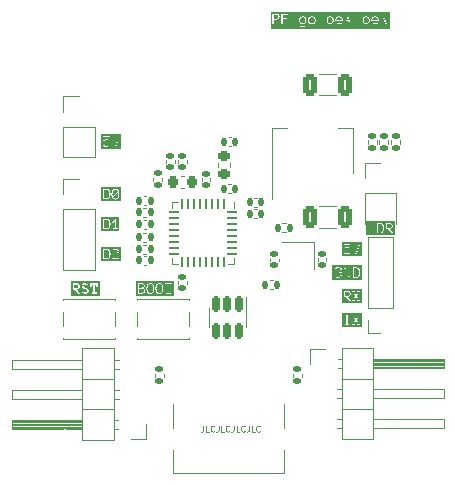
<source format=gbr>
%TF.GenerationSoftware,KiCad,Pcbnew,7.0.6-rc3*%
%TF.CreationDate,2023-07-14T23:43:46-04:00*%
%TF.ProjectId,esp,6573702e-6b69-4636-9164-5f7063625858,rev?*%
%TF.SameCoordinates,Original*%
%TF.FileFunction,Legend,Top*%
%TF.FilePolarity,Positive*%
%FSLAX46Y46*%
G04 Gerber Fmt 4.6, Leading zero omitted, Abs format (unit mm)*
G04 Created by KiCad (PCBNEW 7.0.6-rc3) date 2023-07-14 23:43:46*
%MOMM*%
%LPD*%
G01*
G04 APERTURE LIST*
G04 Aperture macros list*
%AMRoundRect*
0 Rectangle with rounded corners*
0 $1 Rounding radius*
0 $2 $3 $4 $5 $6 $7 $8 $9 X,Y pos of 4 corners*
0 Add a 4 corners polygon primitive as box body*
4,1,4,$2,$3,$4,$5,$6,$7,$8,$9,$2,$3,0*
0 Add four circle primitives for the rounded corners*
1,1,$1+$1,$2,$3*
1,1,$1+$1,$4,$5*
1,1,$1+$1,$6,$7*
1,1,$1+$1,$8,$9*
0 Add four rect primitives between the rounded corners*
20,1,$1+$1,$2,$3,$4,$5,0*
20,1,$1+$1,$4,$5,$6,$7,0*
20,1,$1+$1,$6,$7,$8,$9,0*
20,1,$1+$1,$8,$9,$2,$3,0*%
G04 Aperture macros list end*
%ADD10C,0.150000*%
%ADD11C,0.100000*%
%ADD12C,0.250000*%
%ADD13C,0.125000*%
%ADD14C,0.120000*%
%ADD15RoundRect,0.135000X0.185000X-0.135000X0.185000X0.135000X-0.185000X0.135000X-0.185000X-0.135000X0*%
%ADD16C,0.650000*%
%ADD17R,0.600000X1.450000*%
%ADD18R,0.300000X1.450000*%
%ADD19O,1.000000X2.100000*%
%ADD20O,1.000000X1.600000*%
%ADD21RoundRect,0.135000X-0.185000X0.135000X-0.185000X-0.135000X0.185000X-0.135000X0.185000X0.135000X0*%
%ADD22R,1.700000X1.700000*%
%ADD23O,1.700000X1.700000*%
%ADD24RoundRect,0.140000X0.170000X-0.140000X0.170000X0.140000X-0.170000X0.140000X-0.170000X-0.140000X0*%
%ADD25RoundRect,0.250000X0.325000X0.650000X-0.325000X0.650000X-0.325000X-0.650000X0.325000X-0.650000X0*%
%ADD26C,1.650000*%
%ADD27RoundRect,0.218750X-0.218750X-0.256250X0.218750X-0.256250X0.218750X0.256250X-0.218750X0.256250X0*%
%ADD28RoundRect,0.218750X-0.256250X0.218750X-0.256250X-0.218750X0.256250X-0.218750X0.256250X0.218750X0*%
%ADD29RoundRect,0.140000X0.140000X0.170000X-0.140000X0.170000X-0.140000X-0.170000X0.140000X-0.170000X0*%
%ADD30R,1.350000X1.350000*%
%ADD31O,1.350000X1.350000*%
%ADD32RoundRect,0.135000X-0.135000X-0.185000X0.135000X-0.185000X0.135000X0.185000X-0.135000X0.185000X0*%
%ADD33RoundRect,0.062500X-0.062500X0.375000X-0.062500X-0.375000X0.062500X-0.375000X0.062500X0.375000X0*%
%ADD34RoundRect,0.062500X-0.375000X0.062500X-0.375000X-0.062500X0.375000X-0.062500X0.375000X0.062500X0*%
%ADD35R,3.450000X3.450000*%
%ADD36R,0.900000X0.800000*%
%ADD37RoundRect,0.135000X0.135000X0.185000X-0.135000X0.185000X-0.135000X-0.185000X0.135000X-0.185000X0*%
%ADD38RoundRect,0.140000X-0.170000X0.140000X-0.170000X-0.140000X0.170000X-0.140000X0.170000X0.140000X0*%
%ADD39RoundRect,0.140000X-0.140000X-0.170000X0.140000X-0.170000X0.140000X0.170000X-0.140000X0.170000X0*%
%ADD40RoundRect,0.150000X-0.150000X0.512500X-0.150000X-0.512500X0.150000X-0.512500X0.150000X0.512500X0*%
%ADD41R,1.050000X0.650000*%
%ADD42R,1.500000X2.000000*%
%ADD43R,3.800000X2.000000*%
G04 APERTURE END LIST*
D10*
G36*
X129075425Y-80602536D02*
G01*
X129089592Y-80603667D01*
X129103353Y-80605551D01*
X129116707Y-80608189D01*
X129129655Y-80611581D01*
X129142196Y-80615726D01*
X129154331Y-80620625D01*
X129166059Y-80626278D01*
X129177381Y-80632685D01*
X129188297Y-80639845D01*
X129198806Y-80647759D01*
X129208909Y-80656427D01*
X129218605Y-80665848D01*
X129227895Y-80676024D01*
X129236778Y-80686953D01*
X129245255Y-80698635D01*
X129253300Y-80710974D01*
X129260826Y-80723933D01*
X129267832Y-80737513D01*
X129274320Y-80751712D01*
X129280289Y-80766532D01*
X129285738Y-80781972D01*
X129290669Y-80798032D01*
X129295081Y-80814712D01*
X129298973Y-80832012D01*
X129302347Y-80849932D01*
X129305201Y-80868473D01*
X129307537Y-80887633D01*
X129308510Y-80897446D01*
X129309354Y-80907414D01*
X129310067Y-80917537D01*
X129310651Y-80927815D01*
X129311105Y-80938248D01*
X129311430Y-80948836D01*
X129311624Y-80959579D01*
X129311689Y-80970478D01*
X129311624Y-80981375D01*
X129311430Y-80992116D01*
X129311105Y-81002700D01*
X129310651Y-81013128D01*
X129310067Y-81023400D01*
X129309354Y-81033515D01*
X129308510Y-81043474D01*
X129307537Y-81053276D01*
X129305201Y-81072411D01*
X129302347Y-81090920D01*
X129298973Y-81108803D01*
X129295081Y-81126060D01*
X129290669Y-81142692D01*
X129285738Y-81158697D01*
X129280289Y-81174077D01*
X129274320Y-81188831D01*
X129267832Y-81202959D01*
X129260826Y-81216461D01*
X129253300Y-81229337D01*
X129245255Y-81241587D01*
X129236778Y-81253122D01*
X129227895Y-81263912D01*
X129218605Y-81273959D01*
X129208909Y-81283261D01*
X129198806Y-81291819D01*
X129188297Y-81299633D01*
X129177381Y-81306703D01*
X129166059Y-81313028D01*
X129154331Y-81318609D01*
X129142196Y-81323447D01*
X129129655Y-81327540D01*
X129116707Y-81330888D01*
X129103353Y-81333493D01*
X129089592Y-81335353D01*
X129075425Y-81336470D01*
X129060852Y-81336842D01*
X128863748Y-81336842D01*
X128863748Y-80602159D01*
X129060852Y-80602159D01*
X129075425Y-80602536D01*
G37*
G36*
X129548580Y-81573488D02*
G01*
X127051491Y-81573488D01*
X127051491Y-80970233D01*
X127194348Y-80970233D01*
X127194419Y-80981384D01*
X127194630Y-80992490D01*
X127194983Y-81003550D01*
X127195478Y-81014563D01*
X127196113Y-81025531D01*
X127196890Y-81036454D01*
X127197807Y-81047330D01*
X127198866Y-81058161D01*
X127200067Y-81068946D01*
X127201408Y-81079685D01*
X127202891Y-81090378D01*
X127204515Y-81101025D01*
X127206280Y-81111627D01*
X127208186Y-81122183D01*
X127210233Y-81132693D01*
X127212422Y-81143157D01*
X127214802Y-81153491D01*
X127217364Y-81163670D01*
X127220107Y-81173694D01*
X127223031Y-81183564D01*
X127226137Y-81193279D01*
X127229423Y-81202840D01*
X127232892Y-81212246D01*
X127236541Y-81221498D01*
X127240371Y-81230595D01*
X127244383Y-81239538D01*
X127250741Y-81252662D01*
X127257507Y-81265438D01*
X127264680Y-81277866D01*
X127272261Y-81289947D01*
X127277544Y-81297788D01*
X127285815Y-81309184D01*
X127294503Y-81320142D01*
X127303607Y-81330662D01*
X127313127Y-81340744D01*
X127323064Y-81350388D01*
X127333417Y-81359595D01*
X127344187Y-81368363D01*
X127355374Y-81376693D01*
X127366976Y-81384586D01*
X127378995Y-81392041D01*
X127387289Y-81396714D01*
X127400148Y-81403158D01*
X127413510Y-81408924D01*
X127422697Y-81412391D01*
X127432107Y-81415557D01*
X127441740Y-81418421D01*
X127451597Y-81420983D01*
X127461676Y-81423245D01*
X127471980Y-81425204D01*
X127482506Y-81426862D01*
X127493255Y-81428219D01*
X127504228Y-81429274D01*
X127515424Y-81430028D01*
X127526844Y-81430480D01*
X127538486Y-81430631D01*
X127544260Y-81430594D01*
X127555648Y-81430294D01*
X127566822Y-81429695D01*
X127577782Y-81428796D01*
X127588529Y-81427598D01*
X127599062Y-81426100D01*
X127609381Y-81424302D01*
X127619487Y-81422205D01*
X127629379Y-81419809D01*
X127639057Y-81417113D01*
X127648521Y-81414117D01*
X127657772Y-81410821D01*
X127671247Y-81405317D01*
X127684242Y-81399138D01*
X127696755Y-81392285D01*
X127704874Y-81387360D01*
X127716697Y-81379593D01*
X127728095Y-81371372D01*
X127739068Y-81362695D01*
X127749616Y-81353563D01*
X127759739Y-81343976D01*
X127769437Y-81333934D01*
X127778710Y-81323437D01*
X127787557Y-81312484D01*
X127795980Y-81301077D01*
X127803978Y-81289214D01*
X127809079Y-81281079D01*
X127816399Y-81268593D01*
X127823319Y-81255768D01*
X127827711Y-81247030D01*
X127831925Y-81238141D01*
X127835961Y-81229101D01*
X127839821Y-81219911D01*
X127843502Y-81210569D01*
X127847007Y-81201077D01*
X127850334Y-81191434D01*
X127853483Y-81181641D01*
X127856455Y-81171696D01*
X127859249Y-81161601D01*
X127861866Y-81151356D01*
X127864306Y-81140959D01*
X127866613Y-81130425D01*
X127868771Y-81119828D01*
X127870780Y-81109168D01*
X127872641Y-81098446D01*
X127874352Y-81087660D01*
X127875915Y-81076811D01*
X127877329Y-81065899D01*
X127878594Y-81054924D01*
X127879711Y-81043887D01*
X127880678Y-81032786D01*
X127881497Y-81021623D01*
X127882166Y-81010396D01*
X127882687Y-80999106D01*
X127883059Y-80987754D01*
X127883283Y-80976338D01*
X127883357Y-80964860D01*
X127883357Y-80946053D01*
X127585136Y-80946053D01*
X127585136Y-81024211D01*
X127783706Y-81024211D01*
X127782042Y-81043447D01*
X127779981Y-81062137D01*
X127777523Y-81080282D01*
X127774669Y-81097881D01*
X127771417Y-81114934D01*
X127767769Y-81131441D01*
X127763724Y-81147403D01*
X127759282Y-81162819D01*
X127754443Y-81177689D01*
X127749207Y-81192013D01*
X127743574Y-81205792D01*
X127737544Y-81219025D01*
X127731117Y-81231712D01*
X127724294Y-81243854D01*
X127717073Y-81255450D01*
X127709456Y-81266500D01*
X127701461Y-81276911D01*
X127693107Y-81286650D01*
X127684394Y-81295717D01*
X127675323Y-81304113D01*
X127665893Y-81311837D01*
X127656104Y-81318890D01*
X127645957Y-81325271D01*
X127635450Y-81330980D01*
X127624585Y-81336017D01*
X127613362Y-81340383D01*
X127601779Y-81344077D01*
X127589838Y-81347100D01*
X127577538Y-81349451D01*
X127564880Y-81351130D01*
X127551862Y-81352137D01*
X127538486Y-81352473D01*
X127529485Y-81352338D01*
X127516349Y-81351627D01*
X127503651Y-81350306D01*
X127491391Y-81348375D01*
X127479568Y-81345835D01*
X127468184Y-81342685D01*
X127457237Y-81338925D01*
X127446729Y-81334556D01*
X127436658Y-81329577D01*
X127427025Y-81323989D01*
X127417830Y-81317791D01*
X127411949Y-81313378D01*
X127403400Y-81306470D01*
X127395177Y-81299213D01*
X127387280Y-81291609D01*
X127379709Y-81283657D01*
X127372465Y-81275357D01*
X127365547Y-81266710D01*
X127358955Y-81257715D01*
X127352690Y-81248371D01*
X127346751Y-81238681D01*
X127341138Y-81228642D01*
X127337601Y-81221751D01*
X127332543Y-81211217D01*
X127327781Y-81200447D01*
X127323315Y-81189441D01*
X127319146Y-81178199D01*
X127315272Y-81166721D01*
X127311695Y-81155007D01*
X127308414Y-81143056D01*
X127305430Y-81130870D01*
X127302741Y-81118447D01*
X127300349Y-81105788D01*
X127298900Y-81097244D01*
X127296902Y-81084447D01*
X127295113Y-81071670D01*
X127293536Y-81058916D01*
X127292168Y-81046182D01*
X127291011Y-81033470D01*
X127290064Y-81020780D01*
X127289328Y-81008111D01*
X127288802Y-80995464D01*
X127288487Y-80982838D01*
X127288381Y-80970233D01*
X127288428Y-80961746D01*
X127288674Y-80949015D01*
X127289129Y-80936284D01*
X127289796Y-80923552D01*
X127290672Y-80910821D01*
X127291759Y-80898090D01*
X127293056Y-80885359D01*
X127294564Y-80872628D01*
X127296282Y-80859897D01*
X127298211Y-80847165D01*
X127300349Y-80834434D01*
X127301911Y-80825966D01*
X127304501Y-80813449D01*
X127307387Y-80801156D01*
X127310569Y-80789086D01*
X127314047Y-80777239D01*
X127317821Y-80765616D01*
X127321892Y-80754216D01*
X127326259Y-80743039D01*
X127330923Y-80732085D01*
X127335882Y-80721355D01*
X127341138Y-80710847D01*
X127344843Y-80703970D01*
X127350674Y-80693970D01*
X127356830Y-80684347D01*
X127363313Y-80675102D01*
X127370123Y-80666235D01*
X127377258Y-80657746D01*
X127384720Y-80649634D01*
X127392508Y-80641900D01*
X127400622Y-80634544D01*
X127409063Y-80627566D01*
X127417830Y-80620966D01*
X127423911Y-80616796D01*
X127433398Y-80611045D01*
X127443323Y-80605899D01*
X127453686Y-80601359D01*
X127464486Y-80597424D01*
X127475725Y-80594095D01*
X127487401Y-80591371D01*
X127499516Y-80589252D01*
X127512068Y-80587738D01*
X127525058Y-80586830D01*
X127538486Y-80586528D01*
X127550080Y-80586803D01*
X127561536Y-80587627D01*
X127572856Y-80589001D01*
X127584037Y-80590924D01*
X127595082Y-80593397D01*
X127605989Y-80596420D01*
X127616758Y-80599992D01*
X127627390Y-80604113D01*
X127637775Y-80608651D01*
X127647800Y-80613593D01*
X127657467Y-80618940D01*
X127666775Y-80624691D01*
X127675724Y-80630846D01*
X127684314Y-80637407D01*
X127692546Y-80644371D01*
X127700419Y-80651741D01*
X127707972Y-80659499D01*
X127715119Y-80667632D01*
X127721863Y-80676138D01*
X127728202Y-80685019D01*
X127734136Y-80694273D01*
X127739666Y-80703902D01*
X127744791Y-80713904D01*
X127749512Y-80724281D01*
X127753805Y-80734943D01*
X127757526Y-80745805D01*
X127760675Y-80756864D01*
X127763251Y-80768122D01*
X127765254Y-80779579D01*
X127766685Y-80791234D01*
X127767544Y-80803087D01*
X127767830Y-80815139D01*
X127848186Y-80815139D01*
X127848186Y-80524002D01*
X128005723Y-80524002D01*
X128005723Y-81415000D01*
X128099756Y-81415000D01*
X128099756Y-80661266D01*
X128461724Y-81415000D01*
X128578472Y-81415000D01*
X128578472Y-80524002D01*
X128769714Y-80524002D01*
X128769714Y-80602159D01*
X128769714Y-81415000D01*
X129060852Y-81415000D01*
X129072346Y-81414861D01*
X129083627Y-81414446D01*
X129094695Y-81413754D01*
X129105548Y-81412786D01*
X129116188Y-81411541D01*
X129126614Y-81410019D01*
X129136827Y-81408221D01*
X129146825Y-81406146D01*
X129156610Y-81403794D01*
X129166181Y-81401165D01*
X129180138Y-81396704D01*
X129193613Y-81391620D01*
X129206607Y-81385913D01*
X129219121Y-81379584D01*
X129227239Y-81375028D01*
X129239062Y-81367821D01*
X129250461Y-81360167D01*
X129261434Y-81352067D01*
X129271982Y-81343520D01*
X129282105Y-81334527D01*
X129291802Y-81325088D01*
X129301075Y-81315201D01*
X129309923Y-81304869D01*
X129318346Y-81294090D01*
X129326344Y-81282864D01*
X129331445Y-81275154D01*
X129338765Y-81263300D01*
X129345685Y-81251097D01*
X129352206Y-81238547D01*
X129358327Y-81225649D01*
X129364049Y-81212404D01*
X129369372Y-81198810D01*
X129372699Y-81189555D01*
X129375849Y-81180145D01*
X129378821Y-81170580D01*
X129381615Y-81160861D01*
X129384232Y-81150987D01*
X129386672Y-81140959D01*
X129388979Y-81130791D01*
X129391137Y-81120557D01*
X129393146Y-81110259D01*
X129395006Y-81099896D01*
X129396718Y-81089468D01*
X129398281Y-81078975D01*
X129399695Y-81068417D01*
X129400960Y-81057794D01*
X129402076Y-81047107D01*
X129403044Y-81036354D01*
X129403862Y-81025537D01*
X129404532Y-81014655D01*
X129405053Y-81003708D01*
X129405425Y-80992696D01*
X129405648Y-80981619D01*
X129405723Y-80970478D01*
X129405646Y-80959338D01*
X129405417Y-80948267D01*
X129405036Y-80937264D01*
X129404501Y-80926331D01*
X129403814Y-80915466D01*
X129402975Y-80904669D01*
X129401983Y-80893942D01*
X129400838Y-80883283D01*
X129399540Y-80872693D01*
X129398090Y-80862171D01*
X129396487Y-80851718D01*
X129394732Y-80841334D01*
X129392824Y-80831019D01*
X129390763Y-80820772D01*
X129388549Y-80810594D01*
X129386183Y-80800484D01*
X129383654Y-80790485D01*
X129380951Y-80780636D01*
X129378075Y-80770938D01*
X129375024Y-80761390D01*
X129371801Y-80751994D01*
X129368403Y-80742748D01*
X129364832Y-80733653D01*
X129359150Y-80720292D01*
X129353077Y-80707272D01*
X129346613Y-80694590D01*
X129339759Y-80682247D01*
X129332514Y-80670244D01*
X129324878Y-80658579D01*
X129319594Y-80650984D01*
X129311313Y-80639959D01*
X129302606Y-80629377D01*
X129293475Y-80619237D01*
X129283919Y-80609539D01*
X129273938Y-80600283D01*
X129263531Y-80591470D01*
X129252700Y-80583099D01*
X129241444Y-80575170D01*
X129229762Y-80567683D01*
X129217656Y-80560638D01*
X129205155Y-80554091D01*
X129192199Y-80548187D01*
X129178788Y-80542928D01*
X129164922Y-80538313D01*
X129155425Y-80535594D01*
X129145726Y-80533161D01*
X129135825Y-80531014D01*
X129125721Y-80529154D01*
X129115415Y-80527579D01*
X129104907Y-80526291D01*
X129094197Y-80525290D01*
X129083284Y-80524574D01*
X129072169Y-80524145D01*
X129060852Y-80524002D01*
X128769714Y-80524002D01*
X128578472Y-80524002D01*
X128483706Y-80524002D01*
X128483706Y-81243053D01*
X128138347Y-80524002D01*
X128005723Y-80524002D01*
X127848186Y-80524002D01*
X127767830Y-80524002D01*
X127767830Y-80627316D01*
X127764198Y-80619926D01*
X127758295Y-80609291D01*
X127751847Y-80599198D01*
X127744854Y-80589645D01*
X127737316Y-80580633D01*
X127729232Y-80572163D01*
X127720603Y-80564233D01*
X127711429Y-80556844D01*
X127701710Y-80549996D01*
X127691445Y-80543689D01*
X127680635Y-80537923D01*
X127673154Y-80534345D01*
X127661580Y-80529410D01*
X127649586Y-80524994D01*
X127637171Y-80521098D01*
X127624336Y-80517721D01*
X127611079Y-80514864D01*
X127597402Y-80512526D01*
X127583304Y-80510708D01*
X127568786Y-80509409D01*
X127558873Y-80508832D01*
X127548773Y-80508485D01*
X127538486Y-80508370D01*
X127532637Y-80508408D01*
X127521106Y-80508709D01*
X127509798Y-80509312D01*
X127498714Y-80510217D01*
X127487853Y-80511423D01*
X127477215Y-80512930D01*
X127466800Y-80514739D01*
X127456609Y-80516849D01*
X127446641Y-80519261D01*
X127436896Y-80521975D01*
X127427374Y-80524990D01*
X127418076Y-80528306D01*
X127404547Y-80533846D01*
X127391520Y-80540064D01*
X127378995Y-80546960D01*
X127370936Y-80551884D01*
X127359195Y-80559646D01*
X127347870Y-80567858D01*
X127336961Y-80576522D01*
X127326469Y-80585636D01*
X127316393Y-80595201D01*
X127306734Y-80605216D01*
X127297491Y-80615683D01*
X127288665Y-80626600D01*
X127280255Y-80637968D01*
X127272261Y-80649787D01*
X127269689Y-80653820D01*
X127262244Y-80666143D01*
X127255206Y-80678801D01*
X127248576Y-80691795D01*
X127244383Y-80700643D01*
X127240371Y-80709640D01*
X127236541Y-80718785D01*
X127232892Y-80728080D01*
X127229423Y-80737523D01*
X127226137Y-80747116D01*
X127223031Y-80756857D01*
X127220107Y-80766747D01*
X127217364Y-80776785D01*
X127214802Y-80786973D01*
X127212422Y-80797309D01*
X127210233Y-80807745D01*
X127208186Y-80818230D01*
X127206280Y-80828765D01*
X127204515Y-80839350D01*
X127202891Y-80849984D01*
X127201408Y-80860667D01*
X127200067Y-80871401D01*
X127198866Y-80882184D01*
X127197807Y-80893016D01*
X127196890Y-80903898D01*
X127196113Y-80914830D01*
X127195478Y-80925812D01*
X127194983Y-80936843D01*
X127194630Y-80947923D01*
X127194419Y-80959053D01*
X127194348Y-80970233D01*
X127051491Y-80970233D01*
X127051491Y-80365513D01*
X129548580Y-80365513D01*
X129548580Y-81573488D01*
G37*
D11*
X116127693Y-93933609D02*
X116127693Y-94290752D01*
X116127693Y-94290752D02*
X116103884Y-94362180D01*
X116103884Y-94362180D02*
X116056265Y-94409800D01*
X116056265Y-94409800D02*
X115984836Y-94433609D01*
X115984836Y-94433609D02*
X115937217Y-94433609D01*
X116603883Y-94433609D02*
X116365788Y-94433609D01*
X116365788Y-94433609D02*
X116365788Y-93933609D01*
X117056264Y-94385990D02*
X117032455Y-94409800D01*
X117032455Y-94409800D02*
X116961026Y-94433609D01*
X116961026Y-94433609D02*
X116913407Y-94433609D01*
X116913407Y-94433609D02*
X116841979Y-94409800D01*
X116841979Y-94409800D02*
X116794360Y-94362180D01*
X116794360Y-94362180D02*
X116770550Y-94314561D01*
X116770550Y-94314561D02*
X116746741Y-94219323D01*
X116746741Y-94219323D02*
X116746741Y-94147895D01*
X116746741Y-94147895D02*
X116770550Y-94052657D01*
X116770550Y-94052657D02*
X116794360Y-94005038D01*
X116794360Y-94005038D02*
X116841979Y-93957419D01*
X116841979Y-93957419D02*
X116913407Y-93933609D01*
X116913407Y-93933609D02*
X116961026Y-93933609D01*
X116961026Y-93933609D02*
X117032455Y-93957419D01*
X117032455Y-93957419D02*
X117056264Y-93981228D01*
X117413407Y-93933609D02*
X117413407Y-94290752D01*
X117413407Y-94290752D02*
X117389598Y-94362180D01*
X117389598Y-94362180D02*
X117341979Y-94409800D01*
X117341979Y-94409800D02*
X117270550Y-94433609D01*
X117270550Y-94433609D02*
X117222931Y-94433609D01*
X117889597Y-94433609D02*
X117651502Y-94433609D01*
X117651502Y-94433609D02*
X117651502Y-93933609D01*
X118341978Y-94385990D02*
X118318169Y-94409800D01*
X118318169Y-94409800D02*
X118246740Y-94433609D01*
X118246740Y-94433609D02*
X118199121Y-94433609D01*
X118199121Y-94433609D02*
X118127693Y-94409800D01*
X118127693Y-94409800D02*
X118080074Y-94362180D01*
X118080074Y-94362180D02*
X118056264Y-94314561D01*
X118056264Y-94314561D02*
X118032455Y-94219323D01*
X118032455Y-94219323D02*
X118032455Y-94147895D01*
X118032455Y-94147895D02*
X118056264Y-94052657D01*
X118056264Y-94052657D02*
X118080074Y-94005038D01*
X118080074Y-94005038D02*
X118127693Y-93957419D01*
X118127693Y-93957419D02*
X118199121Y-93933609D01*
X118199121Y-93933609D02*
X118246740Y-93933609D01*
X118246740Y-93933609D02*
X118318169Y-93957419D01*
X118318169Y-93957419D02*
X118341978Y-93981228D01*
X118699121Y-93933609D02*
X118699121Y-94290752D01*
X118699121Y-94290752D02*
X118675312Y-94362180D01*
X118675312Y-94362180D02*
X118627693Y-94409800D01*
X118627693Y-94409800D02*
X118556264Y-94433609D01*
X118556264Y-94433609D02*
X118508645Y-94433609D01*
X119175311Y-94433609D02*
X118937216Y-94433609D01*
X118937216Y-94433609D02*
X118937216Y-93933609D01*
X119627692Y-94385990D02*
X119603883Y-94409800D01*
X119603883Y-94409800D02*
X119532454Y-94433609D01*
X119532454Y-94433609D02*
X119484835Y-94433609D01*
X119484835Y-94433609D02*
X119413407Y-94409800D01*
X119413407Y-94409800D02*
X119365788Y-94362180D01*
X119365788Y-94362180D02*
X119341978Y-94314561D01*
X119341978Y-94314561D02*
X119318169Y-94219323D01*
X119318169Y-94219323D02*
X119318169Y-94147895D01*
X119318169Y-94147895D02*
X119341978Y-94052657D01*
X119341978Y-94052657D02*
X119365788Y-94005038D01*
X119365788Y-94005038D02*
X119413407Y-93957419D01*
X119413407Y-93957419D02*
X119484835Y-93933609D01*
X119484835Y-93933609D02*
X119532454Y-93933609D01*
X119532454Y-93933609D02*
X119603883Y-93957419D01*
X119603883Y-93957419D02*
X119627692Y-93981228D01*
X119984835Y-93933609D02*
X119984835Y-94290752D01*
X119984835Y-94290752D02*
X119961026Y-94362180D01*
X119961026Y-94362180D02*
X119913407Y-94409800D01*
X119913407Y-94409800D02*
X119841978Y-94433609D01*
X119841978Y-94433609D02*
X119794359Y-94433609D01*
X120461025Y-94433609D02*
X120222930Y-94433609D01*
X120222930Y-94433609D02*
X120222930Y-93933609D01*
X120913406Y-94385990D02*
X120889597Y-94409800D01*
X120889597Y-94409800D02*
X120818168Y-94433609D01*
X120818168Y-94433609D02*
X120770549Y-94433609D01*
X120770549Y-94433609D02*
X120699121Y-94409800D01*
X120699121Y-94409800D02*
X120651502Y-94362180D01*
X120651502Y-94362180D02*
X120627692Y-94314561D01*
X120627692Y-94314561D02*
X120603883Y-94219323D01*
X120603883Y-94219323D02*
X120603883Y-94147895D01*
X120603883Y-94147895D02*
X120627692Y-94052657D01*
X120627692Y-94052657D02*
X120651502Y-94005038D01*
X120651502Y-94005038D02*
X120699121Y-93957419D01*
X120699121Y-93957419D02*
X120770549Y-93933609D01*
X120770549Y-93933609D02*
X120818168Y-93933609D01*
X120818168Y-93933609D02*
X120889597Y-93957419D01*
X120889597Y-93957419D02*
X120913406Y-93981228D01*
D10*
G36*
X128307153Y-82602200D02*
G01*
X128319187Y-82602522D01*
X128330892Y-82603167D01*
X128342266Y-82604134D01*
X128353311Y-82605424D01*
X128364025Y-82607037D01*
X128374409Y-82608972D01*
X128384463Y-82611229D01*
X128394187Y-82613809D01*
X128408154Y-82618283D01*
X128421378Y-82623483D01*
X128433860Y-82629409D01*
X128445598Y-82636060D01*
X128456594Y-82643436D01*
X128466721Y-82651599D01*
X128475851Y-82660607D01*
X128483986Y-82670461D01*
X128491124Y-82681160D01*
X128497266Y-82692706D01*
X128502413Y-82705097D01*
X128506563Y-82718334D01*
X128509717Y-82732417D01*
X128511267Y-82742276D01*
X128512373Y-82752510D01*
X128513037Y-82763120D01*
X128513259Y-82774106D01*
X128513037Y-82785238D01*
X128512373Y-82795981D01*
X128511267Y-82806335D01*
X128509717Y-82816299D01*
X128506563Y-82830516D01*
X128502413Y-82843857D01*
X128497266Y-82856322D01*
X128491124Y-82867911D01*
X128483986Y-82878624D01*
X128475851Y-82888462D01*
X128466721Y-82897423D01*
X128456594Y-82905509D01*
X128449346Y-82910419D01*
X128437855Y-82917189D01*
X128425621Y-82923247D01*
X128412645Y-82928592D01*
X128398925Y-82933225D01*
X128389366Y-82935917D01*
X128379477Y-82938293D01*
X128369258Y-82940352D01*
X128358709Y-82942094D01*
X128347830Y-82943519D01*
X128336621Y-82944628D01*
X128325081Y-82945420D01*
X128313211Y-82945895D01*
X128301012Y-82946053D01*
X128099756Y-82946053D01*
X128099756Y-82602159D01*
X128301012Y-82602159D01*
X128307153Y-82602200D01*
G37*
G36*
X129534169Y-83557857D02*
G01*
X127862865Y-83557857D01*
X127862865Y-82524002D01*
X128005722Y-82524002D01*
X128005722Y-82602159D01*
X128005722Y-83415000D01*
X128099756Y-83415000D01*
X128099756Y-83024211D01*
X128239218Y-83024211D01*
X128501047Y-83415000D01*
X128620481Y-83415000D01*
X128720132Y-83415000D01*
X128975122Y-83415000D01*
X128975122Y-83336842D01*
X128914550Y-83336842D01*
X129056699Y-83043018D01*
X129197627Y-83336842D01*
X129137299Y-83336842D01*
X129137299Y-83415000D01*
X129391312Y-83415000D01*
X129391312Y-83336842D01*
X129304117Y-83336842D01*
X129111654Y-82966325D01*
X129298499Y-82602159D01*
X129376169Y-82602159D01*
X129376169Y-82524002D01*
X129119958Y-82524002D01*
X129119958Y-82602159D01*
X129192254Y-82602159D01*
X129056699Y-82889389D01*
X128917481Y-82602159D01*
X128992219Y-82602159D01*
X128992219Y-82524002D01*
X128736008Y-82524002D01*
X128736008Y-82602159D01*
X128810991Y-82602159D01*
X129001744Y-82966325D01*
X128807571Y-83336842D01*
X128720132Y-83336842D01*
X128720132Y-83415000D01*
X128620481Y-83415000D01*
X128350593Y-83024211D01*
X128361051Y-83023304D01*
X128371358Y-83022139D01*
X128381516Y-83020716D01*
X128391523Y-83019036D01*
X128401379Y-83017098D01*
X128411086Y-83014903D01*
X128420642Y-83012450D01*
X128430048Y-83009740D01*
X128442356Y-83005725D01*
X128454396Y-83001252D01*
X128466154Y-82996302D01*
X128477492Y-82990979D01*
X128488411Y-82985281D01*
X128498909Y-82979209D01*
X128508988Y-82972763D01*
X128518647Y-82965944D01*
X128527887Y-82958750D01*
X128536706Y-82951182D01*
X128545087Y-82943222D01*
X128553009Y-82934849D01*
X128560474Y-82926063D01*
X128567481Y-82916866D01*
X128574029Y-82907257D01*
X128580120Y-82897235D01*
X128585753Y-82886801D01*
X128590928Y-82875956D01*
X128595622Y-82864671D01*
X128599690Y-82853043D01*
X128603132Y-82841071D01*
X128605949Y-82828756D01*
X128608139Y-82816097D01*
X128609372Y-82806378D01*
X128610252Y-82796465D01*
X128610780Y-82786359D01*
X128610956Y-82776060D01*
X128610639Y-82760611D01*
X128609689Y-82745648D01*
X128608105Y-82731172D01*
X128605888Y-82717182D01*
X128603037Y-82703679D01*
X128599553Y-82690663D01*
X128595435Y-82678133D01*
X128590684Y-82666090D01*
X128585299Y-82654533D01*
X128579281Y-82643463D01*
X128572629Y-82632880D01*
X128565343Y-82622783D01*
X128557425Y-82613172D01*
X128548872Y-82604048D01*
X128539686Y-82595411D01*
X128529867Y-82587260D01*
X128519471Y-82579600D01*
X128508553Y-82572434D01*
X128497115Y-82565762D01*
X128485155Y-82559585D01*
X128472675Y-82553901D01*
X128459674Y-82548712D01*
X128446152Y-82544017D01*
X128432109Y-82539816D01*
X128417545Y-82536110D01*
X128402460Y-82532897D01*
X128386854Y-82530179D01*
X128370728Y-82527955D01*
X128354080Y-82526226D01*
X128336911Y-82524990D01*
X128319222Y-82524249D01*
X128301012Y-82524002D01*
X128005722Y-82524002D01*
X127862865Y-82524002D01*
X127862865Y-82381145D01*
X129534169Y-82381145D01*
X129534169Y-83557857D01*
G37*
D12*
G36*
X105368753Y-82004188D02*
G01*
X105382889Y-82004895D01*
X105396425Y-82006206D01*
X105409359Y-82008123D01*
X105421693Y-82010646D01*
X105433425Y-82013773D01*
X105444556Y-82017506D01*
X105455086Y-82021845D01*
X105465015Y-82026789D01*
X105474343Y-82032338D01*
X105483070Y-82038492D01*
X105488512Y-82042901D01*
X105496017Y-82050019D01*
X105502732Y-82057742D01*
X105508656Y-82066070D01*
X105513791Y-82075004D01*
X105518136Y-82084543D01*
X105521691Y-82094687D01*
X105524456Y-82105437D01*
X105526431Y-82116792D01*
X105527616Y-82128753D01*
X105528011Y-82141318D01*
X105527835Y-82150030D01*
X105526913Y-82162564D01*
X105525202Y-82174459D01*
X105522700Y-82185714D01*
X105519409Y-82196329D01*
X105515327Y-82206305D01*
X105510456Y-82215641D01*
X105504794Y-82224337D01*
X105498343Y-82232393D01*
X105491101Y-82239810D01*
X105483070Y-82246587D01*
X105477319Y-82250728D01*
X105468191Y-82256438D01*
X105458463Y-82261547D01*
X105448133Y-82266055D01*
X105437202Y-82269962D01*
X105425670Y-82273268D01*
X105413537Y-82275973D01*
X105400803Y-82278076D01*
X105387468Y-82279579D01*
X105373532Y-82280481D01*
X105358995Y-82280781D01*
X105205854Y-82280781D01*
X105205854Y-82004054D01*
X105358995Y-82004054D01*
X105368753Y-82004188D01*
G37*
G36*
X107339779Y-82928488D02*
G01*
X104920848Y-82928488D01*
X104920848Y-81879002D01*
X105063705Y-81879002D01*
X105063705Y-82004054D01*
X105063705Y-82770000D01*
X105205854Y-82770000D01*
X105205854Y-82407299D01*
X105270334Y-82407299D01*
X105502609Y-82770000D01*
X105682616Y-82770000D01*
X105812554Y-82770000D01*
X105940293Y-82770000D01*
X105940293Y-82689644D01*
X105944898Y-82695942D01*
X105952017Y-82704968D01*
X105959389Y-82713488D01*
X105967015Y-82721501D01*
X105974894Y-82729007D01*
X105983026Y-82736006D01*
X105991412Y-82742499D01*
X106000051Y-82748486D01*
X106008943Y-82753965D01*
X106018088Y-82758938D01*
X106027487Y-82763405D01*
X106033886Y-82766096D01*
X106043667Y-82769808D01*
X106053667Y-82773129D01*
X106063886Y-82776059D01*
X106074324Y-82778599D01*
X106084980Y-82780747D01*
X106095856Y-82782505D01*
X106106951Y-82783873D01*
X106118265Y-82784850D01*
X106129797Y-82785436D01*
X106141549Y-82785631D01*
X106148546Y-82785561D01*
X106158949Y-82785196D01*
X106169240Y-82784517D01*
X106179419Y-82783524D01*
X106189487Y-82782218D01*
X106199443Y-82780599D01*
X106209288Y-82778666D01*
X106219021Y-82776420D01*
X106228642Y-82773861D01*
X106238152Y-82770988D01*
X106247550Y-82767801D01*
X106250651Y-82766672D01*
X106259789Y-82763100D01*
X106271593Y-82757909D01*
X106282961Y-82752231D01*
X106293895Y-82746064D01*
X106304394Y-82739408D01*
X106314457Y-82732264D01*
X106324086Y-82724631D01*
X106333279Y-82716510D01*
X106335524Y-82714405D01*
X106344206Y-82705696D01*
X106352415Y-82696529D01*
X106360150Y-82686904D01*
X106367413Y-82676822D01*
X106374202Y-82666281D01*
X106380518Y-82655283D01*
X106386361Y-82643826D01*
X106390432Y-82634933D01*
X106392976Y-82628837D01*
X106396483Y-82619499D01*
X106399622Y-82609929D01*
X106402391Y-82600127D01*
X106404791Y-82590094D01*
X106406822Y-82579828D01*
X106408483Y-82569331D01*
X106409776Y-82558602D01*
X106410699Y-82547641D01*
X106411252Y-82536448D01*
X106411437Y-82525024D01*
X106411338Y-82516649D01*
X106410817Y-82504394D01*
X106409849Y-82492509D01*
X106408436Y-82480993D01*
X106406575Y-82469846D01*
X106404268Y-82459068D01*
X106401515Y-82448660D01*
X106398315Y-82438621D01*
X106394668Y-82428951D01*
X106390575Y-82419650D01*
X106386036Y-82410718D01*
X106382804Y-82404912D01*
X106377746Y-82396410D01*
X106372435Y-82388156D01*
X106364958Y-82377539D01*
X106357032Y-82367365D01*
X106348655Y-82357634D01*
X106339828Y-82348345D01*
X106330551Y-82339499D01*
X106320823Y-82331095D01*
X106310706Y-82323016D01*
X106300261Y-82315265D01*
X106292211Y-82309667D01*
X106283978Y-82304254D01*
X106275559Y-82299026D01*
X106266956Y-82293982D01*
X106258168Y-82289122D01*
X106249196Y-82284448D01*
X106240039Y-82279957D01*
X106230697Y-82275652D01*
X106224436Y-82272833D01*
X106215033Y-82268679D01*
X106205617Y-82264615D01*
X106196188Y-82260642D01*
X106186746Y-82256758D01*
X106177291Y-82252965D01*
X106167824Y-82249262D01*
X106158343Y-82245649D01*
X106148850Y-82242127D01*
X106139344Y-82238694D01*
X106129825Y-82235352D01*
X106119838Y-82231425D01*
X106110148Y-82227582D01*
X106100756Y-82223823D01*
X106089435Y-82219242D01*
X106078579Y-82214793D01*
X106068188Y-82210474D01*
X106058262Y-82206287D01*
X106052584Y-82203751D01*
X106043531Y-82199448D01*
X106033344Y-82194159D01*
X106023896Y-82188732D01*
X106015186Y-82183168D01*
X106007215Y-82177466D01*
X106003498Y-82174551D01*
X105995475Y-82167515D01*
X105988364Y-82160152D01*
X105982165Y-82152462D01*
X105976196Y-82143272D01*
X105974319Y-82139677D01*
X105970217Y-82129419D01*
X105967704Y-82119642D01*
X105966196Y-82109117D01*
X105965694Y-82097843D01*
X105966331Y-82085204D01*
X105968243Y-82073297D01*
X105971430Y-82062123D01*
X105975891Y-82051681D01*
X105981627Y-82041973D01*
X105988637Y-82032997D01*
X105996923Y-82024754D01*
X106006482Y-82017243D01*
X106014359Y-82012092D01*
X106025428Y-82006013D01*
X106037146Y-82000834D01*
X106046360Y-81997541D01*
X106055939Y-81994755D01*
X106065883Y-81992475D01*
X106076192Y-81990702D01*
X106086866Y-81989436D01*
X106097905Y-81988676D01*
X106109309Y-81988422D01*
X106117959Y-81988596D01*
X106130517Y-81989508D01*
X106142571Y-81991201D01*
X106154124Y-81993675D01*
X106165174Y-81996931D01*
X106175722Y-82000968D01*
X106185768Y-82005787D01*
X106195311Y-82011386D01*
X106204353Y-82017768D01*
X106212891Y-82024930D01*
X106220928Y-82032875D01*
X106225956Y-82038537D01*
X106232889Y-82047542D01*
X106239093Y-82057161D01*
X106244567Y-82067395D01*
X106249311Y-82078242D01*
X106253326Y-82089703D01*
X106256610Y-82101778D01*
X106259165Y-82114467D01*
X106260989Y-82127770D01*
X106262084Y-82141686D01*
X106262449Y-82156217D01*
X106390188Y-82156217D01*
X106390188Y-81879002D01*
X106557983Y-81879002D01*
X106557983Y-82202379D01*
X106684501Y-82202379D01*
X106684501Y-82004054D01*
X106806622Y-82004054D01*
X106806622Y-82644947D01*
X106665205Y-82644947D01*
X106665205Y-82770000D01*
X107091165Y-82770000D01*
X107091165Y-82644947D01*
X106948771Y-82644947D01*
X106948771Y-82004054D01*
X107069672Y-82004054D01*
X107069672Y-82202379D01*
X107196922Y-82202379D01*
X107196922Y-81879002D01*
X106557983Y-81879002D01*
X106390188Y-81879002D01*
X106262449Y-81879002D01*
X106262449Y-81957892D01*
X106256144Y-81947470D01*
X106249199Y-81937574D01*
X106241612Y-81928205D01*
X106233384Y-81919363D01*
X106224515Y-81911047D01*
X106215005Y-81903258D01*
X106204853Y-81895996D01*
X106194061Y-81889260D01*
X106182734Y-81883192D01*
X106170858Y-81877933D01*
X106161590Y-81874520D01*
X106152013Y-81871562D01*
X106142127Y-81869059D01*
X106131932Y-81867011D01*
X106121427Y-81865418D01*
X106110614Y-81864280D01*
X106099491Y-81863598D01*
X106088060Y-81863370D01*
X106081366Y-81863430D01*
X106071411Y-81863746D01*
X106061559Y-81864332D01*
X106048584Y-81865534D01*
X106035792Y-81867217D01*
X106023183Y-81869381D01*
X106010757Y-81872025D01*
X105998514Y-81875151D01*
X105986454Y-81878757D01*
X105974727Y-81882837D01*
X105963358Y-81887382D01*
X105952348Y-81892393D01*
X105941697Y-81897869D01*
X105931404Y-81903811D01*
X105921471Y-81910219D01*
X105911896Y-81917092D01*
X105902679Y-81924431D01*
X105893925Y-81932163D01*
X105885613Y-81940337D01*
X105877744Y-81948954D01*
X105870317Y-81958014D01*
X105863333Y-81967517D01*
X105856792Y-81977462D01*
X105850694Y-81987850D01*
X105845038Y-81998681D01*
X105842435Y-82004234D01*
X105837733Y-82015691D01*
X105833703Y-82027613D01*
X105830345Y-82040001D01*
X105828267Y-82049597D01*
X105826567Y-82059455D01*
X105825245Y-82069575D01*
X105824300Y-82079957D01*
X105823733Y-82090601D01*
X105823545Y-82101507D01*
X105823755Y-82113899D01*
X105824386Y-82125887D01*
X105825438Y-82137472D01*
X105826910Y-82148653D01*
X105828804Y-82159431D01*
X105831118Y-82169805D01*
X105833853Y-82179776D01*
X105837008Y-82189343D01*
X105841870Y-82201471D01*
X105847480Y-82212882D01*
X105853747Y-82223659D01*
X105860456Y-82234009D01*
X105867607Y-82243931D01*
X105875202Y-82253426D01*
X105883239Y-82262493D01*
X105891719Y-82271133D01*
X105900641Y-82279346D01*
X105910006Y-82287131D01*
X105912428Y-82289000D01*
X105922310Y-82296287D01*
X105932506Y-82303276D01*
X105943014Y-82309968D01*
X105953835Y-82316363D01*
X105964969Y-82322459D01*
X105976416Y-82328258D01*
X105988176Y-82333759D01*
X105997201Y-82337690D01*
X106000254Y-82338968D01*
X106009413Y-82342754D01*
X106018572Y-82346467D01*
X106027732Y-82350107D01*
X106036891Y-82353674D01*
X106046050Y-82357168D01*
X106058262Y-82361713D01*
X106070474Y-82366129D01*
X106082686Y-82370414D01*
X106094898Y-82374570D01*
X106097454Y-82375546D01*
X106107506Y-82379419D01*
X106117284Y-82383247D01*
X106126786Y-82387029D01*
X106136014Y-82390765D01*
X106147162Y-82395371D01*
X106157881Y-82399905D01*
X106168171Y-82404368D01*
X106178072Y-82408838D01*
X106187472Y-82413546D01*
X106196371Y-82418493D01*
X106204769Y-82423678D01*
X106214186Y-82430216D01*
X106222882Y-82437096D01*
X106225649Y-82439467D01*
X106233460Y-82446820D01*
X106240533Y-82454534D01*
X106246867Y-82462608D01*
X106252463Y-82471043D01*
X106257320Y-82479839D01*
X106260125Y-82485976D01*
X106263631Y-82495753D01*
X106266296Y-82506217D01*
X106268119Y-82517368D01*
X106268996Y-82527186D01*
X106269288Y-82537480D01*
X106268942Y-82549220D01*
X106267905Y-82560349D01*
X106266177Y-82570870D01*
X106263758Y-82580780D01*
X106259457Y-82593046D01*
X106253927Y-82604227D01*
X106247168Y-82614325D01*
X106239181Y-82623339D01*
X106229965Y-82631270D01*
X106224983Y-82634819D01*
X106214443Y-82641230D01*
X106203131Y-82646726D01*
X106191049Y-82651305D01*
X106181481Y-82654139D01*
X106171480Y-82656457D01*
X106161045Y-82658260D01*
X106150176Y-82659548D01*
X106138874Y-82660321D01*
X106127138Y-82660579D01*
X106122422Y-82660532D01*
X106110774Y-82660006D01*
X106099329Y-82658896D01*
X106088086Y-82657201D01*
X106077047Y-82654922D01*
X106066210Y-82652059D01*
X106055575Y-82648611D01*
X106051424Y-82647072D01*
X106041322Y-82642849D01*
X106031613Y-82638089D01*
X106022297Y-82632793D01*
X106013376Y-82626960D01*
X106004847Y-82620590D01*
X105996713Y-82613684D01*
X105993576Y-82610744D01*
X105986067Y-82603042D01*
X105979036Y-82594839D01*
X105972481Y-82586136D01*
X105966404Y-82576931D01*
X105960803Y-82567226D01*
X105955680Y-82557020D01*
X105953817Y-82552766D01*
X105949684Y-82541783D01*
X105946303Y-82530298D01*
X105944139Y-82520750D01*
X105942456Y-82510881D01*
X105941254Y-82500691D01*
X105940533Y-82490181D01*
X105940293Y-82479351D01*
X105812554Y-82479351D01*
X105812554Y-82770000D01*
X105682616Y-82770000D01*
X105427138Y-82401926D01*
X105439908Y-82400029D01*
X105452448Y-82397758D01*
X105464759Y-82395113D01*
X105476842Y-82392095D01*
X105488695Y-82388702D01*
X105500320Y-82384935D01*
X105511715Y-82380795D01*
X105522882Y-82376280D01*
X105533762Y-82371372D01*
X105544299Y-82366052D01*
X105554492Y-82360320D01*
X105564342Y-82354176D01*
X105573848Y-82347620D01*
X105583011Y-82340651D01*
X105591831Y-82333270D01*
X105600307Y-82325478D01*
X105608431Y-82317280D01*
X105616075Y-82308686D01*
X105623239Y-82299695D01*
X105629921Y-82290307D01*
X105636122Y-82280522D01*
X105641843Y-82270340D01*
X105647083Y-82259761D01*
X105651842Y-82248785D01*
X105654060Y-82243114D01*
X105658067Y-82231452D01*
X105661502Y-82219362D01*
X105664364Y-82206844D01*
X105666135Y-82197176D01*
X105667584Y-82187267D01*
X105668711Y-82177117D01*
X105669516Y-82166727D01*
X105669999Y-82156097D01*
X105670160Y-82145226D01*
X105669840Y-82129022D01*
X105668882Y-82113322D01*
X105667283Y-82098126D01*
X105665046Y-82083433D01*
X105662170Y-82069244D01*
X105658654Y-82055559D01*
X105654499Y-82042377D01*
X105649705Y-82029699D01*
X105644271Y-82017525D01*
X105638199Y-82005855D01*
X105631487Y-81994689D01*
X105624135Y-81984026D01*
X105616145Y-81973867D01*
X105607516Y-81964212D01*
X105598247Y-81955060D01*
X105588339Y-81946413D01*
X105577883Y-81938250D01*
X105566910Y-81930613D01*
X105555420Y-81923503D01*
X105543413Y-81916920D01*
X105530889Y-81910864D01*
X105517848Y-81905334D01*
X105504290Y-81900331D01*
X105490214Y-81895854D01*
X105475622Y-81891904D01*
X105460512Y-81888481D01*
X105444885Y-81885585D01*
X105428741Y-81883215D01*
X105412080Y-81881372D01*
X105394902Y-81880055D01*
X105377207Y-81879265D01*
X105358995Y-81879002D01*
X105063705Y-81879002D01*
X104920848Y-81879002D01*
X104920848Y-81720513D01*
X107339779Y-81720513D01*
X107339779Y-82928488D01*
G37*
D10*
G36*
X109190240Y-70473488D02*
G01*
X107459829Y-70473488D01*
X107459829Y-70051217D01*
X107602686Y-70051217D01*
X107603466Y-70059555D01*
X107604925Y-70071843D01*
X107606731Y-70083869D01*
X107608886Y-70095634D01*
X107611388Y-70107136D01*
X107614238Y-70118377D01*
X107617436Y-70129356D01*
X107620982Y-70140073D01*
X107624875Y-70150528D01*
X107629116Y-70160721D01*
X107633705Y-70170652D01*
X107636943Y-70177119D01*
X107642036Y-70186568D01*
X107647413Y-70195717D01*
X107653073Y-70204566D01*
X107659017Y-70213114D01*
X107665243Y-70221361D01*
X107671753Y-70229308D01*
X107678547Y-70236955D01*
X107685624Y-70244301D01*
X107692984Y-70251346D01*
X107700628Y-70258091D01*
X107705870Y-70262423D01*
X107713931Y-70268682D01*
X107722228Y-70274654D01*
X107730761Y-70280337D01*
X107739530Y-70285733D01*
X107748535Y-70290842D01*
X107757777Y-70295662D01*
X107767254Y-70300195D01*
X107776968Y-70304441D01*
X107786918Y-70308399D01*
X107797103Y-70312069D01*
X107804011Y-70314316D01*
X107814515Y-70317416D01*
X107825191Y-70320190D01*
X107836039Y-70322637D01*
X107847059Y-70324758D01*
X107858250Y-70326552D01*
X107869613Y-70328021D01*
X107881148Y-70329163D01*
X107892854Y-70329978D01*
X107904733Y-70330468D01*
X107916782Y-70330631D01*
X107925654Y-70330534D01*
X107938801Y-70330023D01*
X107951755Y-70329074D01*
X107964515Y-70327687D01*
X107977083Y-70325863D01*
X107989457Y-70323600D01*
X108001638Y-70320899D01*
X108013625Y-70317761D01*
X108025420Y-70314185D01*
X108037021Y-70310170D01*
X108048429Y-70305718D01*
X108055932Y-70302533D01*
X108066929Y-70297486D01*
X108077616Y-70292117D01*
X108087995Y-70286426D01*
X108098064Y-70280413D01*
X108107824Y-70274079D01*
X108117275Y-70267422D01*
X108126417Y-70260443D01*
X108135250Y-70253142D01*
X108143774Y-70245519D01*
X108151988Y-70237575D01*
X108157290Y-70232082D01*
X108164974Y-70223625D01*
X108172337Y-70214906D01*
X108179377Y-70205925D01*
X108186096Y-70196682D01*
X108192492Y-70187177D01*
X108198566Y-70177411D01*
X108204319Y-70167382D01*
X108209749Y-70157092D01*
X108214857Y-70146539D01*
X108219644Y-70135725D01*
X108222631Y-70128397D01*
X108226750Y-70117287D01*
X108230436Y-70106034D01*
X108233688Y-70094641D01*
X108236507Y-70083105D01*
X108238892Y-70071428D01*
X108240843Y-70059609D01*
X108242361Y-70047649D01*
X108243445Y-70035547D01*
X108244095Y-70023303D01*
X108244312Y-70010917D01*
X108244221Y-70001693D01*
X108243740Y-69988072D01*
X108242847Y-69974708D01*
X108241542Y-69961602D01*
X108239824Y-69948754D01*
X108237695Y-69936163D01*
X108235153Y-69923829D01*
X108232199Y-69911754D01*
X108228833Y-69899935D01*
X108225055Y-69888375D01*
X108220865Y-69877072D01*
X108217891Y-69869694D01*
X108213155Y-69858896D01*
X108208088Y-69848419D01*
X108202690Y-69838265D01*
X108196962Y-69828432D01*
X108190904Y-69818922D01*
X108184515Y-69809734D01*
X108177795Y-69800867D01*
X108170744Y-69792323D01*
X108163364Y-69784100D01*
X108155652Y-69776200D01*
X108150368Y-69771114D01*
X108142207Y-69763760D01*
X108133762Y-69756737D01*
X108125033Y-69750044D01*
X108116022Y-69743682D01*
X108106727Y-69737651D01*
X108097148Y-69731950D01*
X108087286Y-69726580D01*
X108077141Y-69721540D01*
X108066713Y-69716831D01*
X108056001Y-69712452D01*
X108048750Y-69709702D01*
X108037702Y-69705909D01*
X108026448Y-69702515D01*
X108014987Y-69699520D01*
X108003321Y-69696925D01*
X107991448Y-69694729D01*
X107979370Y-69692932D01*
X107967085Y-69691535D01*
X107954594Y-69690536D01*
X107941898Y-69689937D01*
X107928995Y-69689738D01*
X107922135Y-69689832D01*
X107911881Y-69690328D01*
X107901670Y-69691249D01*
X107891502Y-69692595D01*
X107881377Y-69694366D01*
X107871295Y-69696562D01*
X107861255Y-69699183D01*
X107851259Y-69702229D01*
X107841306Y-69705700D01*
X107831395Y-69709597D01*
X107821528Y-69713918D01*
X107815008Y-69716990D01*
X107805392Y-69721899D01*
X107795974Y-69727168D01*
X107786753Y-69732798D01*
X107777730Y-69738789D01*
X107768904Y-69745140D01*
X107760276Y-69751852D01*
X107751846Y-69758924D01*
X107743612Y-69766358D01*
X107735577Y-69774151D01*
X107727739Y-69782306D01*
X107727739Y-69502159D01*
X108194975Y-69502159D01*
X108194975Y-69424002D01*
X108323447Y-69424002D01*
X108620202Y-70315000D01*
X108747941Y-70315000D01*
X109047383Y-69424002D01*
X108945045Y-69424002D01*
X108684682Y-70219989D01*
X108423098Y-69424002D01*
X108323447Y-69424002D01*
X108194975Y-69424002D01*
X107633705Y-69424002D01*
X107633705Y-69857777D01*
X107727739Y-69857777D01*
X107732431Y-69852363D01*
X107739662Y-69844551D01*
X107747125Y-69837108D01*
X107754820Y-69830034D01*
X107762747Y-69823329D01*
X107770906Y-69816994D01*
X107779297Y-69811027D01*
X107787919Y-69805430D01*
X107796773Y-69800202D01*
X107805859Y-69795344D01*
X107815177Y-69790854D01*
X107821514Y-69788074D01*
X107831084Y-69784240D01*
X107840731Y-69780810D01*
X107850456Y-69777783D01*
X107860257Y-69775160D01*
X107870136Y-69772940D01*
X107880093Y-69771124D01*
X107890126Y-69769712D01*
X107900237Y-69768703D01*
X107910425Y-69768097D01*
X107920690Y-69767896D01*
X107933612Y-69768186D01*
X107946244Y-69769056D01*
X107958586Y-69770506D01*
X107970638Y-69772536D01*
X107982400Y-69775146D01*
X107993872Y-69778337D01*
X108005053Y-69782107D01*
X108015945Y-69786458D01*
X108026482Y-69791316D01*
X108036599Y-69796609D01*
X108046296Y-69802338D01*
X108055573Y-69808501D01*
X108064431Y-69815099D01*
X108072869Y-69822133D01*
X108080887Y-69829601D01*
X108088485Y-69837505D01*
X108095664Y-69845759D01*
X108102422Y-69854403D01*
X108108761Y-69863436D01*
X108114680Y-69872859D01*
X108120180Y-69882671D01*
X108125259Y-69892872D01*
X108129919Y-69903462D01*
X108134159Y-69914441D01*
X108137937Y-69925673D01*
X108141211Y-69937141D01*
X108143982Y-69948845D01*
X108146249Y-69960786D01*
X108148012Y-69972964D01*
X108149271Y-69985379D01*
X108150027Y-69998030D01*
X108150279Y-70010917D01*
X108150027Y-70023282D01*
X108149271Y-70035464D01*
X108148012Y-70047462D01*
X108146249Y-70059277D01*
X108143982Y-70070909D01*
X108141211Y-70082358D01*
X108137937Y-70093624D01*
X108134159Y-70104706D01*
X108129907Y-70115476D01*
X108125213Y-70125925D01*
X108120076Y-70136053D01*
X108114497Y-70145861D01*
X108108475Y-70155349D01*
X108102010Y-70164515D01*
X108095103Y-70173362D01*
X108087752Y-70181887D01*
X108079982Y-70190020D01*
X108071816Y-70197687D01*
X108063252Y-70204888D01*
X108054291Y-70211624D01*
X108044934Y-70217894D01*
X108035179Y-70223698D01*
X108025028Y-70229037D01*
X108014480Y-70233911D01*
X108006358Y-70237228D01*
X107995195Y-70241144D01*
X107983651Y-70244479D01*
X107971725Y-70247235D01*
X107959418Y-70249410D01*
X107946728Y-70251005D01*
X107936961Y-70251821D01*
X107926979Y-70252310D01*
X107916782Y-70252473D01*
X107905181Y-70252221D01*
X107893824Y-70251466D01*
X107882711Y-70250206D01*
X107871842Y-70248443D01*
X107861217Y-70246176D01*
X107850837Y-70243406D01*
X107840701Y-70240131D01*
X107830809Y-70236353D01*
X107821196Y-70232079D01*
X107811895Y-70227438D01*
X107802908Y-70222431D01*
X107794234Y-70217058D01*
X107785872Y-70211318D01*
X107777824Y-70205212D01*
X107770088Y-70198740D01*
X107762665Y-70191901D01*
X107755632Y-70184692D01*
X107748942Y-70177109D01*
X107742595Y-70169152D01*
X107736592Y-70160821D01*
X107730933Y-70152116D01*
X107725617Y-70143037D01*
X107720644Y-70133584D01*
X107716015Y-70123757D01*
X107711771Y-70113579D01*
X107707955Y-70103195D01*
X107704566Y-70092605D01*
X107701605Y-70081809D01*
X107699071Y-70070806D01*
X107696964Y-70059598D01*
X107695285Y-70048183D01*
X107694033Y-70036563D01*
X107602686Y-70051217D01*
X107459829Y-70051217D01*
X107459829Y-69281145D01*
X109190240Y-69281145D01*
X109190240Y-70473488D01*
G37*
G36*
X108912790Y-74162805D02*
G01*
X108915308Y-74173063D01*
X108917674Y-74183443D01*
X108919888Y-74193946D01*
X108921949Y-74204570D01*
X108923857Y-74215317D01*
X108925612Y-74226186D01*
X108927215Y-74237177D01*
X108928703Y-74248252D01*
X108929993Y-74259494D01*
X108931085Y-74270905D01*
X108931978Y-74282484D01*
X108932672Y-74294230D01*
X108933169Y-74306145D01*
X108933466Y-74318227D01*
X108933565Y-74330478D01*
X108933502Y-74341502D01*
X108933310Y-74352379D01*
X108932990Y-74363110D01*
X108932543Y-74373693D01*
X108931967Y-74384130D01*
X108931264Y-74394420D01*
X108930433Y-74404562D01*
X108929474Y-74414558D01*
X108928388Y-74424407D01*
X108927173Y-74434109D01*
X108924361Y-74453072D01*
X108921037Y-74471448D01*
X108917201Y-74489235D01*
X108912854Y-74506435D01*
X108907996Y-74523048D01*
X108902627Y-74539072D01*
X108896746Y-74554509D01*
X108890354Y-74569358D01*
X108883450Y-74583620D01*
X108876035Y-74597294D01*
X108868108Y-74610380D01*
X108859750Y-74622743D01*
X108850977Y-74634308D01*
X108841790Y-74645076D01*
X108832189Y-74655046D01*
X108822174Y-74664218D01*
X108811746Y-74672593D01*
X108800902Y-74680170D01*
X108789645Y-74686950D01*
X108777974Y-74692932D01*
X108765889Y-74698116D01*
X108753390Y-74702503D01*
X108740476Y-74706092D01*
X108727149Y-74708884D01*
X108713407Y-74710878D01*
X108699252Y-74712075D01*
X108684682Y-74712473D01*
X108669302Y-74712003D01*
X108654365Y-74710592D01*
X108639871Y-74708240D01*
X108625819Y-74704948D01*
X108612211Y-74700714D01*
X108599044Y-74695540D01*
X108586321Y-74689426D01*
X108574040Y-74682370D01*
X108562202Y-74674374D01*
X108550806Y-74665438D01*
X108539854Y-74655560D01*
X108529344Y-74644742D01*
X108519276Y-74632983D01*
X108509651Y-74620283D01*
X108500469Y-74606643D01*
X108491730Y-74592062D01*
X108910118Y-74152669D01*
X108912790Y-74162805D01*
G37*
G36*
X108692709Y-73946657D02*
G01*
X108704509Y-73947333D01*
X108716021Y-73948589D01*
X108727246Y-73950424D01*
X108738184Y-73952839D01*
X108748833Y-73955834D01*
X108759195Y-73959408D01*
X108769269Y-73963562D01*
X108779056Y-73968295D01*
X108788555Y-73973608D01*
X108797766Y-73979501D01*
X108803751Y-73983705D01*
X108812503Y-73990438D01*
X108820985Y-73997681D01*
X108829196Y-74005436D01*
X108837136Y-74013701D01*
X108844806Y-74022478D01*
X108852206Y-74031765D01*
X108859335Y-74041563D01*
X108866194Y-74051872D01*
X108872782Y-74062692D01*
X108879099Y-74074023D01*
X108459490Y-74516102D01*
X108456592Y-74505185D01*
X108453880Y-74494170D01*
X108451356Y-74483058D01*
X108449018Y-74471848D01*
X108446868Y-74460542D01*
X108444904Y-74449138D01*
X108443128Y-74437636D01*
X108441538Y-74426038D01*
X108440136Y-74414342D01*
X108438920Y-74402548D01*
X108437892Y-74390658D01*
X108437050Y-74378670D01*
X108436396Y-74366584D01*
X108435928Y-74354402D01*
X108435648Y-74342122D01*
X108435554Y-74329745D01*
X108435617Y-74318675D01*
X108435804Y-74307754D01*
X108436117Y-74296982D01*
X108436554Y-74286357D01*
X108437117Y-74275881D01*
X108437804Y-74265554D01*
X108438616Y-74255375D01*
X108439554Y-74245344D01*
X108440616Y-74235461D01*
X108441803Y-74225727D01*
X108444553Y-74206704D01*
X108447803Y-74188274D01*
X108451552Y-74170437D01*
X108455802Y-74153194D01*
X108460551Y-74136545D01*
X108465800Y-74120489D01*
X108471550Y-74105026D01*
X108477799Y-74090157D01*
X108484548Y-74075881D01*
X108491797Y-74062199D01*
X108499546Y-74049110D01*
X108507797Y-74036688D01*
X108516490Y-74025067D01*
X108525626Y-74014248D01*
X108535205Y-74004230D01*
X108545227Y-73995014D01*
X108555691Y-73986599D01*
X108566598Y-73978985D01*
X108577948Y-73972173D01*
X108589740Y-73966163D01*
X108601975Y-73960953D01*
X108614653Y-73956546D01*
X108627773Y-73952939D01*
X108641337Y-73950134D01*
X108655342Y-73948131D01*
X108669791Y-73946928D01*
X108684682Y-73946528D01*
X108692709Y-73946657D01*
G37*
G36*
X107939416Y-73962536D02*
G01*
X107953583Y-73963667D01*
X107967344Y-73965551D01*
X107980698Y-73968189D01*
X107993646Y-73971581D01*
X108006187Y-73975726D01*
X108018322Y-73980625D01*
X108030050Y-73986278D01*
X108041372Y-73992685D01*
X108052288Y-73999845D01*
X108062797Y-74007759D01*
X108072899Y-74016427D01*
X108082596Y-74025848D01*
X108091886Y-74036024D01*
X108100769Y-74046953D01*
X108109246Y-74058635D01*
X108117291Y-74070974D01*
X108124816Y-74083933D01*
X108131823Y-74097513D01*
X108138311Y-74111712D01*
X108144279Y-74126532D01*
X108149729Y-74141972D01*
X108154660Y-74158032D01*
X108159071Y-74174712D01*
X108162964Y-74192012D01*
X108166338Y-74209932D01*
X108169192Y-74228473D01*
X108171528Y-74247633D01*
X108172501Y-74257446D01*
X108173344Y-74267414D01*
X108174058Y-74277537D01*
X108174642Y-74287815D01*
X108175096Y-74298248D01*
X108175420Y-74308836D01*
X108175615Y-74319579D01*
X108175680Y-74330478D01*
X108175615Y-74341375D01*
X108175420Y-74352116D01*
X108175096Y-74362700D01*
X108174642Y-74373128D01*
X108174058Y-74383400D01*
X108173344Y-74393515D01*
X108172501Y-74403474D01*
X108171528Y-74413276D01*
X108169192Y-74432411D01*
X108166338Y-74450920D01*
X108162964Y-74468803D01*
X108159071Y-74486060D01*
X108154660Y-74502692D01*
X108149729Y-74518697D01*
X108144279Y-74534077D01*
X108138311Y-74548831D01*
X108131823Y-74562959D01*
X108124816Y-74576461D01*
X108117291Y-74589337D01*
X108109246Y-74601587D01*
X108100769Y-74613122D01*
X108091886Y-74623912D01*
X108082596Y-74633959D01*
X108072899Y-74643261D01*
X108062797Y-74651819D01*
X108052288Y-74659633D01*
X108041372Y-74666703D01*
X108030050Y-74673028D01*
X108018322Y-74678609D01*
X108006187Y-74683447D01*
X107993646Y-74687540D01*
X107980698Y-74690888D01*
X107967344Y-74693493D01*
X107953583Y-74695353D01*
X107939416Y-74696470D01*
X107924842Y-74696842D01*
X107727739Y-74696842D01*
X107727739Y-73962159D01*
X107924842Y-73962159D01*
X107939416Y-73962536D01*
G37*
G36*
X109171189Y-74933488D02*
G01*
X107490848Y-74933488D01*
X107490848Y-73884002D01*
X107633705Y-73884002D01*
X107633705Y-73962159D01*
X107633705Y-74775000D01*
X107924842Y-74775000D01*
X107936337Y-74774861D01*
X107947618Y-74774446D01*
X107958685Y-74773754D01*
X107969539Y-74772786D01*
X107980179Y-74771541D01*
X107990605Y-74770019D01*
X108000817Y-74768221D01*
X108010816Y-74766146D01*
X108020601Y-74763794D01*
X108030172Y-74761165D01*
X108044128Y-74756704D01*
X108057604Y-74751620D01*
X108070598Y-74745913D01*
X108083112Y-74739584D01*
X108091230Y-74735028D01*
X108103053Y-74727821D01*
X108114451Y-74720167D01*
X108125424Y-74712067D01*
X108135972Y-74703520D01*
X108146095Y-74694527D01*
X108155793Y-74685088D01*
X108165066Y-74675201D01*
X108173914Y-74664869D01*
X108182337Y-74654090D01*
X108190334Y-74642864D01*
X108195436Y-74635154D01*
X108202755Y-74623300D01*
X108209675Y-74611097D01*
X108216196Y-74598547D01*
X108222318Y-74585649D01*
X108228040Y-74572404D01*
X108233363Y-74558810D01*
X108236690Y-74549555D01*
X108239839Y-74540145D01*
X108242811Y-74530580D01*
X108245606Y-74520861D01*
X108248223Y-74510987D01*
X108250662Y-74500959D01*
X108252969Y-74490791D01*
X108255128Y-74480557D01*
X108257137Y-74470259D01*
X108258997Y-74459896D01*
X108260709Y-74449468D01*
X108262272Y-74438975D01*
X108263686Y-74428417D01*
X108264951Y-74417794D01*
X108266067Y-74407107D01*
X108267034Y-74396354D01*
X108267853Y-74385537D01*
X108268523Y-74374655D01*
X108269044Y-74363708D01*
X108269416Y-74352696D01*
X108269639Y-74341619D01*
X108269713Y-74330478D01*
X108269711Y-74330233D01*
X108341277Y-74330233D01*
X108341348Y-74341384D01*
X108341563Y-74352490D01*
X108341921Y-74363550D01*
X108342421Y-74374563D01*
X108343065Y-74385531D01*
X108343853Y-74396454D01*
X108344783Y-74407330D01*
X108345856Y-74418161D01*
X108347073Y-74428946D01*
X108348432Y-74439685D01*
X108349935Y-74450378D01*
X108351581Y-74461025D01*
X108353369Y-74471627D01*
X108355301Y-74482183D01*
X108357377Y-74492693D01*
X108359595Y-74503157D01*
X108361943Y-74513491D01*
X108364468Y-74523670D01*
X108367171Y-74533694D01*
X108370051Y-74543564D01*
X108373109Y-74553279D01*
X108376344Y-74562840D01*
X108379757Y-74572246D01*
X108383347Y-74581498D01*
X108387115Y-74590595D01*
X108387762Y-74592062D01*
X108391060Y-74599538D01*
X108397310Y-74612662D01*
X108403960Y-74625438D01*
X108411009Y-74637866D01*
X108418457Y-74649947D01*
X108423682Y-74657788D01*
X108431876Y-74669184D01*
X108440500Y-74680142D01*
X108449553Y-74690662D01*
X108459036Y-74700744D01*
X108468948Y-74710388D01*
X108479289Y-74719595D01*
X108490060Y-74728363D01*
X108501259Y-74736693D01*
X108512889Y-74744586D01*
X108524947Y-74752041D01*
X108533271Y-74756714D01*
X108546176Y-74763158D01*
X108559584Y-74768924D01*
X108568801Y-74772391D01*
X108578242Y-74775557D01*
X108587906Y-74778421D01*
X108597793Y-74780983D01*
X108607903Y-74783245D01*
X108618236Y-74785204D01*
X108628793Y-74786862D01*
X108639573Y-74788219D01*
X108650577Y-74789274D01*
X108661803Y-74790028D01*
X108673253Y-74790480D01*
X108684926Y-74790631D01*
X108690775Y-74790593D01*
X108702306Y-74790292D01*
X108713614Y-74789689D01*
X108724698Y-74788784D01*
X108735560Y-74787578D01*
X108746198Y-74786071D01*
X108756612Y-74784262D01*
X108766804Y-74782152D01*
X108776772Y-74779740D01*
X108786517Y-74777026D01*
X108796038Y-74774012D01*
X108805337Y-74770695D01*
X108818866Y-74765155D01*
X108831892Y-74758937D01*
X108844417Y-74752041D01*
X108852531Y-74747120D01*
X108864334Y-74739373D01*
X108875695Y-74731188D01*
X108886614Y-74722566D01*
X108897090Y-74713506D01*
X108907124Y-74704007D01*
X108916717Y-74694071D01*
X108925866Y-74683697D01*
X108934574Y-74672885D01*
X108942839Y-74661635D01*
X108950662Y-74649947D01*
X108958071Y-74637866D01*
X108965094Y-74625438D01*
X108971730Y-74612662D01*
X108977979Y-74599538D01*
X108981931Y-74590595D01*
X108985711Y-74581498D01*
X108989320Y-74572246D01*
X108992756Y-74562840D01*
X108996021Y-74553279D01*
X108999114Y-74543564D01*
X109002035Y-74533694D01*
X109004785Y-74523670D01*
X109007363Y-74513491D01*
X109009769Y-74503157D01*
X109012017Y-74492693D01*
X109014120Y-74482183D01*
X109016078Y-74471627D01*
X109017890Y-74461025D01*
X109019558Y-74450378D01*
X109021081Y-74439685D01*
X109022458Y-74428946D01*
X109023691Y-74418161D01*
X109024779Y-74407330D01*
X109025721Y-74396454D01*
X109026519Y-74385531D01*
X109027172Y-74374563D01*
X109027679Y-74363550D01*
X109028042Y-74352490D01*
X109028259Y-74341384D01*
X109028332Y-74330233D01*
X109028259Y-74319053D01*
X109028042Y-74307923D01*
X109027679Y-74296843D01*
X109027172Y-74285812D01*
X109026519Y-74274830D01*
X109025721Y-74263898D01*
X109024779Y-74253016D01*
X109023691Y-74242184D01*
X109022458Y-74231401D01*
X109021081Y-74220667D01*
X109019558Y-74209984D01*
X109017890Y-74199350D01*
X109016078Y-74188765D01*
X109014120Y-74178230D01*
X109012017Y-74167745D01*
X109009769Y-74157309D01*
X109007360Y-74146973D01*
X109004774Y-74136785D01*
X109002010Y-74126747D01*
X108999068Y-74116857D01*
X108995949Y-74107116D01*
X108992653Y-74097523D01*
X108989179Y-74088080D01*
X108985528Y-74078785D01*
X108981699Y-74069640D01*
X108977693Y-74060643D01*
X108971351Y-74047426D01*
X108964610Y-74034545D01*
X108957470Y-74021998D01*
X108949930Y-74009787D01*
X108944704Y-74001857D01*
X108936505Y-73990339D01*
X108927872Y-73979272D01*
X108918805Y-73968655D01*
X108909304Y-73958489D01*
X108899370Y-73948774D01*
X108889003Y-73939510D01*
X108878201Y-73930696D01*
X108866966Y-73922333D01*
X108855298Y-73914422D01*
X108843196Y-73906960D01*
X108834878Y-73902287D01*
X108822008Y-73895843D01*
X108808666Y-73890077D01*
X108799509Y-73886610D01*
X108790141Y-73883444D01*
X108780564Y-73880580D01*
X108770778Y-73878018D01*
X108760781Y-73875756D01*
X108750574Y-73873797D01*
X108740158Y-73872139D01*
X108729531Y-73870782D01*
X108718695Y-73869727D01*
X108707648Y-73868973D01*
X108696392Y-73868521D01*
X108684926Y-73868370D01*
X108679152Y-73868408D01*
X108667762Y-73868709D01*
X108656584Y-73869312D01*
X108645618Y-73870217D01*
X108634864Y-73871423D01*
X108624321Y-73872930D01*
X108613991Y-73874739D01*
X108603872Y-73876849D01*
X108593965Y-73879261D01*
X108584269Y-73881975D01*
X108574786Y-73884990D01*
X108565514Y-73888306D01*
X108552004Y-73893846D01*
X108538970Y-73900064D01*
X108526413Y-73906960D01*
X108518298Y-73911884D01*
X108506495Y-73919646D01*
X108495134Y-73927858D01*
X108484216Y-73936522D01*
X108473739Y-73945636D01*
X108463705Y-73955201D01*
X108454113Y-73965216D01*
X108444963Y-73975683D01*
X108436256Y-73986600D01*
X108427990Y-73997968D01*
X108420167Y-74009787D01*
X108412795Y-74021998D01*
X108405793Y-74034545D01*
X108399160Y-74047426D01*
X108392896Y-74060643D01*
X108388925Y-74069640D01*
X108385118Y-74078785D01*
X108381475Y-74088080D01*
X108377997Y-74097523D01*
X108374682Y-74107116D01*
X108371532Y-74116857D01*
X108368546Y-74126747D01*
X108365724Y-74136785D01*
X108363066Y-74146973D01*
X108360572Y-74157309D01*
X108358235Y-74167745D01*
X108356049Y-74178230D01*
X108354014Y-74188765D01*
X108352130Y-74199350D01*
X108350397Y-74209984D01*
X108348814Y-74220667D01*
X108347382Y-74231401D01*
X108346100Y-74242184D01*
X108344970Y-74253016D01*
X108343990Y-74263898D01*
X108343161Y-74274830D01*
X108342482Y-74285812D01*
X108341955Y-74296843D01*
X108341578Y-74307923D01*
X108341352Y-74319053D01*
X108341280Y-74329745D01*
X108341277Y-74330233D01*
X108269711Y-74330233D01*
X108269637Y-74319338D01*
X108269408Y-74308267D01*
X108269026Y-74297264D01*
X108268492Y-74286331D01*
X108267805Y-74275466D01*
X108266966Y-74264669D01*
X108265973Y-74253942D01*
X108264829Y-74243283D01*
X108263531Y-74232693D01*
X108262081Y-74222171D01*
X108260478Y-74211718D01*
X108258722Y-74201334D01*
X108256814Y-74191019D01*
X108254754Y-74180772D01*
X108252540Y-74170594D01*
X108250174Y-74160484D01*
X108247645Y-74150485D01*
X108244942Y-74140636D01*
X108242065Y-74130938D01*
X108239015Y-74121390D01*
X108235791Y-74111994D01*
X108232394Y-74102748D01*
X108228823Y-74093653D01*
X108223141Y-74080292D01*
X108217068Y-74067272D01*
X108210604Y-74054590D01*
X108203750Y-74042247D01*
X108196505Y-74030244D01*
X108188869Y-74018579D01*
X108183584Y-74010984D01*
X108175303Y-73999959D01*
X108166597Y-73989377D01*
X108157466Y-73979237D01*
X108147910Y-73969539D01*
X108137928Y-73960283D01*
X108127522Y-73951470D01*
X108116691Y-73943099D01*
X108105434Y-73935170D01*
X108093753Y-73927683D01*
X108081646Y-73920638D01*
X108069146Y-73914091D01*
X108056190Y-73908187D01*
X108042779Y-73902928D01*
X108028913Y-73898313D01*
X108019416Y-73895594D01*
X108009717Y-73893161D01*
X107999816Y-73891014D01*
X107989712Y-73889154D01*
X107979406Y-73887579D01*
X107968898Y-73886291D01*
X107958187Y-73885290D01*
X107947275Y-73884574D01*
X107936160Y-73884145D01*
X107924842Y-73884002D01*
X107633705Y-73884002D01*
X107490848Y-73884002D01*
X107490848Y-73725513D01*
X109171189Y-73725513D01*
X109171189Y-74933488D01*
G37*
G36*
X107939416Y-76502536D02*
G01*
X107953583Y-76503667D01*
X107967344Y-76505551D01*
X107980698Y-76508189D01*
X107993646Y-76511581D01*
X108006187Y-76515726D01*
X108018322Y-76520625D01*
X108030050Y-76526278D01*
X108041372Y-76532685D01*
X108052288Y-76539845D01*
X108062797Y-76547759D01*
X108072899Y-76556427D01*
X108082596Y-76565848D01*
X108091886Y-76576024D01*
X108100769Y-76586953D01*
X108109246Y-76598635D01*
X108117291Y-76610974D01*
X108124816Y-76623933D01*
X108131823Y-76637513D01*
X108138311Y-76651712D01*
X108144279Y-76666532D01*
X108149729Y-76681972D01*
X108154660Y-76698032D01*
X108159071Y-76714712D01*
X108162964Y-76732012D01*
X108166338Y-76749932D01*
X108169192Y-76768473D01*
X108171528Y-76787633D01*
X108172501Y-76797446D01*
X108173344Y-76807414D01*
X108174058Y-76817537D01*
X108174642Y-76827815D01*
X108175096Y-76838248D01*
X108175420Y-76848836D01*
X108175615Y-76859579D01*
X108175680Y-76870478D01*
X108175615Y-76881375D01*
X108175420Y-76892116D01*
X108175096Y-76902700D01*
X108174642Y-76913128D01*
X108174058Y-76923400D01*
X108173344Y-76933515D01*
X108172501Y-76943474D01*
X108171528Y-76953276D01*
X108169192Y-76972411D01*
X108166338Y-76990920D01*
X108162964Y-77008803D01*
X108159071Y-77026060D01*
X108154660Y-77042692D01*
X108149729Y-77058697D01*
X108144279Y-77074077D01*
X108138311Y-77088831D01*
X108131823Y-77102959D01*
X108124816Y-77116461D01*
X108117291Y-77129337D01*
X108109246Y-77141587D01*
X108100769Y-77153122D01*
X108091886Y-77163912D01*
X108082596Y-77173959D01*
X108072899Y-77183261D01*
X108062797Y-77191819D01*
X108052288Y-77199633D01*
X108041372Y-77206703D01*
X108030050Y-77213028D01*
X108018322Y-77218609D01*
X108006187Y-77223447D01*
X107993646Y-77227540D01*
X107980698Y-77230888D01*
X107967344Y-77233493D01*
X107953583Y-77235353D01*
X107939416Y-77236470D01*
X107924842Y-77236842D01*
X107727739Y-77236842D01*
X107727739Y-76502159D01*
X107924842Y-76502159D01*
X107939416Y-76502536D01*
G37*
G36*
X109018537Y-77457857D02*
G01*
X107490848Y-77457857D01*
X107490848Y-76424002D01*
X107633705Y-76424002D01*
X107633705Y-76502159D01*
X107633705Y-77315000D01*
X107924842Y-77315000D01*
X107936337Y-77314861D01*
X107947618Y-77314446D01*
X107958685Y-77313754D01*
X107969539Y-77312786D01*
X107980179Y-77311541D01*
X107990605Y-77310019D01*
X108000817Y-77308221D01*
X108010816Y-77306146D01*
X108020601Y-77303794D01*
X108030172Y-77301165D01*
X108044128Y-77296704D01*
X108057604Y-77291620D01*
X108070598Y-77285913D01*
X108083112Y-77279584D01*
X108091230Y-77275028D01*
X108103053Y-77267821D01*
X108114451Y-77260167D01*
X108125424Y-77252067D01*
X108135972Y-77243520D01*
X108146095Y-77234527D01*
X108155793Y-77225088D01*
X108165066Y-77215201D01*
X108173914Y-77204869D01*
X108182337Y-77194090D01*
X108190334Y-77182864D01*
X108195436Y-77175154D01*
X108202755Y-77163300D01*
X108209675Y-77151097D01*
X108216196Y-77138547D01*
X108222318Y-77125649D01*
X108228040Y-77112404D01*
X108233363Y-77098810D01*
X108236690Y-77089555D01*
X108239839Y-77080145D01*
X108242811Y-77070580D01*
X108245606Y-77060861D01*
X108248223Y-77050987D01*
X108250662Y-77040959D01*
X108252969Y-77030791D01*
X108255128Y-77020557D01*
X108257137Y-77010259D01*
X108258997Y-76999896D01*
X108260709Y-76989468D01*
X108262272Y-76978975D01*
X108263686Y-76968417D01*
X108264951Y-76957794D01*
X108266067Y-76947107D01*
X108267034Y-76936354D01*
X108267853Y-76925537D01*
X108268523Y-76914655D01*
X108269044Y-76903708D01*
X108269416Y-76892696D01*
X108269639Y-76881619D01*
X108269713Y-76870478D01*
X108269637Y-76859338D01*
X108269408Y-76848267D01*
X108269026Y-76837264D01*
X108268492Y-76826331D01*
X108267805Y-76815466D01*
X108267183Y-76807463D01*
X108363991Y-76807463D01*
X108375604Y-76807184D01*
X108387118Y-76806349D01*
X108398532Y-76804956D01*
X108409848Y-76803005D01*
X108421064Y-76800498D01*
X108432181Y-76797434D01*
X108443198Y-76793812D01*
X108454117Y-76789633D01*
X108464932Y-76784985D01*
X108475519Y-76780077D01*
X108485876Y-76774910D01*
X108496004Y-76769483D01*
X108505904Y-76763797D01*
X108515574Y-76757851D01*
X108525016Y-76751646D01*
X108534228Y-76745181D01*
X108543231Y-76738499D01*
X108551921Y-76731641D01*
X108560297Y-76724607D01*
X108568361Y-76717398D01*
X108576112Y-76710014D01*
X108583550Y-76702454D01*
X108590675Y-76694718D01*
X108597487Y-76686807D01*
X108602398Y-76680842D01*
X108608552Y-76672996D01*
X108615611Y-76663360D01*
X108621966Y-76653914D01*
X108627618Y-76644660D01*
X108632566Y-76635596D01*
X108636810Y-76626723D01*
X108636810Y-77236842D01*
X108491730Y-77236842D01*
X108491730Y-77315000D01*
X108875680Y-77315000D01*
X108875680Y-77236842D01*
X108731577Y-77236842D01*
X108731577Y-76424002D01*
X108636810Y-76424002D01*
X108636705Y-76430324D01*
X108635866Y-76442987D01*
X108634187Y-76455672D01*
X108631668Y-76468380D01*
X108629228Y-76477927D01*
X108626316Y-76487486D01*
X108622931Y-76497058D01*
X108619074Y-76506642D01*
X108614745Y-76516240D01*
X108609944Y-76525851D01*
X108606532Y-76532191D01*
X108601214Y-76541547D01*
X108595655Y-76550718D01*
X108589857Y-76559704D01*
X108583817Y-76568507D01*
X108577538Y-76577124D01*
X108571017Y-76585557D01*
X108564257Y-76593805D01*
X108557256Y-76601869D01*
X108550014Y-76609748D01*
X108542533Y-76617442D01*
X108537435Y-76622424D01*
X108529678Y-76629690D01*
X108521787Y-76636707D01*
X108513764Y-76643474D01*
X108505607Y-76649993D01*
X108497317Y-76656263D01*
X108488895Y-76662283D01*
X108480339Y-76668055D01*
X108471650Y-76673578D01*
X108462828Y-76678851D01*
X108453872Y-76683876D01*
X108450886Y-76685469D01*
X108441996Y-76689944D01*
X108430303Y-76695203D01*
X108418793Y-76699653D01*
X108407466Y-76703293D01*
X108396323Y-76706125D01*
X108385362Y-76708148D01*
X108374585Y-76709361D01*
X108363991Y-76709766D01*
X108363991Y-76807463D01*
X108267183Y-76807463D01*
X108266966Y-76804669D01*
X108265973Y-76793942D01*
X108264829Y-76783283D01*
X108263531Y-76772693D01*
X108262081Y-76762171D01*
X108260478Y-76751718D01*
X108258722Y-76741334D01*
X108256814Y-76731019D01*
X108254754Y-76720772D01*
X108252540Y-76710594D01*
X108250174Y-76700484D01*
X108247645Y-76690485D01*
X108244942Y-76680636D01*
X108242065Y-76670938D01*
X108239015Y-76661390D01*
X108235791Y-76651994D01*
X108232394Y-76642748D01*
X108228823Y-76633653D01*
X108223141Y-76620292D01*
X108217068Y-76607272D01*
X108210604Y-76594590D01*
X108203750Y-76582247D01*
X108196505Y-76570244D01*
X108188869Y-76558579D01*
X108183584Y-76550984D01*
X108175303Y-76539959D01*
X108166597Y-76529377D01*
X108157466Y-76519237D01*
X108147910Y-76509539D01*
X108137928Y-76500283D01*
X108127522Y-76491470D01*
X108116691Y-76483099D01*
X108105434Y-76475170D01*
X108093753Y-76467683D01*
X108081646Y-76460638D01*
X108069146Y-76454091D01*
X108056190Y-76448187D01*
X108042779Y-76442928D01*
X108028913Y-76438313D01*
X108019416Y-76435594D01*
X108009717Y-76433161D01*
X107999816Y-76431014D01*
X107989712Y-76429154D01*
X107979406Y-76427579D01*
X107968898Y-76426291D01*
X107958187Y-76425290D01*
X107947275Y-76424574D01*
X107936160Y-76424145D01*
X107924842Y-76424002D01*
X107633705Y-76424002D01*
X107490848Y-76424002D01*
X107490848Y-76281145D01*
X109018537Y-76281145D01*
X109018537Y-77457857D01*
G37*
D13*
G36*
X111652264Y-81941631D02*
G01*
X111663081Y-81942172D01*
X111673671Y-81943176D01*
X111684033Y-81944645D01*
X111694167Y-81946577D01*
X111704074Y-81948972D01*
X111713753Y-81951832D01*
X111723205Y-81955155D01*
X111732429Y-81958942D01*
X111741426Y-81963192D01*
X111750195Y-81967906D01*
X111755937Y-81971297D01*
X111764333Y-81976734D01*
X111772467Y-81982591D01*
X111780339Y-81988869D01*
X111787949Y-81995568D01*
X111795297Y-82002688D01*
X111802383Y-82010229D01*
X111809207Y-82018190D01*
X111815769Y-82026572D01*
X111822070Y-82035375D01*
X111828108Y-82044598D01*
X111832019Y-82050939D01*
X111837667Y-82060758D01*
X111843053Y-82070946D01*
X111848177Y-82081503D01*
X111853039Y-82092430D01*
X111857640Y-82103726D01*
X111861978Y-82115391D01*
X111866054Y-82127425D01*
X111869869Y-82139828D01*
X111873422Y-82152601D01*
X111876713Y-82165743D01*
X111879724Y-82179180D01*
X111882440Y-82192931D01*
X111884859Y-82206995D01*
X111886982Y-82221373D01*
X111888233Y-82231132D01*
X111889352Y-82241031D01*
X111890340Y-82251068D01*
X111891196Y-82261245D01*
X111891920Y-82271562D01*
X111892512Y-82282018D01*
X111892973Y-82292613D01*
X111893302Y-82303347D01*
X111893500Y-82314220D01*
X111893565Y-82325233D01*
X111893523Y-82333634D01*
X111893297Y-82346253D01*
X111892879Y-82358893D01*
X111892267Y-82371555D01*
X111891462Y-82384238D01*
X111890464Y-82396943D01*
X111889272Y-82409669D01*
X111887888Y-82422416D01*
X111886310Y-82435185D01*
X111884539Y-82447976D01*
X111882575Y-82460788D01*
X111881131Y-82469254D01*
X111878705Y-82481755D01*
X111875965Y-82494020D01*
X111872911Y-82506050D01*
X111869545Y-82517843D01*
X111865865Y-82529400D01*
X111861871Y-82540720D01*
X111857564Y-82551805D01*
X111852944Y-82562654D01*
X111848010Y-82573266D01*
X111842763Y-82583642D01*
X111839085Y-82590373D01*
X111833285Y-82600180D01*
X111827147Y-82609639D01*
X111820669Y-82618750D01*
X111813852Y-82627513D01*
X111806695Y-82635929D01*
X111799200Y-82643997D01*
X111791365Y-82651717D01*
X111783192Y-82659089D01*
X111774679Y-82666114D01*
X111765826Y-82672791D01*
X111759716Y-82676991D01*
X111750188Y-82682782D01*
X111740227Y-82687964D01*
X111729832Y-82692537D01*
X111719003Y-82696500D01*
X111707741Y-82699853D01*
X111696045Y-82702596D01*
X111683916Y-82704730D01*
X111671353Y-82706254D01*
X111658356Y-82707169D01*
X111644926Y-82707473D01*
X111635837Y-82707338D01*
X111622578Y-82706627D01*
X111609771Y-82705306D01*
X111597414Y-82703375D01*
X111585507Y-82700835D01*
X111574052Y-82697685D01*
X111563048Y-82693925D01*
X111552494Y-82689556D01*
X111542391Y-82684577D01*
X111532739Y-82678989D01*
X111523538Y-82672791D01*
X111517658Y-82668378D01*
X111509113Y-82661470D01*
X111500899Y-82654213D01*
X111493016Y-82646609D01*
X111485463Y-82638657D01*
X111478241Y-82630357D01*
X111471350Y-82621710D01*
X111464789Y-82612715D01*
X111458558Y-82603371D01*
X111452659Y-82593681D01*
X111447090Y-82583642D01*
X111443555Y-82576751D01*
X111438506Y-82566217D01*
X111433763Y-82555447D01*
X111429324Y-82544441D01*
X111425191Y-82533199D01*
X111421362Y-82521721D01*
X111417838Y-82510007D01*
X111414618Y-82498056D01*
X111411704Y-82485870D01*
X111409094Y-82473447D01*
X111406789Y-82460788D01*
X111405429Y-82452244D01*
X111403553Y-82439447D01*
X111401874Y-82426670D01*
X111400393Y-82413916D01*
X111399109Y-82401182D01*
X111398023Y-82388470D01*
X111397134Y-82375780D01*
X111396443Y-82363111D01*
X111395949Y-82350464D01*
X111395653Y-82337838D01*
X111395554Y-82325233D01*
X111395598Y-82316746D01*
X111395829Y-82304015D01*
X111396256Y-82291284D01*
X111396882Y-82278552D01*
X111397705Y-82265821D01*
X111398725Y-82253090D01*
X111399943Y-82240359D01*
X111401358Y-82227628D01*
X111402971Y-82214897D01*
X111404782Y-82202165D01*
X111406789Y-82189434D01*
X111408292Y-82180966D01*
X111410800Y-82168449D01*
X111413613Y-82156156D01*
X111416731Y-82144086D01*
X111420153Y-82132239D01*
X111423880Y-82120616D01*
X111427913Y-82109216D01*
X111432250Y-82098039D01*
X111436891Y-82087085D01*
X111441838Y-82076355D01*
X111447090Y-82065847D01*
X111450766Y-82058970D01*
X111456555Y-82048970D01*
X111462675Y-82039347D01*
X111469126Y-82030102D01*
X111475907Y-82021235D01*
X111483019Y-82012746D01*
X111490462Y-82004634D01*
X111498235Y-81996900D01*
X111506338Y-81989544D01*
X111514773Y-81982566D01*
X111523538Y-81975966D01*
X111529622Y-81971796D01*
X111539124Y-81966045D01*
X111549076Y-81960899D01*
X111559480Y-81956359D01*
X111570334Y-81952424D01*
X111581639Y-81949095D01*
X111593395Y-81946371D01*
X111605601Y-81944252D01*
X111618259Y-81942738D01*
X111631367Y-81941830D01*
X111644926Y-81941528D01*
X111652264Y-81941631D01*
G37*
G36*
X112416256Y-81941631D02*
G01*
X112427073Y-81942172D01*
X112437662Y-81943176D01*
X112448024Y-81944645D01*
X112458159Y-81946577D01*
X112468065Y-81948972D01*
X112477745Y-81951832D01*
X112487196Y-81955155D01*
X112496421Y-81958942D01*
X112505417Y-81963192D01*
X112514187Y-81967906D01*
X112519929Y-81971297D01*
X112528325Y-81976734D01*
X112536458Y-81982591D01*
X112544330Y-81988869D01*
X112551940Y-81995568D01*
X112559288Y-82002688D01*
X112566374Y-82010229D01*
X112573199Y-82018190D01*
X112579761Y-82026572D01*
X112586061Y-82035375D01*
X112592100Y-82044598D01*
X112596011Y-82050939D01*
X112601659Y-82060758D01*
X112607045Y-82070946D01*
X112612169Y-82081503D01*
X112617031Y-82092430D01*
X112621631Y-82103726D01*
X112625970Y-82115391D01*
X112630046Y-82127425D01*
X112633861Y-82139828D01*
X112637413Y-82152601D01*
X112640704Y-82165743D01*
X112643716Y-82179180D01*
X112646432Y-82192931D01*
X112648851Y-82206995D01*
X112650974Y-82221373D01*
X112652225Y-82231132D01*
X112653344Y-82241031D01*
X112654331Y-82251068D01*
X112655187Y-82261245D01*
X112655911Y-82271562D01*
X112656504Y-82282018D01*
X112656965Y-82292613D01*
X112657294Y-82303347D01*
X112657491Y-82314220D01*
X112657557Y-82325233D01*
X112657514Y-82333634D01*
X112657289Y-82346253D01*
X112656870Y-82358893D01*
X112656258Y-82371555D01*
X112655453Y-82384238D01*
X112654455Y-82396943D01*
X112653264Y-82409669D01*
X112651879Y-82422416D01*
X112650301Y-82435185D01*
X112648530Y-82447976D01*
X112646566Y-82460788D01*
X112645123Y-82469254D01*
X112642696Y-82481755D01*
X112639956Y-82494020D01*
X112636903Y-82506050D01*
X112633536Y-82517843D01*
X112629856Y-82529400D01*
X112625863Y-82540720D01*
X112621556Y-82551805D01*
X112616935Y-82562654D01*
X112612002Y-82573266D01*
X112606755Y-82583642D01*
X112603077Y-82590373D01*
X112597277Y-82600180D01*
X112591138Y-82609639D01*
X112584660Y-82618750D01*
X112577843Y-82627513D01*
X112570687Y-82635929D01*
X112563192Y-82643997D01*
X112555357Y-82651717D01*
X112547183Y-82659089D01*
X112538670Y-82666114D01*
X112529818Y-82672791D01*
X112523707Y-82676991D01*
X112514180Y-82682782D01*
X112504218Y-82687964D01*
X112493823Y-82692537D01*
X112482995Y-82696500D01*
X112471733Y-82699853D01*
X112460037Y-82702596D01*
X112447908Y-82704730D01*
X112435345Y-82706254D01*
X112422348Y-82707169D01*
X112408918Y-82707473D01*
X112399828Y-82707338D01*
X112386570Y-82706627D01*
X112373762Y-82705306D01*
X112361405Y-82703375D01*
X112349499Y-82700835D01*
X112338044Y-82697685D01*
X112327039Y-82693925D01*
X112316486Y-82689556D01*
X112306383Y-82684577D01*
X112296730Y-82678989D01*
X112287529Y-82672791D01*
X112281649Y-82668378D01*
X112273105Y-82661470D01*
X112264891Y-82654213D01*
X112257008Y-82646609D01*
X112249455Y-82638657D01*
X112242233Y-82630357D01*
X112235341Y-82621710D01*
X112228780Y-82612715D01*
X112222550Y-82603371D01*
X112216650Y-82593681D01*
X112211081Y-82583642D01*
X112207546Y-82576751D01*
X112202498Y-82566217D01*
X112197755Y-82555447D01*
X112193316Y-82544441D01*
X112189182Y-82533199D01*
X112185353Y-82521721D01*
X112181829Y-82510007D01*
X112178610Y-82498056D01*
X112175696Y-82485870D01*
X112173086Y-82473447D01*
X112170781Y-82460788D01*
X112169421Y-82452244D01*
X112167544Y-82439447D01*
X112165866Y-82426670D01*
X112164384Y-82413916D01*
X112163101Y-82401182D01*
X112162015Y-82388470D01*
X112161126Y-82375780D01*
X112160435Y-82363111D01*
X112159941Y-82350464D01*
X112159645Y-82337838D01*
X112159546Y-82325233D01*
X112159590Y-82316746D01*
X112159820Y-82304015D01*
X112160248Y-82291284D01*
X112160873Y-82278552D01*
X112161696Y-82265821D01*
X112162717Y-82253090D01*
X112163935Y-82240359D01*
X112165350Y-82227628D01*
X112166963Y-82214897D01*
X112168773Y-82202165D01*
X112170781Y-82189434D01*
X112172284Y-82180966D01*
X112174792Y-82168449D01*
X112177605Y-82156156D01*
X112180722Y-82144086D01*
X112184145Y-82132239D01*
X112187872Y-82120616D01*
X112191904Y-82109216D01*
X112196241Y-82098039D01*
X112200883Y-82087085D01*
X112205830Y-82076355D01*
X112211081Y-82065847D01*
X112214757Y-82058970D01*
X112220547Y-82048970D01*
X112226667Y-82039347D01*
X112233118Y-82030102D01*
X112239899Y-82021235D01*
X112247011Y-82012746D01*
X112254453Y-82004634D01*
X112262226Y-81996900D01*
X112270330Y-81989544D01*
X112278764Y-81982566D01*
X112287529Y-81975966D01*
X112293613Y-81971796D01*
X112303115Y-81966045D01*
X112313068Y-81960899D01*
X112323471Y-81956359D01*
X112334326Y-81952424D01*
X112345631Y-81949095D01*
X112357386Y-81946371D01*
X112369593Y-81944252D01*
X112382251Y-81942738D01*
X112395359Y-81941830D01*
X112408918Y-81941528D01*
X112416256Y-81941631D01*
G37*
G36*
X110885989Y-82332358D02*
G01*
X110898766Y-82332694D01*
X110911192Y-82333366D01*
X110923267Y-82334373D01*
X110934991Y-82335717D01*
X110946363Y-82337396D01*
X110957385Y-82339411D01*
X110968055Y-82341762D01*
X110978374Y-82344448D01*
X110988342Y-82347471D01*
X110997959Y-82350829D01*
X111007225Y-82354523D01*
X111020466Y-82360694D01*
X111032917Y-82367621D01*
X111044577Y-82375303D01*
X111051853Y-82380878D01*
X111061887Y-82389995D01*
X111070864Y-82400017D01*
X111078785Y-82410946D01*
X111085650Y-82422781D01*
X111091459Y-82435521D01*
X111096212Y-82449167D01*
X111098793Y-82458768D01*
X111100906Y-82468772D01*
X111102549Y-82479178D01*
X111103722Y-82489987D01*
X111104426Y-82501198D01*
X111104661Y-82512812D01*
X111104426Y-82523754D01*
X111103722Y-82534355D01*
X111102549Y-82544614D01*
X111100906Y-82554532D01*
X111097561Y-82568767D01*
X111093161Y-82582235D01*
X111087704Y-82594934D01*
X111081191Y-82606864D01*
X111073622Y-82618026D01*
X111064996Y-82628420D01*
X111055315Y-82638045D01*
X111044577Y-82646901D01*
X111032917Y-82654932D01*
X111020466Y-82662174D01*
X111011727Y-82666563D01*
X111002636Y-82670600D01*
X110993195Y-82674287D01*
X110983402Y-82677622D01*
X110973258Y-82680607D01*
X110962764Y-82683240D01*
X110951918Y-82685522D01*
X110940721Y-82687453D01*
X110929173Y-82689033D01*
X110917273Y-82690262D01*
X110905023Y-82691140D01*
X110892422Y-82691666D01*
X110879469Y-82691842D01*
X110687739Y-82691842D01*
X110687739Y-82332316D01*
X110879469Y-82332316D01*
X110885989Y-82332358D01*
G37*
G36*
X110867909Y-81957180D02*
G01*
X110878789Y-81957416D01*
X110889800Y-81957915D01*
X110900942Y-81958676D01*
X110912216Y-81959699D01*
X110923621Y-81960985D01*
X110935157Y-81962533D01*
X110939772Y-81963242D01*
X110951095Y-81965339D01*
X110962107Y-81967902D01*
X110972810Y-81970930D01*
X110983202Y-81974423D01*
X110993284Y-81978381D01*
X111003056Y-81982805D01*
X111006889Y-81984719D01*
X111016089Y-81989954D01*
X111024740Y-81995834D01*
X111032843Y-82002357D01*
X111040397Y-82009525D01*
X111047402Y-82017336D01*
X111053859Y-82025792D01*
X111059628Y-82034886D01*
X111064420Y-82044768D01*
X111068234Y-82055437D01*
X111071070Y-82066893D01*
X111072635Y-82076625D01*
X111073574Y-82086860D01*
X111073886Y-82097599D01*
X111073585Y-82108445D01*
X111072681Y-82118756D01*
X111071173Y-82128534D01*
X111068441Y-82140004D01*
X111064766Y-82150640D01*
X111060150Y-82160440D01*
X111054591Y-82169406D01*
X111052139Y-82172750D01*
X111045659Y-82180718D01*
X111038677Y-82188125D01*
X111031195Y-82194972D01*
X111023212Y-82201258D01*
X111014728Y-82206984D01*
X111005743Y-82212149D01*
X111002049Y-82214063D01*
X110992546Y-82218497D01*
X110982662Y-82222430D01*
X110972396Y-82225862D01*
X110961748Y-82228794D01*
X110950719Y-82231224D01*
X110939309Y-82233154D01*
X110934662Y-82233804D01*
X110922996Y-82235247D01*
X110911259Y-82236428D01*
X110899450Y-82237346D01*
X110887569Y-82238002D01*
X110875617Y-82238396D01*
X110863593Y-82238527D01*
X110687739Y-82238527D01*
X110687739Y-81957159D01*
X110863593Y-81957159D01*
X110867909Y-81957180D01*
G37*
G36*
X113634992Y-82928488D02*
G01*
X110450848Y-82928488D01*
X110450848Y-81879002D01*
X110593705Y-81879002D01*
X110593705Y-81957159D01*
X110593705Y-82332316D01*
X110593705Y-82770000D01*
X110879469Y-82770000D01*
X110898338Y-82769744D01*
X110916659Y-82768977D01*
X110934432Y-82767698D01*
X110951658Y-82765908D01*
X110968336Y-82763607D01*
X110984467Y-82760795D01*
X111000050Y-82757471D01*
X111015085Y-82753635D01*
X111029573Y-82749288D01*
X111043513Y-82744430D01*
X111056905Y-82739061D01*
X111069750Y-82733180D01*
X111082047Y-82726788D01*
X111093796Y-82719884D01*
X111104998Y-82712469D01*
X111115652Y-82704542D01*
X111125737Y-82696072D01*
X111135172Y-82687087D01*
X111143956Y-82677586D01*
X111152090Y-82667570D01*
X111159573Y-82657039D01*
X111166405Y-82645993D01*
X111172586Y-82634431D01*
X111178117Y-82622355D01*
X111182997Y-82609763D01*
X111187227Y-82596656D01*
X111190805Y-82583034D01*
X111193733Y-82568896D01*
X111196011Y-82554243D01*
X111197637Y-82539076D01*
X111198613Y-82523392D01*
X111198939Y-82507194D01*
X111198772Y-82496683D01*
X111198273Y-82486400D01*
X111197440Y-82476344D01*
X111196275Y-82466516D01*
X111192945Y-82447543D01*
X111188284Y-82429479D01*
X111182290Y-82412326D01*
X111174965Y-82396083D01*
X111166308Y-82380750D01*
X111156318Y-82366327D01*
X111144997Y-82352815D01*
X111132344Y-82340212D01*
X111118360Y-82328520D01*
X111113690Y-82325233D01*
X111301277Y-82325233D01*
X111301348Y-82336384D01*
X111301563Y-82347490D01*
X111301921Y-82358550D01*
X111302421Y-82369563D01*
X111303065Y-82380531D01*
X111303853Y-82391454D01*
X111304783Y-82402330D01*
X111305856Y-82413161D01*
X111307073Y-82423946D01*
X111308432Y-82434685D01*
X111309935Y-82445378D01*
X111311581Y-82456025D01*
X111313369Y-82466627D01*
X111315301Y-82477183D01*
X111317377Y-82487693D01*
X111319595Y-82498157D01*
X111321943Y-82508491D01*
X111324468Y-82518670D01*
X111327171Y-82528694D01*
X111330051Y-82538564D01*
X111333109Y-82548279D01*
X111336344Y-82557840D01*
X111339757Y-82567246D01*
X111343347Y-82576498D01*
X111347115Y-82585595D01*
X111351060Y-82594538D01*
X111357310Y-82607662D01*
X111363960Y-82620438D01*
X111371009Y-82632866D01*
X111378457Y-82644947D01*
X111383682Y-82652788D01*
X111391876Y-82664184D01*
X111400500Y-82675142D01*
X111409553Y-82685662D01*
X111419036Y-82695744D01*
X111428948Y-82705388D01*
X111439289Y-82714595D01*
X111450060Y-82723363D01*
X111461259Y-82731693D01*
X111472889Y-82739586D01*
X111484947Y-82747041D01*
X111493271Y-82751714D01*
X111506176Y-82758158D01*
X111519584Y-82763924D01*
X111528801Y-82767391D01*
X111538242Y-82770557D01*
X111547906Y-82773421D01*
X111557793Y-82775983D01*
X111567903Y-82778245D01*
X111578236Y-82780204D01*
X111588793Y-82781862D01*
X111599573Y-82783219D01*
X111610577Y-82784274D01*
X111621803Y-82785028D01*
X111633253Y-82785480D01*
X111644926Y-82785631D01*
X111650775Y-82785593D01*
X111662306Y-82785292D01*
X111673614Y-82784689D01*
X111684698Y-82783784D01*
X111695560Y-82782578D01*
X111706198Y-82781071D01*
X111716612Y-82779262D01*
X111726804Y-82777152D01*
X111736772Y-82774740D01*
X111746517Y-82772026D01*
X111756038Y-82769012D01*
X111765337Y-82765695D01*
X111778866Y-82760155D01*
X111791892Y-82753937D01*
X111804417Y-82747041D01*
X111812531Y-82742120D01*
X111824334Y-82734373D01*
X111835695Y-82726188D01*
X111846614Y-82717566D01*
X111857090Y-82708506D01*
X111867124Y-82699007D01*
X111876717Y-82689071D01*
X111885866Y-82678697D01*
X111894574Y-82667885D01*
X111902839Y-82656635D01*
X111910662Y-82644947D01*
X111918071Y-82632866D01*
X111925094Y-82620438D01*
X111931730Y-82607662D01*
X111937979Y-82594538D01*
X111941931Y-82585595D01*
X111945711Y-82576498D01*
X111949320Y-82567246D01*
X111952756Y-82557840D01*
X111956021Y-82548279D01*
X111959114Y-82538564D01*
X111962035Y-82528694D01*
X111964785Y-82518670D01*
X111967363Y-82508491D01*
X111969769Y-82498157D01*
X111972017Y-82487693D01*
X111974120Y-82477183D01*
X111976078Y-82466627D01*
X111977890Y-82456025D01*
X111979558Y-82445378D01*
X111981081Y-82434685D01*
X111982458Y-82423946D01*
X111983691Y-82413161D01*
X111984779Y-82402330D01*
X111985721Y-82391454D01*
X111986519Y-82380531D01*
X111987172Y-82369563D01*
X111987679Y-82358550D01*
X111988042Y-82347490D01*
X111988259Y-82336384D01*
X111988332Y-82325233D01*
X112065268Y-82325233D01*
X112065340Y-82336384D01*
X112065554Y-82347490D01*
X112065912Y-82358550D01*
X112066413Y-82369563D01*
X112067057Y-82380531D01*
X112067844Y-82391454D01*
X112068774Y-82402330D01*
X112069848Y-82413161D01*
X112071064Y-82423946D01*
X112072424Y-82434685D01*
X112073926Y-82445378D01*
X112075572Y-82456025D01*
X112077361Y-82466627D01*
X112079293Y-82477183D01*
X112081368Y-82487693D01*
X112083586Y-82498157D01*
X112085934Y-82508491D01*
X112088460Y-82518670D01*
X112091163Y-82528694D01*
X112094043Y-82538564D01*
X112097101Y-82548279D01*
X112100336Y-82557840D01*
X112103749Y-82567246D01*
X112107339Y-82576498D01*
X112111107Y-82585595D01*
X112115052Y-82594538D01*
X112121302Y-82607662D01*
X112127952Y-82620438D01*
X112135001Y-82632866D01*
X112142449Y-82644947D01*
X112147673Y-82652788D01*
X112155868Y-82664184D01*
X112164492Y-82675142D01*
X112173545Y-82685662D01*
X112183028Y-82695744D01*
X112192939Y-82705388D01*
X112203281Y-82714595D01*
X112214051Y-82723363D01*
X112225251Y-82731693D01*
X112236880Y-82739586D01*
X112248939Y-82747041D01*
X112257263Y-82751714D01*
X112270168Y-82758158D01*
X112283575Y-82763924D01*
X112292793Y-82767391D01*
X112302233Y-82770557D01*
X112311897Y-82773421D01*
X112321784Y-82775983D01*
X112331895Y-82778245D01*
X112342228Y-82780204D01*
X112352785Y-82781862D01*
X112363565Y-82783219D01*
X112374568Y-82784274D01*
X112385795Y-82785028D01*
X112397245Y-82785480D01*
X112408918Y-82785631D01*
X112414767Y-82785593D01*
X112426298Y-82785292D01*
X112437606Y-82784689D01*
X112448690Y-82783784D01*
X112459551Y-82782578D01*
X112470189Y-82781071D01*
X112480604Y-82779262D01*
X112490795Y-82777152D01*
X112500763Y-82774740D01*
X112510508Y-82772026D01*
X112520030Y-82769012D01*
X112529328Y-82765695D01*
X112542857Y-82760155D01*
X112555884Y-82753937D01*
X112568408Y-82747041D01*
X112576523Y-82742120D01*
X112588326Y-82734373D01*
X112599687Y-82726188D01*
X112610605Y-82717566D01*
X112621082Y-82708506D01*
X112631116Y-82699007D01*
X112640708Y-82689071D01*
X112649858Y-82678697D01*
X112658566Y-82667885D01*
X112666831Y-82656635D01*
X112674654Y-82644947D01*
X112682063Y-82632866D01*
X112689085Y-82620438D01*
X112695721Y-82607662D01*
X112701971Y-82594538D01*
X112705923Y-82585595D01*
X112709703Y-82576498D01*
X112713311Y-82567246D01*
X112716748Y-82557840D01*
X112720013Y-82548279D01*
X112723106Y-82538564D01*
X112726027Y-82528694D01*
X112728777Y-82518670D01*
X112731355Y-82508491D01*
X112733761Y-82498157D01*
X112736009Y-82487693D01*
X112738111Y-82477183D01*
X112740069Y-82466627D01*
X112741882Y-82456025D01*
X112743550Y-82445378D01*
X112745072Y-82434685D01*
X112746450Y-82423946D01*
X112747683Y-82413161D01*
X112748770Y-82402330D01*
X112749713Y-82391454D01*
X112750511Y-82380531D01*
X112751163Y-82369563D01*
X112751671Y-82358550D01*
X112752033Y-82347490D01*
X112752251Y-82336384D01*
X112752323Y-82325233D01*
X112752248Y-82314053D01*
X112752022Y-82302923D01*
X112751645Y-82291843D01*
X112751117Y-82280812D01*
X112750439Y-82269830D01*
X112749610Y-82258898D01*
X112748630Y-82248016D01*
X112747500Y-82237184D01*
X112746218Y-82226401D01*
X112744786Y-82215667D01*
X112743203Y-82204984D01*
X112741470Y-82194350D01*
X112739585Y-82183765D01*
X112737550Y-82173230D01*
X112735365Y-82162745D01*
X112733028Y-82152309D01*
X112730533Y-82141973D01*
X112727872Y-82131785D01*
X112725045Y-82121747D01*
X112722052Y-82111857D01*
X112718894Y-82102116D01*
X112715569Y-82092523D01*
X112712078Y-82083080D01*
X112708421Y-82073785D01*
X112704598Y-82064640D01*
X112700609Y-82055643D01*
X112694314Y-82042426D01*
X112687646Y-82029545D01*
X112680604Y-82016998D01*
X112673189Y-82004787D01*
X112668052Y-81996857D01*
X112659975Y-81985339D01*
X112651451Y-81974272D01*
X112642481Y-81963655D01*
X112633064Y-81953489D01*
X112623201Y-81943774D01*
X112612891Y-81934510D01*
X112602135Y-81925696D01*
X112590932Y-81917333D01*
X112579283Y-81909422D01*
X112567187Y-81901960D01*
X112558870Y-81897287D01*
X112546000Y-81890843D01*
X112532657Y-81885077D01*
X112523500Y-81881610D01*
X112515784Y-81879002D01*
X112851974Y-81879002D01*
X112851974Y-82179665D01*
X112932330Y-82179665D01*
X112932330Y-81957159D01*
X113124794Y-81957159D01*
X113124794Y-82691842D01*
X112979713Y-82691842D01*
X112979713Y-82770000D01*
X113363663Y-82770000D01*
X113363663Y-82691842D01*
X113219560Y-82691842D01*
X113219560Y-81957159D01*
X113411779Y-81957159D01*
X113411779Y-82179665D01*
X113492135Y-82179665D01*
X113492135Y-81879002D01*
X112851974Y-81879002D01*
X112515784Y-81879002D01*
X112514133Y-81878444D01*
X112504556Y-81875580D01*
X112494769Y-81873018D01*
X112484772Y-81870756D01*
X112474566Y-81868797D01*
X112464149Y-81867139D01*
X112453523Y-81865782D01*
X112442686Y-81864727D01*
X112431640Y-81863973D01*
X112420384Y-81863521D01*
X112408918Y-81863370D01*
X112403144Y-81863408D01*
X112391754Y-81863709D01*
X112380576Y-81864312D01*
X112369610Y-81865217D01*
X112358855Y-81866423D01*
X112348313Y-81867930D01*
X112337982Y-81869739D01*
X112327863Y-81871849D01*
X112317956Y-81874261D01*
X112308261Y-81876975D01*
X112298777Y-81879990D01*
X112289506Y-81883306D01*
X112275995Y-81888846D01*
X112262962Y-81895064D01*
X112250404Y-81901960D01*
X112242286Y-81906884D01*
X112230463Y-81914646D01*
X112219065Y-81922858D01*
X112208092Y-81931522D01*
X112197544Y-81940636D01*
X112187421Y-81950201D01*
X112177723Y-81960216D01*
X112168450Y-81970683D01*
X112159602Y-81981600D01*
X112151179Y-81992968D01*
X112143182Y-82004787D01*
X112140609Y-82008820D01*
X112133168Y-82021143D01*
X112126138Y-82033801D01*
X112119521Y-82046795D01*
X112115338Y-82055643D01*
X112111338Y-82064640D01*
X112107522Y-82073785D01*
X112103889Y-82083080D01*
X112100439Y-82092523D01*
X112097172Y-82102116D01*
X112094089Y-82111857D01*
X112091188Y-82121747D01*
X112088471Y-82131785D01*
X112085937Y-82141973D01*
X112083586Y-82152309D01*
X112081368Y-82162745D01*
X112079293Y-82173230D01*
X112077361Y-82183765D01*
X112075572Y-82194350D01*
X112073926Y-82204984D01*
X112072424Y-82215667D01*
X112071064Y-82226401D01*
X112069848Y-82237184D01*
X112068774Y-82248016D01*
X112067844Y-82258898D01*
X112067057Y-82269830D01*
X112066413Y-82280812D01*
X112065912Y-82291843D01*
X112065554Y-82302923D01*
X112065340Y-82314053D01*
X112065268Y-82325233D01*
X111988332Y-82325233D01*
X111988256Y-82314053D01*
X111988030Y-82302923D01*
X111987653Y-82291843D01*
X111987126Y-82280812D01*
X111986447Y-82269830D01*
X111985618Y-82258898D01*
X111984638Y-82248016D01*
X111983508Y-82237184D01*
X111982227Y-82226401D01*
X111980794Y-82215667D01*
X111979212Y-82204984D01*
X111977478Y-82194350D01*
X111975594Y-82183765D01*
X111973559Y-82173230D01*
X111971373Y-82162745D01*
X111969036Y-82152309D01*
X111966542Y-82141973D01*
X111963881Y-82131785D01*
X111961054Y-82121747D01*
X111958061Y-82111857D01*
X111954902Y-82102116D01*
X111951577Y-82092523D01*
X111948086Y-82083080D01*
X111944429Y-82073785D01*
X111940606Y-82064640D01*
X111936617Y-82055643D01*
X111930322Y-82042426D01*
X111923654Y-82029545D01*
X111916612Y-82016998D01*
X111909197Y-82004787D01*
X111904060Y-81996857D01*
X111895983Y-81985339D01*
X111887459Y-81974272D01*
X111878489Y-81963655D01*
X111869072Y-81953489D01*
X111859209Y-81943774D01*
X111848900Y-81934510D01*
X111838143Y-81925696D01*
X111826941Y-81917333D01*
X111815291Y-81909422D01*
X111803196Y-81901960D01*
X111794878Y-81897287D01*
X111782008Y-81890843D01*
X111768666Y-81885077D01*
X111759509Y-81881610D01*
X111750141Y-81878444D01*
X111740564Y-81875580D01*
X111730778Y-81873018D01*
X111720781Y-81870756D01*
X111710574Y-81868797D01*
X111700158Y-81867139D01*
X111689531Y-81865782D01*
X111678695Y-81864727D01*
X111667648Y-81863973D01*
X111656392Y-81863521D01*
X111644926Y-81863370D01*
X111639152Y-81863408D01*
X111627762Y-81863709D01*
X111616584Y-81864312D01*
X111605618Y-81865217D01*
X111594864Y-81866423D01*
X111584321Y-81867930D01*
X111573991Y-81869739D01*
X111563872Y-81871849D01*
X111553965Y-81874261D01*
X111544269Y-81876975D01*
X111534786Y-81879990D01*
X111525514Y-81883306D01*
X111512004Y-81888846D01*
X111498970Y-81895064D01*
X111486413Y-81901960D01*
X111478294Y-81906884D01*
X111466471Y-81914646D01*
X111455073Y-81922858D01*
X111444100Y-81931522D01*
X111433552Y-81940636D01*
X111423429Y-81950201D01*
X111413731Y-81960216D01*
X111404458Y-81970683D01*
X111395611Y-81981600D01*
X111387188Y-81992968D01*
X111379190Y-82004787D01*
X111376618Y-82008820D01*
X111369176Y-82021143D01*
X111362146Y-82033801D01*
X111355529Y-82046795D01*
X111351346Y-82055643D01*
X111347347Y-82064640D01*
X111343531Y-82073785D01*
X111339897Y-82083080D01*
X111336448Y-82092523D01*
X111333181Y-82102116D01*
X111330097Y-82111857D01*
X111327197Y-82121747D01*
X111324480Y-82131785D01*
X111321946Y-82141973D01*
X111319595Y-82152309D01*
X111317377Y-82162745D01*
X111315301Y-82173230D01*
X111313369Y-82183765D01*
X111311581Y-82194350D01*
X111309935Y-82204984D01*
X111308432Y-82215667D01*
X111307073Y-82226401D01*
X111305856Y-82237184D01*
X111304783Y-82248016D01*
X111303853Y-82258898D01*
X111303065Y-82269830D01*
X111302421Y-82280812D01*
X111301921Y-82291843D01*
X111301563Y-82302923D01*
X111301348Y-82314053D01*
X111301277Y-82325233D01*
X111113690Y-82325233D01*
X111103043Y-82317738D01*
X111086394Y-82307866D01*
X111077571Y-82303272D01*
X111068414Y-82298905D01*
X111058924Y-82294765D01*
X111049102Y-82290853D01*
X111038946Y-82287169D01*
X111028457Y-82283712D01*
X111045345Y-82277304D01*
X111061144Y-82270233D01*
X111075853Y-82262497D01*
X111089472Y-82254098D01*
X111102002Y-82245034D01*
X111113442Y-82235306D01*
X111123793Y-82224914D01*
X111133054Y-82213859D01*
X111141226Y-82202139D01*
X111148308Y-82189755D01*
X111154301Y-82176707D01*
X111159204Y-82162995D01*
X111163017Y-82148619D01*
X111165741Y-82133579D01*
X111167375Y-82117875D01*
X111167920Y-82101507D01*
X111167894Y-82097167D01*
X111167500Y-82084463D01*
X111166634Y-82072232D01*
X111165296Y-82060472D01*
X111163486Y-82049185D01*
X111161203Y-82038370D01*
X111158448Y-82028027D01*
X111155221Y-82018157D01*
X111151522Y-82008759D01*
X111147350Y-81999833D01*
X111141053Y-81988667D01*
X111134142Y-81978157D01*
X111126719Y-81968242D01*
X111118785Y-81958922D01*
X111110340Y-81950198D01*
X111101383Y-81942070D01*
X111091915Y-81934536D01*
X111081935Y-81927598D01*
X111071444Y-81921256D01*
X111060522Y-81915394D01*
X111049248Y-81910020D01*
X111037624Y-81905136D01*
X111025648Y-81900739D01*
X111013322Y-81896831D01*
X111003846Y-81894221D01*
X110994174Y-81891885D01*
X110984303Y-81889825D01*
X110974235Y-81888039D01*
X110967449Y-81886944D01*
X110957237Y-81885435D01*
X110946987Y-81884085D01*
X110936698Y-81882893D01*
X110926370Y-81881861D01*
X110916004Y-81880987D01*
X110905599Y-81880272D01*
X110895156Y-81879716D01*
X110884674Y-81879319D01*
X110874153Y-81879081D01*
X110863593Y-81879002D01*
X110593705Y-81879002D01*
X110450848Y-81879002D01*
X110450848Y-81720513D01*
X113634992Y-81720513D01*
X113634992Y-82928488D01*
G37*
D10*
G36*
X107939416Y-79042536D02*
G01*
X107953583Y-79043667D01*
X107967344Y-79045551D01*
X107980698Y-79048189D01*
X107993646Y-79051581D01*
X108006187Y-79055726D01*
X108018322Y-79060625D01*
X108030050Y-79066278D01*
X108041372Y-79072685D01*
X108052288Y-79079845D01*
X108062797Y-79087759D01*
X108072899Y-79096427D01*
X108082596Y-79105848D01*
X108091886Y-79116024D01*
X108100769Y-79126953D01*
X108109246Y-79138635D01*
X108117291Y-79150974D01*
X108124816Y-79163933D01*
X108131823Y-79177513D01*
X108138311Y-79191712D01*
X108144279Y-79206532D01*
X108149729Y-79221972D01*
X108154660Y-79238032D01*
X108159071Y-79254712D01*
X108162964Y-79272012D01*
X108166338Y-79289932D01*
X108169192Y-79308473D01*
X108171528Y-79327633D01*
X108172501Y-79337446D01*
X108173344Y-79347414D01*
X108174058Y-79357537D01*
X108174642Y-79367815D01*
X108175096Y-79378248D01*
X108175420Y-79388836D01*
X108175615Y-79399579D01*
X108175680Y-79410478D01*
X108175615Y-79421375D01*
X108175420Y-79432116D01*
X108175096Y-79442700D01*
X108174642Y-79453128D01*
X108174058Y-79463400D01*
X108173344Y-79473515D01*
X108172501Y-79483474D01*
X108171528Y-79493276D01*
X108169192Y-79512411D01*
X108166338Y-79530920D01*
X108162964Y-79548803D01*
X108159071Y-79566060D01*
X108154660Y-79582692D01*
X108149729Y-79598697D01*
X108144279Y-79614077D01*
X108138311Y-79628831D01*
X108131823Y-79642959D01*
X108124816Y-79656461D01*
X108117291Y-79669337D01*
X108109246Y-79681587D01*
X108100769Y-79693122D01*
X108091886Y-79703912D01*
X108082596Y-79713959D01*
X108072899Y-79723261D01*
X108062797Y-79731819D01*
X108052288Y-79739633D01*
X108041372Y-79746703D01*
X108030050Y-79753028D01*
X108018322Y-79758609D01*
X108006187Y-79763447D01*
X107993646Y-79767540D01*
X107980698Y-79770888D01*
X107967344Y-79773493D01*
X107953583Y-79775353D01*
X107939416Y-79776470D01*
X107924842Y-79776842D01*
X107727739Y-79776842D01*
X107727739Y-79042159D01*
X107924842Y-79042159D01*
X107939416Y-79042536D01*
G37*
G36*
X109116234Y-79997857D02*
G01*
X107490848Y-79997857D01*
X107490848Y-78964002D01*
X107633705Y-78964002D01*
X107633705Y-79042159D01*
X107633705Y-79855000D01*
X107924842Y-79855000D01*
X107936337Y-79854861D01*
X107947618Y-79854446D01*
X107958685Y-79853754D01*
X107969539Y-79852786D01*
X107980179Y-79851541D01*
X107990605Y-79850019D01*
X108000817Y-79848221D01*
X108010816Y-79846146D01*
X108020601Y-79843794D01*
X108030172Y-79841165D01*
X108044128Y-79836704D01*
X108057604Y-79831620D01*
X108070598Y-79825913D01*
X108083112Y-79819584D01*
X108091230Y-79815028D01*
X108103053Y-79807821D01*
X108114451Y-79800167D01*
X108125424Y-79792067D01*
X108135972Y-79783520D01*
X108146095Y-79774527D01*
X108155793Y-79765088D01*
X108165066Y-79755201D01*
X108173914Y-79744869D01*
X108182337Y-79734090D01*
X108190334Y-79722864D01*
X108195436Y-79715154D01*
X108202755Y-79703300D01*
X108209675Y-79691097D01*
X108216196Y-79678547D01*
X108222318Y-79665649D01*
X108228040Y-79652404D01*
X108233363Y-79638810D01*
X108236690Y-79629555D01*
X108239839Y-79620145D01*
X108242811Y-79610580D01*
X108245606Y-79600861D01*
X108248223Y-79590987D01*
X108250662Y-79580959D01*
X108252969Y-79570791D01*
X108255128Y-79560557D01*
X108257137Y-79550259D01*
X108258997Y-79539896D01*
X108260709Y-79529468D01*
X108262272Y-79518975D01*
X108263686Y-79508417D01*
X108264951Y-79497794D01*
X108266067Y-79487107D01*
X108267034Y-79476354D01*
X108267853Y-79465537D01*
X108268523Y-79454655D01*
X108269044Y-79443708D01*
X108269416Y-79432696D01*
X108269639Y-79421619D01*
X108269713Y-79410478D01*
X108269637Y-79399338D01*
X108269408Y-79388267D01*
X108269026Y-79377264D01*
X108268492Y-79366331D01*
X108267805Y-79355466D01*
X108266966Y-79344669D01*
X108265973Y-79333942D01*
X108264829Y-79323283D01*
X108263531Y-79312693D01*
X108262081Y-79302171D01*
X108260478Y-79291718D01*
X108258722Y-79281334D01*
X108256814Y-79271019D01*
X108256518Y-79269549D01*
X108370830Y-79269549D01*
X108458025Y-79269549D01*
X108458250Y-79255020D01*
X108458925Y-79240923D01*
X108460051Y-79227260D01*
X108461627Y-79214030D01*
X108463654Y-79201233D01*
X108466130Y-79188869D01*
X108469058Y-79176938D01*
X108472435Y-79165441D01*
X108476263Y-79154376D01*
X108480541Y-79143745D01*
X108485269Y-79133547D01*
X108490448Y-79123782D01*
X108496077Y-79114450D01*
X108502156Y-79105552D01*
X108508686Y-79097086D01*
X108515666Y-79089054D01*
X108523115Y-79081482D01*
X108530992Y-79074399D01*
X108539296Y-79067805D01*
X108548028Y-79061699D01*
X108557187Y-79056081D01*
X108566774Y-79050952D01*
X108576788Y-79046311D01*
X108587229Y-79042159D01*
X108598098Y-79038496D01*
X108609394Y-79035321D01*
X108621118Y-79032634D01*
X108633269Y-79030436D01*
X108645847Y-79028726D01*
X108658853Y-79027505D01*
X108672287Y-79026772D01*
X108686147Y-79026528D01*
X108696091Y-79026693D01*
X108710627Y-79027559D01*
X108724707Y-79029169D01*
X108738333Y-79031521D01*
X108751503Y-79034615D01*
X108764219Y-79038453D01*
X108776479Y-79043033D01*
X108788284Y-79048356D01*
X108799634Y-79054422D01*
X108810530Y-79061231D01*
X108820969Y-79068782D01*
X108824335Y-79071447D01*
X108833792Y-79079910D01*
X108842287Y-79089078D01*
X108849821Y-79098950D01*
X108856392Y-79109525D01*
X108862002Y-79120806D01*
X108866651Y-79132790D01*
X108870337Y-79145478D01*
X108873062Y-79158870D01*
X108874825Y-79172967D01*
X108875466Y-79182755D01*
X108875680Y-79192857D01*
X108875637Y-79196877D01*
X108875154Y-79206834D01*
X108874134Y-79216659D01*
X108872578Y-79226354D01*
X108870485Y-79235917D01*
X108867855Y-79245350D01*
X108864689Y-79254651D01*
X108863283Y-79258307D01*
X108859483Y-79267380D01*
X108855278Y-79276358D01*
X108850667Y-79285240D01*
X108845651Y-79294027D01*
X108840230Y-79302719D01*
X108834403Y-79311315D01*
X108832000Y-79314732D01*
X108825811Y-79323259D01*
X108819359Y-79331763D01*
X108812645Y-79340242D01*
X108805668Y-79348697D01*
X108798429Y-79357129D01*
X108790928Y-79365537D01*
X108787865Y-79368865D01*
X108780125Y-79377184D01*
X108772266Y-79385504D01*
X108764288Y-79393823D01*
X108756190Y-79402143D01*
X108747973Y-79410462D01*
X108739637Y-79418782D01*
X108390858Y-79772201D01*
X108390858Y-79855000D01*
X108973377Y-79855000D01*
X108973377Y-79600987D01*
X108893021Y-79600987D01*
X108893021Y-79776842D01*
X108514445Y-79776842D01*
X108827076Y-79461280D01*
X108829672Y-79458588D01*
X108837292Y-79450625D01*
X108844658Y-79442834D01*
X108851772Y-79435215D01*
X108858632Y-79427767D01*
X108865239Y-79420491D01*
X108873653Y-79411058D01*
X108881618Y-79401929D01*
X108889132Y-79393106D01*
X108896196Y-79384588D01*
X108897911Y-79382485D01*
X108904559Y-79374144D01*
X108910871Y-79365918D01*
X108916847Y-79357807D01*
X108922488Y-79349810D01*
X108929066Y-79339974D01*
X108935120Y-79330318D01*
X108940648Y-79320840D01*
X108945659Y-79311470D01*
X108950156Y-79302136D01*
X108954140Y-79292837D01*
X108957612Y-79283574D01*
X108961101Y-79272506D01*
X108963852Y-79261489D01*
X108964257Y-79259635D01*
X108966421Y-79248197D01*
X108967870Y-79238260D01*
X108968997Y-79227952D01*
X108969802Y-79217275D01*
X108970285Y-79206228D01*
X108970446Y-79194811D01*
X108970357Y-79187506D01*
X108969892Y-79176745D01*
X108969026Y-79166219D01*
X108967762Y-79155930D01*
X108966098Y-79145878D01*
X108964035Y-79136061D01*
X108961573Y-79126480D01*
X108957669Y-79114074D01*
X108953055Y-79102087D01*
X108947732Y-79090519D01*
X108941790Y-79079322D01*
X108935321Y-79068568D01*
X108928326Y-79058256D01*
X108920804Y-79048387D01*
X108912755Y-79038961D01*
X108904180Y-79029978D01*
X108895078Y-79021437D01*
X108885450Y-79013339D01*
X108877971Y-79007562D01*
X108867673Y-79000267D01*
X108857001Y-78993438D01*
X108845955Y-78987074D01*
X108834534Y-78981176D01*
X108822740Y-78975744D01*
X108813649Y-78971975D01*
X108804347Y-78968468D01*
X108794836Y-78965223D01*
X108788429Y-78963182D01*
X108778722Y-78960368D01*
X108768900Y-78957850D01*
X108758962Y-78955628D01*
X108748907Y-78953702D01*
X108738737Y-78952073D01*
X108728451Y-78950740D01*
X108718049Y-78949703D01*
X108707531Y-78948963D01*
X108696897Y-78948518D01*
X108686147Y-78948370D01*
X108667286Y-78948701D01*
X108648988Y-78949694D01*
X108631253Y-78951350D01*
X108614081Y-78953667D01*
X108597471Y-78956647D01*
X108581425Y-78960288D01*
X108565941Y-78964592D01*
X108551020Y-78969558D01*
X108536662Y-78975186D01*
X108522867Y-78981476D01*
X108509635Y-78988429D01*
X108496966Y-78996043D01*
X108484860Y-79004320D01*
X108473317Y-79013259D01*
X108462336Y-79022859D01*
X108451919Y-79033122D01*
X108442099Y-79043978D01*
X108432913Y-79055356D01*
X108424361Y-79067257D01*
X108416442Y-79079681D01*
X108409157Y-79092628D01*
X108402505Y-79106098D01*
X108396487Y-79120090D01*
X108391102Y-79134605D01*
X108386351Y-79149643D01*
X108382233Y-79165204D01*
X108378749Y-79181288D01*
X108375898Y-79197895D01*
X108373681Y-79215024D01*
X108372097Y-79232676D01*
X108371147Y-79250851D01*
X108370830Y-79269549D01*
X108256518Y-79269549D01*
X108254754Y-79260772D01*
X108252540Y-79250594D01*
X108250174Y-79240484D01*
X108247645Y-79230485D01*
X108244942Y-79220636D01*
X108242065Y-79210938D01*
X108239015Y-79201390D01*
X108235791Y-79191994D01*
X108232394Y-79182748D01*
X108228823Y-79173653D01*
X108223141Y-79160292D01*
X108217068Y-79147272D01*
X108210604Y-79134590D01*
X108203750Y-79122247D01*
X108196505Y-79110244D01*
X108188869Y-79098579D01*
X108183584Y-79090984D01*
X108175303Y-79079959D01*
X108166597Y-79069377D01*
X108157466Y-79059237D01*
X108147910Y-79049539D01*
X108137928Y-79040283D01*
X108127522Y-79031470D01*
X108116691Y-79023099D01*
X108105434Y-79015170D01*
X108093753Y-79007683D01*
X108081646Y-79000638D01*
X108069146Y-78994091D01*
X108056190Y-78988187D01*
X108042779Y-78982928D01*
X108028913Y-78978313D01*
X108019416Y-78975594D01*
X108009717Y-78973161D01*
X107999816Y-78971014D01*
X107989712Y-78969154D01*
X107979406Y-78967579D01*
X107968898Y-78966291D01*
X107958187Y-78965290D01*
X107947275Y-78964574D01*
X107936160Y-78964145D01*
X107924842Y-78964002D01*
X107633705Y-78964002D01*
X107490848Y-78964002D01*
X107490848Y-78805513D01*
X109116234Y-78805513D01*
X109116234Y-79997857D01*
G37*
G36*
X129534169Y-85557857D02*
G01*
X127829160Y-85557857D01*
X127829160Y-84524002D01*
X127972017Y-84524002D01*
X127972017Y-84824665D01*
X128052372Y-84824665D01*
X128052372Y-84602159D01*
X128244836Y-84602159D01*
X128244836Y-85336842D01*
X128099756Y-85336842D01*
X128099756Y-85415000D01*
X128483705Y-85415000D01*
X128720132Y-85415000D01*
X128975122Y-85415000D01*
X128975122Y-85336842D01*
X128914550Y-85336842D01*
X129056699Y-85043018D01*
X129197627Y-85336842D01*
X129137299Y-85336842D01*
X129137299Y-85415000D01*
X129391312Y-85415000D01*
X129391312Y-85336842D01*
X129304117Y-85336842D01*
X129111654Y-84966325D01*
X129298499Y-84602159D01*
X129376169Y-84602159D01*
X129376169Y-84524002D01*
X129119958Y-84524002D01*
X129119958Y-84602159D01*
X129192254Y-84602159D01*
X129056699Y-84889389D01*
X128917481Y-84602159D01*
X128992219Y-84602159D01*
X128992219Y-84524002D01*
X128736008Y-84524002D01*
X128736008Y-84602159D01*
X128810991Y-84602159D01*
X129001744Y-84966325D01*
X128807571Y-85336842D01*
X128720132Y-85336842D01*
X128720132Y-85415000D01*
X128483705Y-85415000D01*
X128483705Y-85336842D01*
X128339602Y-85336842D01*
X128339602Y-84602159D01*
X128531821Y-84602159D01*
X128531821Y-84824665D01*
X128612177Y-84824665D01*
X128612177Y-84524002D01*
X127972017Y-84524002D01*
X127829160Y-84524002D01*
X127829160Y-84381145D01*
X129534169Y-84381145D01*
X129534169Y-85557857D01*
G37*
G36*
X129562257Y-79573488D02*
G01*
X127831846Y-79573488D01*
X127831846Y-79151217D01*
X127974703Y-79151217D01*
X127975483Y-79159555D01*
X127976942Y-79171843D01*
X127978748Y-79183869D01*
X127980903Y-79195634D01*
X127983405Y-79207136D01*
X127986255Y-79218377D01*
X127989453Y-79229356D01*
X127992999Y-79240073D01*
X127996892Y-79250528D01*
X128001133Y-79260721D01*
X128005722Y-79270652D01*
X128008960Y-79277119D01*
X128014053Y-79286568D01*
X128019430Y-79295717D01*
X128025090Y-79304566D01*
X128031034Y-79313114D01*
X128037260Y-79321361D01*
X128043770Y-79329308D01*
X128050564Y-79336955D01*
X128057641Y-79344301D01*
X128065001Y-79351346D01*
X128072645Y-79358091D01*
X128077887Y-79362423D01*
X128085948Y-79368682D01*
X128094245Y-79374654D01*
X128102778Y-79380337D01*
X128111547Y-79385733D01*
X128120552Y-79390842D01*
X128129794Y-79395662D01*
X128139271Y-79400195D01*
X128148985Y-79404441D01*
X128158935Y-79408399D01*
X128169120Y-79412069D01*
X128176028Y-79414316D01*
X128186532Y-79417416D01*
X128197208Y-79420190D01*
X128208056Y-79422637D01*
X128219076Y-79424758D01*
X128230267Y-79426552D01*
X128241630Y-79428021D01*
X128253165Y-79429163D01*
X128264871Y-79429978D01*
X128276750Y-79430468D01*
X128288799Y-79430631D01*
X128297671Y-79430534D01*
X128310818Y-79430023D01*
X128323772Y-79429074D01*
X128336532Y-79427687D01*
X128349100Y-79425863D01*
X128361474Y-79423600D01*
X128373655Y-79420899D01*
X128385642Y-79417761D01*
X128397437Y-79414185D01*
X128409038Y-79410170D01*
X128420446Y-79405718D01*
X128427949Y-79402533D01*
X128438946Y-79397486D01*
X128449633Y-79392117D01*
X128460012Y-79386426D01*
X128470081Y-79380413D01*
X128479841Y-79374079D01*
X128489292Y-79367422D01*
X128498434Y-79360443D01*
X128507267Y-79353142D01*
X128515791Y-79345519D01*
X128524005Y-79337575D01*
X128529307Y-79332082D01*
X128536991Y-79323625D01*
X128544354Y-79314906D01*
X128551394Y-79305925D01*
X128558113Y-79296682D01*
X128564509Y-79287177D01*
X128570583Y-79277411D01*
X128576336Y-79267382D01*
X128581766Y-79257092D01*
X128586874Y-79246539D01*
X128591661Y-79235725D01*
X128594648Y-79228397D01*
X128598767Y-79217287D01*
X128602453Y-79206034D01*
X128605705Y-79194641D01*
X128608524Y-79183105D01*
X128610909Y-79171428D01*
X128612860Y-79159609D01*
X128614378Y-79147649D01*
X128615462Y-79135547D01*
X128616112Y-79123303D01*
X128616329Y-79110917D01*
X128616238Y-79101693D01*
X128615757Y-79088072D01*
X128614864Y-79074708D01*
X128613559Y-79061602D01*
X128611841Y-79048754D01*
X128609712Y-79036163D01*
X128607170Y-79023829D01*
X128604216Y-79011754D01*
X128600850Y-78999935D01*
X128597072Y-78988375D01*
X128592882Y-78977072D01*
X128589908Y-78969694D01*
X128585172Y-78958896D01*
X128580105Y-78948419D01*
X128574707Y-78938265D01*
X128568979Y-78928432D01*
X128562921Y-78918922D01*
X128556532Y-78909734D01*
X128549812Y-78900867D01*
X128542761Y-78892323D01*
X128535381Y-78884100D01*
X128527669Y-78876200D01*
X128522385Y-78871114D01*
X128514224Y-78863760D01*
X128505779Y-78856737D01*
X128497050Y-78850044D01*
X128488039Y-78843682D01*
X128478744Y-78837651D01*
X128469165Y-78831950D01*
X128459303Y-78826580D01*
X128449158Y-78821540D01*
X128438730Y-78816831D01*
X128428018Y-78812452D01*
X128420767Y-78809702D01*
X128409719Y-78805909D01*
X128398465Y-78802515D01*
X128387004Y-78799520D01*
X128375338Y-78796925D01*
X128363465Y-78794729D01*
X128351387Y-78792932D01*
X128339102Y-78791535D01*
X128326611Y-78790536D01*
X128313915Y-78789937D01*
X128301012Y-78789738D01*
X128294152Y-78789832D01*
X128283898Y-78790328D01*
X128273687Y-78791249D01*
X128263519Y-78792595D01*
X128253394Y-78794366D01*
X128243312Y-78796562D01*
X128233272Y-78799183D01*
X128223276Y-78802229D01*
X128213323Y-78805700D01*
X128203412Y-78809597D01*
X128193545Y-78813918D01*
X128187025Y-78816990D01*
X128177409Y-78821899D01*
X128167991Y-78827168D01*
X128158770Y-78832798D01*
X128149747Y-78838789D01*
X128140921Y-78845140D01*
X128132293Y-78851852D01*
X128123863Y-78858924D01*
X128115629Y-78866358D01*
X128107594Y-78874151D01*
X128099756Y-78882306D01*
X128099756Y-78602159D01*
X128566992Y-78602159D01*
X128566992Y-78524002D01*
X128695464Y-78524002D01*
X128992219Y-79415000D01*
X129119958Y-79415000D01*
X129419400Y-78524002D01*
X129317062Y-78524002D01*
X129056699Y-79319989D01*
X128795115Y-78524002D01*
X128695464Y-78524002D01*
X128566992Y-78524002D01*
X128005722Y-78524002D01*
X128005722Y-78957777D01*
X128099756Y-78957777D01*
X128104448Y-78952363D01*
X128111679Y-78944551D01*
X128119142Y-78937108D01*
X128126837Y-78930034D01*
X128134764Y-78923329D01*
X128142923Y-78916994D01*
X128151314Y-78911027D01*
X128159936Y-78905430D01*
X128168790Y-78900202D01*
X128177876Y-78895344D01*
X128187194Y-78890854D01*
X128193531Y-78888074D01*
X128203101Y-78884240D01*
X128212748Y-78880810D01*
X128222473Y-78877783D01*
X128232274Y-78875160D01*
X128242153Y-78872940D01*
X128252110Y-78871124D01*
X128262143Y-78869712D01*
X128272254Y-78868703D01*
X128282442Y-78868097D01*
X128292707Y-78867896D01*
X128305629Y-78868186D01*
X128318261Y-78869056D01*
X128330603Y-78870506D01*
X128342655Y-78872536D01*
X128354417Y-78875146D01*
X128365889Y-78878337D01*
X128377070Y-78882107D01*
X128387962Y-78886458D01*
X128398499Y-78891316D01*
X128408616Y-78896609D01*
X128418313Y-78902338D01*
X128427590Y-78908501D01*
X128436448Y-78915099D01*
X128444886Y-78922133D01*
X128452904Y-78929601D01*
X128460502Y-78937505D01*
X128467681Y-78945759D01*
X128474439Y-78954403D01*
X128480778Y-78963436D01*
X128486697Y-78972859D01*
X128492197Y-78982671D01*
X128497276Y-78992872D01*
X128501936Y-79003462D01*
X128506176Y-79014441D01*
X128509954Y-79025673D01*
X128513228Y-79037141D01*
X128515999Y-79048845D01*
X128518266Y-79060786D01*
X128520029Y-79072964D01*
X128521288Y-79085379D01*
X128522044Y-79098030D01*
X128522296Y-79110917D01*
X128522044Y-79123282D01*
X128521288Y-79135464D01*
X128520029Y-79147462D01*
X128518266Y-79159277D01*
X128515999Y-79170909D01*
X128513228Y-79182358D01*
X128509954Y-79193624D01*
X128506176Y-79204706D01*
X128501924Y-79215476D01*
X128497230Y-79225925D01*
X128492093Y-79236053D01*
X128486514Y-79245861D01*
X128480492Y-79255349D01*
X128474027Y-79264515D01*
X128467120Y-79273362D01*
X128459769Y-79281887D01*
X128451999Y-79290020D01*
X128443833Y-79297687D01*
X128435269Y-79304888D01*
X128426308Y-79311624D01*
X128416951Y-79317894D01*
X128407196Y-79323698D01*
X128397045Y-79329037D01*
X128386497Y-79333911D01*
X128378375Y-79337228D01*
X128367212Y-79341144D01*
X128355668Y-79344479D01*
X128343742Y-79347235D01*
X128331435Y-79349410D01*
X128318745Y-79351005D01*
X128308978Y-79351821D01*
X128298996Y-79352310D01*
X128288799Y-79352473D01*
X128277198Y-79352221D01*
X128265841Y-79351466D01*
X128254728Y-79350206D01*
X128243859Y-79348443D01*
X128233234Y-79346176D01*
X128222854Y-79343406D01*
X128212718Y-79340131D01*
X128202826Y-79336353D01*
X128193213Y-79332079D01*
X128183912Y-79327438D01*
X128174925Y-79322431D01*
X128166251Y-79317058D01*
X128157889Y-79311318D01*
X128149841Y-79305212D01*
X128142105Y-79298740D01*
X128134682Y-79291901D01*
X128127649Y-79284692D01*
X128120959Y-79277109D01*
X128114612Y-79269152D01*
X128108609Y-79260821D01*
X128102950Y-79252116D01*
X128097634Y-79243037D01*
X128092661Y-79233584D01*
X128088032Y-79223757D01*
X128083788Y-79213579D01*
X128079972Y-79203195D01*
X128076583Y-79192605D01*
X128073622Y-79181809D01*
X128071088Y-79170806D01*
X128068981Y-79159598D01*
X128067302Y-79148183D01*
X128066050Y-79136563D01*
X127974703Y-79151217D01*
X127831846Y-79151217D01*
X127831846Y-78381145D01*
X129562257Y-78381145D01*
X129562257Y-79573488D01*
G37*
D13*
G36*
X124556018Y-59361652D02*
G01*
X124566015Y-59361945D01*
X124575916Y-59362591D01*
X124585724Y-59363588D01*
X124595437Y-59364938D01*
X124608241Y-59367285D01*
X124620876Y-59370258D01*
X124633344Y-59373857D01*
X124645644Y-59378081D01*
X124654759Y-59381660D01*
X124660773Y-59384261D01*
X124669680Y-59388527D01*
X124678450Y-59393231D01*
X124687083Y-59398373D01*
X124695578Y-59403953D01*
X124703936Y-59409971D01*
X124712156Y-59416427D01*
X124720239Y-59423320D01*
X124728184Y-59430652D01*
X124735992Y-59438422D01*
X124743663Y-59446629D01*
X124743663Y-59775380D01*
X124738565Y-59780991D01*
X124730802Y-59789039D01*
X124722903Y-59796644D01*
X124714865Y-59803808D01*
X124706691Y-59810529D01*
X124698379Y-59816808D01*
X124689930Y-59822645D01*
X124681343Y-59828039D01*
X124672619Y-59832992D01*
X124663758Y-59837502D01*
X124654759Y-59841570D01*
X124648693Y-59844024D01*
X124639515Y-59847410D01*
X124627131Y-59851369D01*
X124614579Y-59854695D01*
X124601860Y-59857387D01*
X124592210Y-59858991D01*
X124582465Y-59860238D01*
X124572626Y-59861129D01*
X124562693Y-59861664D01*
X124552665Y-59861842D01*
X124538659Y-59861585D01*
X124525096Y-59860815D01*
X124511976Y-59859532D01*
X124499298Y-59857735D01*
X124487063Y-59855426D01*
X124475271Y-59852603D01*
X124463921Y-59849266D01*
X124453014Y-59845416D01*
X124442550Y-59841053D01*
X124432528Y-59836177D01*
X124422949Y-59830788D01*
X124413813Y-59824885D01*
X124405120Y-59818469D01*
X124396869Y-59811539D01*
X124389061Y-59804096D01*
X124381695Y-59796140D01*
X124374804Y-59787752D01*
X124368357Y-59779013D01*
X124362355Y-59769923D01*
X124356798Y-59760481D01*
X124351685Y-59750688D01*
X124347017Y-59740545D01*
X124342793Y-59730050D01*
X124339014Y-59719204D01*
X124335679Y-59708007D01*
X124332789Y-59696459D01*
X124330344Y-59684560D01*
X124328343Y-59672309D01*
X124326787Y-59659708D01*
X124325676Y-59646755D01*
X124325009Y-59633452D01*
X124324787Y-59619797D01*
X124324844Y-59613076D01*
X124325144Y-59603090D01*
X124325703Y-59593220D01*
X124326847Y-59580241D01*
X124328450Y-59567468D01*
X124330511Y-59554901D01*
X124333030Y-59542540D01*
X124336007Y-59530385D01*
X124339441Y-59518436D01*
X124343372Y-59506789D01*
X124347715Y-59495539D01*
X124352470Y-59484685D01*
X124357637Y-59474228D01*
X124363217Y-59464169D01*
X124369208Y-59454506D01*
X124375612Y-59445240D01*
X124382428Y-59436371D01*
X124389683Y-59427929D01*
X124397403Y-59419945D01*
X124405589Y-59412420D01*
X124414241Y-59405352D01*
X124423358Y-59398742D01*
X124432940Y-59392590D01*
X124442989Y-59386896D01*
X124453503Y-59381660D01*
X124464455Y-59376966D01*
X124475820Y-59372898D01*
X124487597Y-59369456D01*
X124499787Y-59366639D01*
X124512388Y-59364449D01*
X124522110Y-59363217D01*
X124532063Y-59362337D01*
X124542248Y-59361808D01*
X124552665Y-59361632D01*
X124556018Y-59361652D01*
G37*
G36*
X126849725Y-59361811D02*
G01*
X126859943Y-59362345D01*
X126869921Y-59363236D01*
X126879658Y-59364483D01*
X126892267Y-59366700D01*
X126904449Y-59369551D01*
X126916203Y-59373036D01*
X126927530Y-59377153D01*
X126938429Y-59381905D01*
X126948966Y-59387141D01*
X126959083Y-59392834D01*
X126968780Y-59398986D01*
X126978058Y-59405596D01*
X126986915Y-59412664D01*
X126995353Y-59420190D01*
X127003371Y-59428173D01*
X127010969Y-59436615D01*
X127018125Y-59445484D01*
X127024815Y-59454750D01*
X127031039Y-59464413D01*
X127036798Y-59474473D01*
X127042091Y-59484929D01*
X127046919Y-59495783D01*
X127051281Y-59507033D01*
X127055177Y-59518681D01*
X127058669Y-59530633D01*
X127061696Y-59542800D01*
X127064256Y-59555180D01*
X127066352Y-59567773D01*
X127067981Y-59580581D01*
X127068898Y-59590327D01*
X127069552Y-59600193D01*
X127069945Y-59610179D01*
X127070076Y-59620286D01*
X127070018Y-59627005D01*
X127069713Y-59636981D01*
X127069145Y-59646832D01*
X127067981Y-59659773D01*
X127066352Y-59672493D01*
X127064256Y-59684991D01*
X127061696Y-59697268D01*
X127058669Y-59709324D01*
X127055177Y-59721158D01*
X127051281Y-59732634D01*
X127046919Y-59743735D01*
X127042091Y-59754463D01*
X127036798Y-59764816D01*
X127031039Y-59774796D01*
X127024815Y-59784402D01*
X127018125Y-59793633D01*
X127010969Y-59802491D01*
X127003371Y-59810936D01*
X126995353Y-59818931D01*
X126986915Y-59826476D01*
X126978058Y-59833571D01*
X126968780Y-59840215D01*
X126959083Y-59846409D01*
X126948966Y-59852152D01*
X126938429Y-59857445D01*
X126927530Y-59862139D01*
X126916203Y-59866208D01*
X126904449Y-59869650D01*
X126892267Y-59872466D01*
X126879658Y-59874657D01*
X126869921Y-59875889D01*
X126859943Y-59876769D01*
X126849725Y-59877297D01*
X126839267Y-59877473D01*
X126832579Y-59877398D01*
X126822654Y-59877002D01*
X126812858Y-59876267D01*
X126799997Y-59874760D01*
X126787365Y-59872650D01*
X126774962Y-59869936D01*
X126762788Y-59866620D01*
X126750843Y-59862700D01*
X126739127Y-59858178D01*
X126727663Y-59852896D01*
X126716352Y-59846821D01*
X126707968Y-59841743D01*
X126699671Y-59836219D01*
X126691459Y-59830249D01*
X126683333Y-59823831D01*
X126675293Y-59816968D01*
X126667339Y-59809658D01*
X126659471Y-59801901D01*
X126651688Y-59793698D01*
X126651688Y-59446873D01*
X126659471Y-59438666D01*
X126667339Y-59430896D01*
X126675293Y-59423565D01*
X126683333Y-59416671D01*
X126691459Y-59410215D01*
X126699671Y-59404197D01*
X126707968Y-59398618D01*
X126716352Y-59393476D01*
X126727663Y-59387301D01*
X126739127Y-59381905D01*
X126747893Y-59378282D01*
X126759781Y-59374006D01*
X126771897Y-59370363D01*
X126784243Y-59367354D01*
X126796818Y-59364978D01*
X126809621Y-59363236D01*
X126819374Y-59362345D01*
X126829256Y-59361811D01*
X126839267Y-59361632D01*
X126849725Y-59361811D01*
G37*
G36*
X129905692Y-59361811D02*
G01*
X129915910Y-59362345D01*
X129925888Y-59363236D01*
X129935625Y-59364483D01*
X129948234Y-59366700D01*
X129960416Y-59369551D01*
X129972170Y-59373036D01*
X129983497Y-59377153D01*
X129994396Y-59381905D01*
X130004933Y-59387141D01*
X130015050Y-59392834D01*
X130024747Y-59398986D01*
X130034024Y-59405596D01*
X130042882Y-59412664D01*
X130051320Y-59420190D01*
X130059338Y-59428173D01*
X130066936Y-59436615D01*
X130074092Y-59445484D01*
X130080782Y-59454750D01*
X130087006Y-59464413D01*
X130092765Y-59474473D01*
X130098058Y-59484929D01*
X130102885Y-59495783D01*
X130107248Y-59507033D01*
X130111144Y-59518681D01*
X130114636Y-59530633D01*
X130117662Y-59542800D01*
X130120223Y-59555180D01*
X130122318Y-59567773D01*
X130123948Y-59580581D01*
X130124864Y-59590327D01*
X130125519Y-59600193D01*
X130125912Y-59610179D01*
X130126043Y-59620286D01*
X130125985Y-59627005D01*
X130125679Y-59636981D01*
X130125112Y-59646832D01*
X130123948Y-59659773D01*
X130122318Y-59672493D01*
X130120223Y-59684991D01*
X130117662Y-59697268D01*
X130114636Y-59709324D01*
X130111144Y-59721158D01*
X130107248Y-59732634D01*
X130102885Y-59743735D01*
X130098058Y-59754463D01*
X130092765Y-59764816D01*
X130087006Y-59774796D01*
X130080782Y-59784402D01*
X130074092Y-59793633D01*
X130066936Y-59802491D01*
X130059338Y-59810936D01*
X130051320Y-59818931D01*
X130042882Y-59826476D01*
X130034024Y-59833571D01*
X130024747Y-59840215D01*
X130015050Y-59846409D01*
X130004933Y-59852152D01*
X129994396Y-59857445D01*
X129983497Y-59862139D01*
X129972170Y-59866208D01*
X129960416Y-59869650D01*
X129948234Y-59872466D01*
X129935625Y-59874657D01*
X129925888Y-59875889D01*
X129915910Y-59876769D01*
X129905692Y-59877297D01*
X129895233Y-59877473D01*
X129888545Y-59877398D01*
X129878620Y-59877002D01*
X129868825Y-59876267D01*
X129855964Y-59874760D01*
X129843332Y-59872650D01*
X129830929Y-59869936D01*
X129818755Y-59866620D01*
X129806810Y-59862700D01*
X129795094Y-59858178D01*
X129783630Y-59852896D01*
X129772318Y-59846821D01*
X129763935Y-59841743D01*
X129755637Y-59836219D01*
X129747425Y-59830249D01*
X129739299Y-59823831D01*
X129731260Y-59816968D01*
X129723305Y-59809658D01*
X129715437Y-59801901D01*
X129707655Y-59793698D01*
X129707655Y-59446873D01*
X129715437Y-59438666D01*
X129723305Y-59430896D01*
X129731260Y-59423565D01*
X129739299Y-59416671D01*
X129747425Y-59410215D01*
X129755637Y-59404197D01*
X129763935Y-59398618D01*
X129772318Y-59393476D01*
X129783630Y-59387301D01*
X129795094Y-59381905D01*
X129803859Y-59378282D01*
X129815747Y-59374006D01*
X129827864Y-59370363D01*
X129840209Y-59367354D01*
X129852784Y-59364978D01*
X129865588Y-59363236D01*
X129875341Y-59362345D01*
X129885223Y-59361811D01*
X129895233Y-59361632D01*
X129905692Y-59361811D01*
G37*
G36*
X125327135Y-59361811D02*
G01*
X125337411Y-59362345D01*
X125347485Y-59363236D01*
X125357358Y-59364483D01*
X125370207Y-59366700D01*
X125382698Y-59369551D01*
X125394830Y-59373036D01*
X125406603Y-59377153D01*
X125418018Y-59381905D01*
X125429043Y-59387152D01*
X125439648Y-59392880D01*
X125449834Y-59399089D01*
X125459600Y-59405779D01*
X125468946Y-59412950D01*
X125477872Y-59420602D01*
X125486379Y-59428734D01*
X125494466Y-59437348D01*
X125502159Y-59446324D01*
X125509364Y-59455666D01*
X125516081Y-59465375D01*
X125522309Y-59475450D01*
X125528049Y-59485891D01*
X125533300Y-59496699D01*
X125538063Y-59507873D01*
X125542337Y-59519413D01*
X125543329Y-59522338D01*
X125546981Y-59534212D01*
X125550130Y-59546369D01*
X125552774Y-59558808D01*
X125554915Y-59571530D01*
X125556190Y-59581256D01*
X125557182Y-59591142D01*
X125557891Y-59601186D01*
X125558316Y-59611389D01*
X125558457Y-59621751D01*
X125558316Y-59632072D01*
X125557891Y-59642242D01*
X125557182Y-59652262D01*
X125556190Y-59662131D01*
X125554427Y-59675057D01*
X125552160Y-59687716D01*
X125549390Y-59700107D01*
X125546115Y-59712232D01*
X125542337Y-59724089D01*
X125538063Y-59735553D01*
X125533300Y-59746620D01*
X125528049Y-59757291D01*
X125522309Y-59767564D01*
X125516081Y-59777441D01*
X125509364Y-59786920D01*
X125502159Y-59796003D01*
X125494466Y-59804689D01*
X125486379Y-59812951D01*
X125477872Y-59820763D01*
X125468946Y-59828125D01*
X125459600Y-59835036D01*
X125449834Y-59841497D01*
X125439648Y-59847508D01*
X125429043Y-59853068D01*
X125418018Y-59858178D01*
X125415198Y-59859365D01*
X125403693Y-59863737D01*
X125391830Y-59867505D01*
X125379609Y-59870671D01*
X125367028Y-59873234D01*
X125357358Y-59874760D01*
X125347485Y-59875947D01*
X125337411Y-59876795D01*
X125327135Y-59877304D01*
X125316657Y-59877473D01*
X125306220Y-59877304D01*
X125295977Y-59876795D01*
X125285927Y-59875947D01*
X125276071Y-59874760D01*
X125263229Y-59872650D01*
X125250730Y-59869936D01*
X125238575Y-59866620D01*
X125226764Y-59862700D01*
X125215296Y-59858178D01*
X125204278Y-59853068D01*
X125193696Y-59847508D01*
X125183548Y-59841497D01*
X125173836Y-59835036D01*
X125164558Y-59828125D01*
X125155716Y-59820763D01*
X125147309Y-59812951D01*
X125139337Y-59804689D01*
X125131872Y-59796003D01*
X125124865Y-59786920D01*
X125118316Y-59777441D01*
X125112226Y-59767564D01*
X125106593Y-59757291D01*
X125101418Y-59746620D01*
X125096701Y-59735553D01*
X125092442Y-59724089D01*
X125091450Y-59721150D01*
X125087798Y-59709226D01*
X125084650Y-59697034D01*
X125082005Y-59684576D01*
X125079864Y-59671851D01*
X125078589Y-59662131D01*
X125077597Y-59652262D01*
X125076889Y-59642242D01*
X125076464Y-59632072D01*
X125076322Y-59621751D01*
X125076338Y-59618279D01*
X125076574Y-59607970D01*
X125077093Y-59597820D01*
X125077896Y-59587829D01*
X125078982Y-59577997D01*
X125080352Y-59568323D01*
X125082619Y-59555672D01*
X125085389Y-59543303D01*
X125088664Y-59531217D01*
X125092442Y-59519413D01*
X125096701Y-59507873D01*
X125101418Y-59496699D01*
X125106593Y-59485891D01*
X125112226Y-59475450D01*
X125118316Y-59465375D01*
X125124865Y-59455666D01*
X125131872Y-59446324D01*
X125139337Y-59437348D01*
X125147309Y-59428734D01*
X125155716Y-59420602D01*
X125164558Y-59412950D01*
X125173836Y-59405779D01*
X125183548Y-59399089D01*
X125193696Y-59392880D01*
X125204278Y-59387152D01*
X125215296Y-59381905D01*
X125218131Y-59380657D01*
X125229685Y-59376064D01*
X125241582Y-59372105D01*
X125253823Y-59368779D01*
X125266407Y-59366087D01*
X125276071Y-59364483D01*
X125285927Y-59363236D01*
X125295977Y-59362345D01*
X125306220Y-59361811D01*
X125316657Y-59361632D01*
X125327135Y-59361811D01*
G37*
G36*
X127621069Y-59361844D02*
G01*
X127631820Y-59362480D01*
X127642349Y-59363539D01*
X127652657Y-59365021D01*
X127662743Y-59366928D01*
X127672608Y-59369257D01*
X127682252Y-59372011D01*
X127691674Y-59375188D01*
X127700875Y-59378789D01*
X127709855Y-59382813D01*
X127718614Y-59387261D01*
X127727151Y-59392132D01*
X127735466Y-59397427D01*
X127743561Y-59403146D01*
X127751434Y-59409288D01*
X127759085Y-59415854D01*
X127766482Y-59422852D01*
X127773530Y-59430288D01*
X127780229Y-59438162D01*
X127786578Y-59446476D01*
X127792578Y-59455229D01*
X127798229Y-59464421D01*
X127803531Y-59474051D01*
X127808483Y-59484120D01*
X127813087Y-59494628D01*
X127817341Y-59505575D01*
X127821246Y-59516961D01*
X127824802Y-59528786D01*
X127828009Y-59541050D01*
X127830866Y-59553752D01*
X127833374Y-59566894D01*
X127835533Y-59580474D01*
X127383440Y-59580474D01*
X127385012Y-59568502D01*
X127387042Y-59556767D01*
X127389531Y-59545269D01*
X127392477Y-59534007D01*
X127395881Y-59522982D01*
X127399743Y-59512193D01*
X127404063Y-59501641D01*
X127408841Y-59491325D01*
X127413993Y-59481315D01*
X127419435Y-59471679D01*
X127425167Y-59462417D01*
X127431189Y-59453529D01*
X127437501Y-59445015D01*
X127444104Y-59436875D01*
X127450996Y-59429108D01*
X127458178Y-59421716D01*
X127465704Y-59414664D01*
X127473504Y-59408039D01*
X127481580Y-59401841D01*
X127489930Y-59396071D01*
X127498555Y-59390728D01*
X127507454Y-59385812D01*
X127516629Y-59381325D01*
X127526078Y-59377264D01*
X127535832Y-59373600D01*
X127545800Y-59370425D01*
X127555982Y-59367739D01*
X127566378Y-59365540D01*
X127576987Y-59363831D01*
X127587810Y-59362609D01*
X127598847Y-59361877D01*
X127610097Y-59361632D01*
X127621069Y-59361844D01*
G37*
G36*
X130677036Y-59361844D02*
G01*
X130687786Y-59362480D01*
X130698315Y-59363539D01*
X130708623Y-59365021D01*
X130718709Y-59366928D01*
X130728575Y-59369257D01*
X130738218Y-59372011D01*
X130747641Y-59375188D01*
X130756842Y-59378789D01*
X130765822Y-59382813D01*
X130774580Y-59387261D01*
X130783117Y-59392132D01*
X130791433Y-59397427D01*
X130799527Y-59403146D01*
X130807400Y-59409288D01*
X130815052Y-59415854D01*
X130822449Y-59422852D01*
X130829497Y-59430288D01*
X130836195Y-59438162D01*
X130842544Y-59446476D01*
X130848545Y-59455229D01*
X130854196Y-59464421D01*
X130859497Y-59474051D01*
X130864450Y-59484120D01*
X130869053Y-59494628D01*
X130873308Y-59505575D01*
X130877213Y-59516961D01*
X130880768Y-59528786D01*
X130883975Y-59541050D01*
X130886833Y-59553752D01*
X130889341Y-59566894D01*
X130891500Y-59580474D01*
X130439406Y-59580474D01*
X130440979Y-59568502D01*
X130443009Y-59556767D01*
X130445497Y-59545269D01*
X130448443Y-59534007D01*
X130451847Y-59522982D01*
X130455710Y-59512193D01*
X130460030Y-59501641D01*
X130464808Y-59491325D01*
X130469960Y-59481315D01*
X130475402Y-59471679D01*
X130481134Y-59462417D01*
X130487156Y-59453529D01*
X130493468Y-59445015D01*
X130500070Y-59436875D01*
X130506962Y-59429108D01*
X130514145Y-59421716D01*
X130521670Y-59414664D01*
X130529471Y-59408039D01*
X130537546Y-59401841D01*
X130545896Y-59396071D01*
X130554521Y-59390728D01*
X130563421Y-59385812D01*
X130572595Y-59381325D01*
X130582044Y-59377264D01*
X130591799Y-59373600D01*
X130601767Y-59370425D01*
X130611949Y-59367739D01*
X130622344Y-59365540D01*
X130632954Y-59363831D01*
X130643777Y-59362609D01*
X130654813Y-59361877D01*
X130666064Y-59361632D01*
X130677036Y-59361844D01*
G37*
G36*
X122275136Y-59127200D02*
G01*
X122287170Y-59127522D01*
X122298875Y-59128167D01*
X122310249Y-59129134D01*
X122321294Y-59130424D01*
X122332008Y-59132037D01*
X122342392Y-59133972D01*
X122352446Y-59136229D01*
X122362170Y-59138809D01*
X122376137Y-59143283D01*
X122389361Y-59148483D01*
X122401843Y-59154409D01*
X122413581Y-59161060D01*
X122424577Y-59168436D01*
X122434704Y-59176599D01*
X122443834Y-59185607D01*
X122451969Y-59195461D01*
X122459107Y-59206160D01*
X122465249Y-59217706D01*
X122470396Y-59230097D01*
X122474546Y-59243334D01*
X122477700Y-59257417D01*
X122479250Y-59267276D01*
X122480356Y-59277510D01*
X122481020Y-59288120D01*
X122481242Y-59299106D01*
X122481020Y-59310238D01*
X122480356Y-59320981D01*
X122479250Y-59331335D01*
X122477700Y-59341299D01*
X122474546Y-59355516D01*
X122470396Y-59368857D01*
X122465249Y-59381322D01*
X122459107Y-59392911D01*
X122451969Y-59403624D01*
X122443834Y-59413462D01*
X122434704Y-59422423D01*
X122424577Y-59430509D01*
X122417329Y-59435419D01*
X122405838Y-59442189D01*
X122393604Y-59448247D01*
X122380628Y-59453592D01*
X122366908Y-59458225D01*
X122357349Y-59460917D01*
X122347460Y-59463293D01*
X122337241Y-59465352D01*
X122326692Y-59467094D01*
X122315813Y-59468519D01*
X122304604Y-59469628D01*
X122293064Y-59470420D01*
X122281194Y-59470895D01*
X122268995Y-59471053D01*
X122067739Y-59471053D01*
X122067739Y-59127159D01*
X122268995Y-59127159D01*
X122275136Y-59127200D01*
G37*
G36*
X131912166Y-60364224D02*
G01*
X121830848Y-60364224D01*
X121830848Y-59049002D01*
X121973705Y-59049002D01*
X121973705Y-59127159D01*
X121973705Y-59940000D01*
X122067739Y-59940000D01*
X122067739Y-59549211D01*
X122207201Y-59549211D01*
X122469030Y-59940000D01*
X122588464Y-59940000D01*
X122318576Y-59549211D01*
X122329034Y-59548304D01*
X122339341Y-59547139D01*
X122349499Y-59545716D01*
X122359506Y-59544036D01*
X122369362Y-59542098D01*
X122379069Y-59539903D01*
X122388625Y-59537450D01*
X122398031Y-59534740D01*
X122410339Y-59530725D01*
X122422379Y-59526252D01*
X122434137Y-59521302D01*
X122445475Y-59515979D01*
X122456394Y-59510281D01*
X122466892Y-59504209D01*
X122476971Y-59497763D01*
X122486630Y-59490944D01*
X122495870Y-59483750D01*
X122504689Y-59476182D01*
X122513070Y-59468222D01*
X122520992Y-59459849D01*
X122528457Y-59451063D01*
X122535464Y-59441866D01*
X122542012Y-59432257D01*
X122548103Y-59422235D01*
X122553736Y-59411801D01*
X122558911Y-59400956D01*
X122563605Y-59389671D01*
X122567673Y-59378043D01*
X122571115Y-59366071D01*
X122573932Y-59353756D01*
X122576122Y-59341097D01*
X122577355Y-59331378D01*
X122578235Y-59321465D01*
X122578763Y-59311359D01*
X122578939Y-59301060D01*
X122578622Y-59285611D01*
X122577672Y-59270648D01*
X122576088Y-59256172D01*
X122573871Y-59242182D01*
X122571020Y-59228679D01*
X122567536Y-59215663D01*
X122563418Y-59203133D01*
X122558667Y-59191090D01*
X122553282Y-59179533D01*
X122547264Y-59168463D01*
X122540612Y-59157880D01*
X122533326Y-59147783D01*
X122525408Y-59138172D01*
X122516855Y-59129048D01*
X122507669Y-59120411D01*
X122497850Y-59112260D01*
X122487454Y-59104600D01*
X122476536Y-59097434D01*
X122465098Y-59090762D01*
X122453138Y-59084585D01*
X122440658Y-59078901D01*
X122427657Y-59073712D01*
X122414135Y-59069017D01*
X122400092Y-59064816D01*
X122385528Y-59061110D01*
X122370443Y-59057897D01*
X122354837Y-59055179D01*
X122338711Y-59052955D01*
X122322063Y-59051226D01*
X122304894Y-59049990D01*
X122287205Y-59049249D01*
X122268995Y-59049002D01*
X122737697Y-59049002D01*
X122737697Y-59940000D01*
X122831730Y-59940000D01*
X122831730Y-59619309D01*
X124230509Y-59619309D01*
X124230518Y-59619797D01*
X124230844Y-59637686D01*
X124231848Y-59655571D01*
X124233523Y-59672964D01*
X124235867Y-59689864D01*
X124238881Y-59706272D01*
X124242565Y-59722188D01*
X124246918Y-59737612D01*
X124251941Y-59752543D01*
X124257634Y-59766982D01*
X124263997Y-59780929D01*
X124271029Y-59794383D01*
X124278732Y-59807345D01*
X124287104Y-59819815D01*
X124296145Y-59831792D01*
X124305857Y-59843277D01*
X124316238Y-59854270D01*
X124327237Y-59864652D01*
X124338739Y-59874363D01*
X124350745Y-59883405D01*
X124363255Y-59891777D01*
X124376268Y-59899479D01*
X124389786Y-59906512D01*
X124403807Y-59912874D01*
X124418332Y-59918567D01*
X124433360Y-59923590D01*
X124448893Y-59927944D01*
X124464929Y-59931628D01*
X124481468Y-59934641D01*
X124498512Y-59936986D01*
X124516059Y-59938660D01*
X124534110Y-59939665D01*
X124552665Y-59940000D01*
X124565976Y-59939718D01*
X124579105Y-59938874D01*
X124592049Y-59937466D01*
X124604811Y-59935496D01*
X124617390Y-59932963D01*
X124629785Y-59929867D01*
X124641997Y-59926208D01*
X124654026Y-59921987D01*
X124665872Y-59917202D01*
X124677534Y-59911854D01*
X124689014Y-59905944D01*
X124700310Y-59899470D01*
X124711423Y-59892434D01*
X124722353Y-59884835D01*
X124733100Y-59876673D01*
X124743663Y-59867948D01*
X124743663Y-59940000D01*
X124743608Y-59945651D01*
X124743165Y-59956703D01*
X124742280Y-59967420D01*
X124740952Y-59977800D01*
X124739181Y-59987844D01*
X124736967Y-59997553D01*
X124732817Y-60011486D01*
X124727671Y-60024664D01*
X124721529Y-60037086D01*
X124714390Y-60048752D01*
X124706256Y-60059663D01*
X124697125Y-60069818D01*
X124686999Y-60079218D01*
X124676016Y-60087860D01*
X124664316Y-60095653D01*
X124651899Y-60102595D01*
X124638765Y-60108687D01*
X124629610Y-60112277D01*
X124620137Y-60115488D01*
X124610346Y-60118322D01*
X124600235Y-60120777D01*
X124589806Y-60122855D01*
X124579059Y-60124556D01*
X124567992Y-60125878D01*
X124556607Y-60126822D01*
X124544904Y-60127389D01*
X124532882Y-60127578D01*
X124523998Y-60127460D01*
X124510906Y-60126839D01*
X124498092Y-60125685D01*
X124485558Y-60123999D01*
X124473303Y-60121781D01*
X124461326Y-60119030D01*
X124449629Y-60115747D01*
X124438211Y-60111932D01*
X124427072Y-60107584D01*
X124416212Y-60102704D01*
X124405631Y-60097292D01*
X124398802Y-60093479D01*
X124388937Y-60087546D01*
X124379528Y-60081355D01*
X124370573Y-60074906D01*
X124362074Y-60068200D01*
X124354029Y-60061236D01*
X124346440Y-60054015D01*
X124339306Y-60046536D01*
X124332627Y-60038800D01*
X124326403Y-60030805D01*
X124320635Y-60022554D01*
X124254689Y-60073356D01*
X124257760Y-60077617D01*
X124264007Y-60085969D01*
X124270395Y-60094094D01*
X124276925Y-60101992D01*
X124283596Y-60109663D01*
X124290408Y-60117106D01*
X124297361Y-60124323D01*
X124304456Y-60131312D01*
X124311692Y-60138075D01*
X124319068Y-60144610D01*
X124326587Y-60150919D01*
X124334246Y-60157000D01*
X124346000Y-60165696D01*
X124358071Y-60173881D01*
X124370460Y-60181556D01*
X124378937Y-60186377D01*
X124387637Y-60190887D01*
X124396561Y-60195085D01*
X124405707Y-60198973D01*
X124415077Y-60202550D01*
X124424671Y-60205816D01*
X124434487Y-60208771D01*
X124444527Y-60211414D01*
X124454790Y-60213747D01*
X124465276Y-60215769D01*
X124475985Y-60217479D01*
X124486918Y-60218879D01*
X124498074Y-60219968D01*
X124509453Y-60220745D01*
X124521056Y-60221212D01*
X124532882Y-60221367D01*
X124541319Y-60221293D01*
X124553790Y-60220902D01*
X124566038Y-60220177D01*
X124578062Y-60219116D01*
X124589863Y-60217721D01*
X124601440Y-60215991D01*
X124612795Y-60213925D01*
X124623926Y-60211526D01*
X124634834Y-60208791D01*
X124645519Y-60205721D01*
X124655980Y-60202316D01*
X124662853Y-60199868D01*
X124672948Y-60195945D01*
X124682786Y-60191722D01*
X124686213Y-60190104D01*
X126557655Y-60190104D01*
X126651688Y-60190104D01*
X129613621Y-60190104D01*
X129707655Y-60190104D01*
X129707655Y-59884068D01*
X129715450Y-59890556D01*
X129723357Y-59896739D01*
X129731375Y-59902617D01*
X129739506Y-59908191D01*
X129750519Y-59915148D01*
X129761732Y-59921563D01*
X129773142Y-59927436D01*
X129784752Y-59932768D01*
X129796559Y-59937557D01*
X129808573Y-59941793D01*
X129820678Y-59945464D01*
X129832875Y-59948571D01*
X129845163Y-59951113D01*
X129857544Y-59953089D01*
X129870015Y-59954501D01*
X129882578Y-59955349D01*
X129895233Y-59955631D01*
X129904429Y-59955535D01*
X129918014Y-59955029D01*
X129931351Y-59954089D01*
X129944438Y-59952716D01*
X129957277Y-59950909D01*
X129969866Y-59948669D01*
X129982207Y-59945995D01*
X129994298Y-59942887D01*
X130006141Y-59939346D01*
X130017734Y-59935371D01*
X130029078Y-59930963D01*
X130036490Y-59927773D01*
X130047349Y-59922706D01*
X130057899Y-59917300D01*
X130068140Y-59911555D01*
X130078072Y-59905471D01*
X130087695Y-59899047D01*
X130097008Y-59892284D01*
X130106013Y-59885182D01*
X130114708Y-59877741D01*
X130123095Y-59869961D01*
X130131172Y-59861842D01*
X130136379Y-59856219D01*
X130143911Y-59847539D01*
X130151108Y-59838562D01*
X130157970Y-59829290D01*
X130164498Y-59819720D01*
X130170690Y-59809855D01*
X130176548Y-59799693D01*
X130182070Y-59789236D01*
X130187258Y-59778482D01*
X130192111Y-59767431D01*
X130196629Y-59756085D01*
X130199468Y-59748368D01*
X130203384Y-59736593D01*
X130206887Y-59724577D01*
X130209978Y-59712321D01*
X130212657Y-59699825D01*
X130214924Y-59687088D01*
X130216779Y-59674111D01*
X130218222Y-59660893D01*
X130219252Y-59647435D01*
X130219870Y-59633736D01*
X130220076Y-59619797D01*
X130341221Y-59619797D01*
X130341317Y-59629117D01*
X130341823Y-59642895D01*
X130342762Y-59656434D01*
X130344136Y-59669731D01*
X130345942Y-59682789D01*
X130348183Y-59695606D01*
X130350857Y-59708183D01*
X130353965Y-59720519D01*
X130357506Y-59732614D01*
X130361481Y-59744470D01*
X130365889Y-59756085D01*
X130369052Y-59763682D01*
X130374093Y-59774831D01*
X130379491Y-59785684D01*
X130385244Y-59796240D01*
X130391354Y-59806501D01*
X130397821Y-59816465D01*
X130404644Y-59826133D01*
X130411823Y-59835504D01*
X130419358Y-59844580D01*
X130427250Y-59853359D01*
X130435498Y-59861842D01*
X130441211Y-59867292D01*
X130450024Y-59875186D01*
X130459129Y-59882740D01*
X130468526Y-59889955D01*
X130478214Y-59896831D01*
X130488195Y-59903367D01*
X130498467Y-59909565D01*
X130509032Y-59915423D01*
X130519888Y-59920942D01*
X130531037Y-59926122D01*
X130542477Y-59930963D01*
X130550250Y-59933950D01*
X130562091Y-59938069D01*
X130574152Y-59941755D01*
X130586432Y-59945007D01*
X130598930Y-59947826D01*
X130611648Y-59950211D01*
X130624584Y-59952162D01*
X130637740Y-59953680D01*
X130651114Y-59954764D01*
X130664708Y-59955414D01*
X130678520Y-59955631D01*
X130690581Y-59955497D01*
X130702402Y-59955093D01*
X130713983Y-59954420D01*
X130725323Y-59953479D01*
X130736423Y-59952268D01*
X130747282Y-59950788D01*
X130757901Y-59949039D01*
X130768279Y-59947021D01*
X130778417Y-59944735D01*
X130788315Y-59942179D01*
X130797972Y-59939354D01*
X130807389Y-59936260D01*
X130816565Y-59932896D01*
X130829879Y-59927347D01*
X130842651Y-59921193D01*
X130846801Y-59919008D01*
X130859031Y-59912072D01*
X130870935Y-59904560D01*
X130882512Y-59896473D01*
X130893764Y-59887810D01*
X130904689Y-59878572D01*
X130915288Y-59868759D01*
X130925560Y-59858371D01*
X130932227Y-59851126D01*
X130938749Y-59843625D01*
X130945126Y-59835868D01*
X130951358Y-59827856D01*
X130957445Y-59819588D01*
X130891500Y-59774403D01*
X130887849Y-59779842D01*
X130881960Y-59787790D01*
X130875578Y-59795484D01*
X130868702Y-59802925D01*
X130861333Y-59810113D01*
X130853470Y-59817047D01*
X130845113Y-59823728D01*
X130836262Y-59830156D01*
X130826918Y-59836331D01*
X130817079Y-59842252D01*
X130806748Y-59847920D01*
X130799664Y-59851499D01*
X130788805Y-59856434D01*
X130777667Y-59860850D01*
X130766251Y-59864746D01*
X130754555Y-59868122D01*
X130742580Y-59870980D01*
X130730326Y-59873317D01*
X130717793Y-59875136D01*
X130704981Y-59876434D01*
X130691890Y-59877214D01*
X130678520Y-59877473D01*
X130665878Y-59877241D01*
X130653535Y-59876546D01*
X130641492Y-59875387D01*
X130629748Y-59873764D01*
X130618304Y-59871677D01*
X130607159Y-59869127D01*
X130596314Y-59866113D01*
X130585769Y-59862636D01*
X130575523Y-59858694D01*
X130565577Y-59854289D01*
X130555930Y-59849421D01*
X130546583Y-59844088D01*
X130537536Y-59838292D01*
X130528788Y-59832033D01*
X130520339Y-59825309D01*
X130512191Y-59818122D01*
X130504430Y-59810515D01*
X130497086Y-59802594D01*
X130490157Y-59794357D01*
X130483645Y-59785806D01*
X130477548Y-59776940D01*
X130471868Y-59767759D01*
X130466603Y-59758263D01*
X130461755Y-59748452D01*
X130457322Y-59738326D01*
X130453305Y-59727886D01*
X130449705Y-59717131D01*
X130446520Y-59706061D01*
X130443751Y-59694676D01*
X130441398Y-59682976D01*
X130439462Y-59670961D01*
X130437941Y-59658632D01*
X130990907Y-59658632D01*
X130990888Y-59653441D01*
X130990735Y-59643144D01*
X130990430Y-59632962D01*
X130989972Y-59622895D01*
X130989361Y-59612942D01*
X130988598Y-59603104D01*
X130987167Y-59588561D01*
X130985392Y-59574275D01*
X130983274Y-59560248D01*
X130980813Y-59546478D01*
X130978008Y-59532965D01*
X130974859Y-59519710D01*
X130971367Y-59506713D01*
X130968841Y-59498209D01*
X130964736Y-59485736D01*
X130960254Y-59473603D01*
X130955394Y-59461808D01*
X130950156Y-59450353D01*
X130944541Y-59439237D01*
X130938547Y-59428460D01*
X130932176Y-59418022D01*
X130925427Y-59407923D01*
X130918300Y-59398164D01*
X130910795Y-59388743D01*
X130905617Y-59382660D01*
X130897554Y-59373850D01*
X130889134Y-59365418D01*
X130880357Y-59357364D01*
X130871225Y-59349687D01*
X130861736Y-59342389D01*
X130851891Y-59335468D01*
X130841689Y-59328925D01*
X130831131Y-59322760D01*
X130820216Y-59316972D01*
X130808946Y-59311563D01*
X130801232Y-59308161D01*
X130789357Y-59303471D01*
X130777118Y-59299274D01*
X130776546Y-59299106D01*
X131089337Y-59299106D01*
X131220495Y-59940000D01*
X131330404Y-59940000D01*
X131427369Y-59469588D01*
X131529706Y-59940000D01*
X131639616Y-59940000D01*
X131769309Y-59299106D01*
X131670390Y-59299106D01*
X131577822Y-59812016D01*
X131475484Y-59299106D01*
X131381939Y-59299106D01*
X131282288Y-59812016D01*
X131189720Y-59299106D01*
X131089337Y-59299106D01*
X130776546Y-59299106D01*
X130764513Y-59295571D01*
X130751544Y-59292362D01*
X130738210Y-59289646D01*
X130724510Y-59287425D01*
X130710446Y-59285697D01*
X130696017Y-59284462D01*
X130686195Y-59283914D01*
X130676210Y-59283584D01*
X130666064Y-59283475D01*
X130656777Y-59283573D01*
X130643054Y-59284089D01*
X130629580Y-59285047D01*
X130616355Y-59286447D01*
X130603379Y-59288290D01*
X130590652Y-59290575D01*
X130578174Y-59293302D01*
X130565946Y-59296471D01*
X130553966Y-59300082D01*
X130542235Y-59304136D01*
X130530753Y-59308632D01*
X130523283Y-59311855D01*
X130512342Y-59316982D01*
X130501719Y-59322462D01*
X130491413Y-59328294D01*
X130481426Y-59334478D01*
X130471756Y-59341013D01*
X130462403Y-59347901D01*
X130453369Y-59355141D01*
X130444652Y-59362733D01*
X130436253Y-59370678D01*
X130428171Y-59378974D01*
X130422967Y-59384656D01*
X130415450Y-59393423D01*
X130408281Y-59402482D01*
X130401459Y-59411833D01*
X130394986Y-59421476D01*
X130388860Y-59431411D01*
X130383082Y-59441637D01*
X130377651Y-59452156D01*
X130372569Y-59462967D01*
X130367834Y-59474069D01*
X130363447Y-59485464D01*
X130360755Y-59493201D01*
X130357044Y-59504972D01*
X130353723Y-59516940D01*
X130350793Y-59529106D01*
X130348253Y-59541470D01*
X130346104Y-59554030D01*
X130344346Y-59566789D01*
X130342979Y-59579745D01*
X130342925Y-59580474D01*
X130342002Y-59592898D01*
X130341416Y-59606249D01*
X130341221Y-59619797D01*
X130220076Y-59619797D01*
X130219985Y-59610740D01*
X130219504Y-59597308D01*
X130218611Y-59584061D01*
X130217306Y-59570999D01*
X130215588Y-59558121D01*
X130213459Y-59545428D01*
X130210917Y-59532919D01*
X130207963Y-59520595D01*
X130204597Y-59508456D01*
X130200819Y-59496501D01*
X130196629Y-59484731D01*
X130193654Y-59477013D01*
X130188913Y-59465691D01*
X130183837Y-59454674D01*
X130178426Y-59443961D01*
X130172680Y-59433553D01*
X130166599Y-59423450D01*
X130160183Y-59413652D01*
X130153433Y-59404159D01*
X130146347Y-59394971D01*
X130138927Y-59386087D01*
X130131172Y-59377508D01*
X130125821Y-59371941D01*
X130117538Y-59363895D01*
X130108946Y-59356213D01*
X130100044Y-59348897D01*
X130090834Y-59341945D01*
X130081314Y-59335358D01*
X130071485Y-59329137D01*
X130061347Y-59323280D01*
X130050900Y-59317788D01*
X130040144Y-59312661D01*
X130029078Y-59307899D01*
X130021543Y-59304941D01*
X130010033Y-59300863D01*
X129998273Y-59297213D01*
X129986265Y-59293993D01*
X129974007Y-59291203D01*
X129961501Y-59288841D01*
X129948745Y-59286909D01*
X129935741Y-59285407D01*
X129922487Y-59284333D01*
X129908985Y-59283689D01*
X129895233Y-59283475D01*
X129882737Y-59283759D01*
X129870343Y-59284612D01*
X129858053Y-59286034D01*
X129845866Y-59288024D01*
X129833781Y-59290583D01*
X129821800Y-59293710D01*
X129809922Y-59297406D01*
X129798147Y-59301671D01*
X129786475Y-59306504D01*
X129774906Y-59311906D01*
X129763439Y-59317877D01*
X129752076Y-59324416D01*
X129740816Y-59331524D01*
X129729660Y-59339200D01*
X129718606Y-59347445D01*
X129707655Y-59356259D01*
X129707655Y-59299106D01*
X129613621Y-59299106D01*
X129613621Y-59793698D01*
X129613621Y-60190104D01*
X126651688Y-60190104D01*
X126651688Y-59884068D01*
X126659484Y-59890556D01*
X126667390Y-59896739D01*
X126675409Y-59902617D01*
X126683539Y-59908191D01*
X126694553Y-59915148D01*
X126705765Y-59921563D01*
X126717176Y-59927436D01*
X126728785Y-59932768D01*
X126740593Y-59937557D01*
X126752606Y-59941793D01*
X126764712Y-59945464D01*
X126776909Y-59948571D01*
X126789197Y-59951113D01*
X126801577Y-59953089D01*
X126814049Y-59954501D01*
X126826612Y-59955349D01*
X126839267Y-59955631D01*
X126848462Y-59955535D01*
X126862048Y-59955029D01*
X126875384Y-59954089D01*
X126888472Y-59952716D01*
X126901310Y-59950909D01*
X126913900Y-59948669D01*
X126926240Y-59945995D01*
X126938332Y-59942887D01*
X126950174Y-59939346D01*
X126961767Y-59935371D01*
X126973112Y-59930963D01*
X126980523Y-59927773D01*
X126991382Y-59922706D01*
X127001933Y-59917300D01*
X127012174Y-59911555D01*
X127022105Y-59905471D01*
X127031728Y-59899047D01*
X127041042Y-59892284D01*
X127050046Y-59885182D01*
X127058742Y-59877741D01*
X127067128Y-59869961D01*
X127075205Y-59861842D01*
X127080413Y-59856219D01*
X127087945Y-59847539D01*
X127095142Y-59838562D01*
X127102004Y-59829290D01*
X127108531Y-59819720D01*
X127114724Y-59809855D01*
X127120581Y-59799693D01*
X127126104Y-59789236D01*
X127131292Y-59778482D01*
X127136144Y-59767431D01*
X127140662Y-59756085D01*
X127143502Y-59748368D01*
X127147417Y-59736593D01*
X127150921Y-59724577D01*
X127154012Y-59712321D01*
X127156691Y-59699825D01*
X127158958Y-59687088D01*
X127160812Y-59674111D01*
X127162255Y-59660893D01*
X127163285Y-59647435D01*
X127163904Y-59633736D01*
X127164110Y-59619797D01*
X127285254Y-59619797D01*
X127285351Y-59629117D01*
X127285856Y-59642895D01*
X127286796Y-59656434D01*
X127288169Y-59669731D01*
X127289976Y-59682789D01*
X127292216Y-59695606D01*
X127294890Y-59708183D01*
X127297998Y-59720519D01*
X127301539Y-59732614D01*
X127305514Y-59744470D01*
X127309923Y-59756085D01*
X127313085Y-59763682D01*
X127318127Y-59774831D01*
X127323524Y-59785684D01*
X127329278Y-59796240D01*
X127335388Y-59806501D01*
X127341854Y-59816465D01*
X127348677Y-59826133D01*
X127355856Y-59835504D01*
X127363392Y-59844580D01*
X127371284Y-59853359D01*
X127379532Y-59861842D01*
X127385245Y-59867292D01*
X127394058Y-59875186D01*
X127403162Y-59882740D01*
X127412559Y-59889955D01*
X127422248Y-59896831D01*
X127432228Y-59903367D01*
X127442501Y-59909565D01*
X127453065Y-59915423D01*
X127463922Y-59920942D01*
X127475070Y-59926122D01*
X127486510Y-59930963D01*
X127494283Y-59933950D01*
X127506125Y-59938069D01*
X127518186Y-59941755D01*
X127530465Y-59945007D01*
X127542964Y-59947826D01*
X127555681Y-59950211D01*
X127568618Y-59952162D01*
X127581773Y-59953680D01*
X127595148Y-59954764D01*
X127608741Y-59955414D01*
X127622554Y-59955631D01*
X127634615Y-59955497D01*
X127646436Y-59955093D01*
X127658016Y-59954420D01*
X127669357Y-59953479D01*
X127680456Y-59952268D01*
X127691316Y-59950788D01*
X127701934Y-59949039D01*
X127712313Y-59947021D01*
X127722451Y-59944735D01*
X127732348Y-59942179D01*
X127742006Y-59939354D01*
X127751422Y-59936260D01*
X127760598Y-59932896D01*
X127773912Y-59927347D01*
X127786685Y-59921193D01*
X127790834Y-59919008D01*
X127803064Y-59912072D01*
X127814968Y-59904560D01*
X127826546Y-59896473D01*
X127837797Y-59887810D01*
X127848722Y-59878572D01*
X127859321Y-59868759D01*
X127869594Y-59858371D01*
X127876261Y-59851126D01*
X127882783Y-59843625D01*
X127889160Y-59835868D01*
X127895392Y-59827856D01*
X127901479Y-59819588D01*
X127835533Y-59774403D01*
X127831882Y-59779842D01*
X127825994Y-59787790D01*
X127819612Y-59795484D01*
X127812736Y-59802925D01*
X127805366Y-59810113D01*
X127797503Y-59817047D01*
X127789146Y-59823728D01*
X127780296Y-59830156D01*
X127770951Y-59836331D01*
X127761113Y-59842252D01*
X127750781Y-59847920D01*
X127743697Y-59851499D01*
X127732839Y-59856434D01*
X127721701Y-59860850D01*
X127710284Y-59864746D01*
X127698588Y-59868122D01*
X127686614Y-59870980D01*
X127674360Y-59873317D01*
X127661827Y-59875136D01*
X127649015Y-59876434D01*
X127635924Y-59877214D01*
X127622554Y-59877473D01*
X127609911Y-59877241D01*
X127597568Y-59876546D01*
X127585525Y-59875387D01*
X127573781Y-59873764D01*
X127562337Y-59871677D01*
X127551193Y-59869127D01*
X127540348Y-59866113D01*
X127529802Y-59862636D01*
X127519557Y-59858694D01*
X127509610Y-59854289D01*
X127499964Y-59849421D01*
X127490617Y-59844088D01*
X127481569Y-59838292D01*
X127472821Y-59832033D01*
X127464373Y-59825309D01*
X127456224Y-59818122D01*
X127448464Y-59810515D01*
X127441119Y-59802594D01*
X127434191Y-59794357D01*
X127427678Y-59785806D01*
X127421582Y-59776940D01*
X127415901Y-59767759D01*
X127410637Y-59758263D01*
X127405788Y-59748452D01*
X127401355Y-59738326D01*
X127397339Y-59727886D01*
X127393738Y-59717131D01*
X127390553Y-59706061D01*
X127387785Y-59694676D01*
X127385432Y-59682976D01*
X127383495Y-59670961D01*
X127381974Y-59658632D01*
X127934940Y-59658632D01*
X127934921Y-59653441D01*
X127934768Y-59643144D01*
X127934463Y-59632962D01*
X127934005Y-59622895D01*
X127933395Y-59612942D01*
X127932631Y-59603104D01*
X127931200Y-59588561D01*
X127929426Y-59574275D01*
X127927308Y-59560248D01*
X127924846Y-59546478D01*
X127922041Y-59532965D01*
X127918893Y-59519710D01*
X127915401Y-59506713D01*
X127912874Y-59498209D01*
X127908770Y-59485736D01*
X127904288Y-59473603D01*
X127899428Y-59461808D01*
X127894190Y-59450353D01*
X127888574Y-59439237D01*
X127882581Y-59428460D01*
X127876209Y-59418022D01*
X127869460Y-59407923D01*
X127862333Y-59398164D01*
X127854829Y-59388743D01*
X127849651Y-59382660D01*
X127841587Y-59373850D01*
X127833167Y-59365418D01*
X127824391Y-59357364D01*
X127815258Y-59349687D01*
X127805769Y-59342389D01*
X127795924Y-59335468D01*
X127785722Y-59328925D01*
X127775164Y-59322760D01*
X127764250Y-59316972D01*
X127752979Y-59311563D01*
X127745266Y-59308161D01*
X127733391Y-59303471D01*
X127721151Y-59299274D01*
X127720579Y-59299106D01*
X128033370Y-59299106D01*
X128164528Y-59940000D01*
X128274438Y-59940000D01*
X128371402Y-59469588D01*
X128473740Y-59940000D01*
X128583649Y-59940000D01*
X128713342Y-59299106D01*
X128614424Y-59299106D01*
X128521856Y-59812016D01*
X128419518Y-59299106D01*
X128325973Y-59299106D01*
X128226322Y-59812016D01*
X128133754Y-59299106D01*
X128033370Y-59299106D01*
X127720579Y-59299106D01*
X127708547Y-59295571D01*
X127695577Y-59292362D01*
X127682243Y-59289646D01*
X127668544Y-59287425D01*
X127654480Y-59285697D01*
X127640050Y-59284462D01*
X127630228Y-59283914D01*
X127620244Y-59283584D01*
X127610097Y-59283475D01*
X127600810Y-59283573D01*
X127587087Y-59284089D01*
X127573613Y-59285047D01*
X127560389Y-59286447D01*
X127547413Y-59288290D01*
X127534686Y-59290575D01*
X127522208Y-59293302D01*
X127509979Y-59296471D01*
X127497999Y-59300082D01*
X127486268Y-59304136D01*
X127474787Y-59308632D01*
X127467316Y-59311855D01*
X127456375Y-59316982D01*
X127445752Y-59322462D01*
X127435447Y-59328294D01*
X127425459Y-59334478D01*
X127415789Y-59341013D01*
X127406437Y-59347901D01*
X127397402Y-59355141D01*
X127388685Y-59362733D01*
X127380286Y-59370678D01*
X127372205Y-59378974D01*
X127367000Y-59384656D01*
X127359483Y-59393423D01*
X127352314Y-59402482D01*
X127345493Y-59411833D01*
X127339019Y-59421476D01*
X127332893Y-59431411D01*
X127327115Y-59441637D01*
X127321685Y-59452156D01*
X127316602Y-59462967D01*
X127311867Y-59474069D01*
X127307480Y-59485464D01*
X127304789Y-59493201D01*
X127301077Y-59504972D01*
X127297756Y-59516940D01*
X127294826Y-59529106D01*
X127292287Y-59541470D01*
X127290138Y-59554030D01*
X127288380Y-59566789D01*
X127287012Y-59579745D01*
X127286958Y-59580474D01*
X127286036Y-59592898D01*
X127285450Y-59606249D01*
X127285254Y-59619797D01*
X127164110Y-59619797D01*
X127164018Y-59610740D01*
X127163537Y-59597308D01*
X127162644Y-59584061D01*
X127161339Y-59570999D01*
X127159622Y-59558121D01*
X127157492Y-59545428D01*
X127154951Y-59532919D01*
X127151997Y-59520595D01*
X127148631Y-59508456D01*
X127144853Y-59496501D01*
X127140662Y-59484731D01*
X127137688Y-59477013D01*
X127132946Y-59465691D01*
X127127870Y-59454674D01*
X127122459Y-59443961D01*
X127116713Y-59433553D01*
X127110633Y-59423450D01*
X127104217Y-59413652D01*
X127097466Y-59404159D01*
X127090381Y-59394971D01*
X127082961Y-59386087D01*
X127075205Y-59377508D01*
X127069855Y-59371941D01*
X127061572Y-59363895D01*
X127052979Y-59356213D01*
X127044078Y-59348897D01*
X127034867Y-59341945D01*
X127025347Y-59335358D01*
X127015519Y-59329137D01*
X127005381Y-59323280D01*
X126994933Y-59317788D01*
X126984177Y-59312661D01*
X126973112Y-59307899D01*
X126965577Y-59304941D01*
X126954066Y-59300863D01*
X126942307Y-59297213D01*
X126930298Y-59293993D01*
X126918041Y-59291203D01*
X126905534Y-59288841D01*
X126892779Y-59286909D01*
X126879774Y-59285407D01*
X126866521Y-59284333D01*
X126853018Y-59283689D01*
X126839267Y-59283475D01*
X126826770Y-59283759D01*
X126814377Y-59284612D01*
X126802087Y-59286034D01*
X126789899Y-59288024D01*
X126777815Y-59290583D01*
X126765834Y-59293710D01*
X126753955Y-59297406D01*
X126742180Y-59301671D01*
X126730508Y-59306504D01*
X126718939Y-59311906D01*
X126707473Y-59317877D01*
X126696110Y-59324416D01*
X126684850Y-59331524D01*
X126673693Y-59339200D01*
X126662639Y-59347445D01*
X126651688Y-59356259D01*
X126651688Y-59299106D01*
X126557655Y-59299106D01*
X126557655Y-59793698D01*
X126557655Y-60190104D01*
X124686213Y-60190104D01*
X124692365Y-60187199D01*
X124701688Y-60182374D01*
X124710752Y-60177249D01*
X124719559Y-60171824D01*
X124728109Y-60166098D01*
X124736401Y-60160072D01*
X124744435Y-60153745D01*
X124752212Y-60147117D01*
X124757240Y-60142536D01*
X124764517Y-60135428D01*
X124771476Y-60128036D01*
X124778118Y-60120361D01*
X124784442Y-60112403D01*
X124790449Y-60104161D01*
X124796137Y-60095636D01*
X124801508Y-60086827D01*
X124806561Y-60077735D01*
X124811297Y-60068360D01*
X124815715Y-60058702D01*
X124818465Y-60052141D01*
X124822259Y-60042086D01*
X124825652Y-60031774D01*
X124828647Y-60021204D01*
X124831242Y-60010376D01*
X124833438Y-59999290D01*
X124835235Y-59987947D01*
X124836633Y-59976347D01*
X124837631Y-59964489D01*
X124838230Y-59952373D01*
X124838429Y-59940000D01*
X124838429Y-59621263D01*
X124982288Y-59621263D01*
X124982293Y-59621751D01*
X124982381Y-59630582D01*
X124982867Y-59644361D01*
X124983769Y-59657899D01*
X124985088Y-59671197D01*
X124986823Y-59684254D01*
X124988975Y-59697071D01*
X124991543Y-59709648D01*
X124994527Y-59721984D01*
X124997929Y-59734080D01*
X125001746Y-59745935D01*
X125005980Y-59757550D01*
X125009022Y-59765115D01*
X125013884Y-59776208D01*
X125019108Y-59786997D01*
X125024692Y-59797480D01*
X125030637Y-59807659D01*
X125036943Y-59817533D01*
X125043609Y-59827102D01*
X125050635Y-59836366D01*
X125058023Y-59845326D01*
X125065771Y-59853980D01*
X125073879Y-59862330D01*
X125079504Y-59867722D01*
X125088194Y-59875533D01*
X125097189Y-59883015D01*
X125106489Y-59890165D01*
X125116094Y-59896985D01*
X125126004Y-59903474D01*
X125136219Y-59909633D01*
X125146738Y-59915461D01*
X125157562Y-59920959D01*
X125168691Y-59926126D01*
X125180125Y-59930963D01*
X125187901Y-59933950D01*
X125199758Y-59938069D01*
X125211846Y-59941755D01*
X125224167Y-59945007D01*
X125236719Y-59947826D01*
X125249503Y-59950211D01*
X125262519Y-59952162D01*
X125275767Y-59953680D01*
X125289246Y-59954764D01*
X125302958Y-59955414D01*
X125316901Y-59955631D01*
X125326370Y-59955535D01*
X125340363Y-59955029D01*
X125354102Y-59954089D01*
X125367588Y-59952716D01*
X125380821Y-59950909D01*
X125393801Y-59948669D01*
X125406527Y-59945995D01*
X125419000Y-59942887D01*
X125431219Y-59939346D01*
X125443185Y-59935371D01*
X125454898Y-59930963D01*
X125462554Y-59927775D01*
X125473779Y-59922718D01*
X125484696Y-59917331D01*
X125495303Y-59911613D01*
X125505602Y-59905564D01*
X125515591Y-59899185D01*
X125525271Y-59892475D01*
X125534642Y-59885435D01*
X125543703Y-59878064D01*
X125552456Y-59870362D01*
X125560900Y-59862330D01*
X125566375Y-59856798D01*
X125574284Y-59848245D01*
X125581828Y-59839387D01*
X125589007Y-59830224D01*
X125595822Y-59820757D01*
X125602271Y-59810984D01*
X125608355Y-59800907D01*
X125614075Y-59790525D01*
X125619429Y-59779838D01*
X125624419Y-59768847D01*
X125629043Y-59757550D01*
X125631912Y-59749834D01*
X125635869Y-59738058D01*
X125639409Y-59726043D01*
X125642532Y-59713787D01*
X125645239Y-59701290D01*
X125647529Y-59688553D01*
X125649403Y-59675576D01*
X125650861Y-59662358D01*
X125651902Y-59648900D01*
X125652527Y-59635202D01*
X125652735Y-59621263D01*
X125652642Y-59612174D01*
X125652157Y-59598692D01*
X125651254Y-59585389D01*
X125649936Y-59572268D01*
X125648200Y-59559326D01*
X125646049Y-59546565D01*
X125643481Y-59533984D01*
X125640496Y-59521583D01*
X125637095Y-59509363D01*
X125633277Y-59497323D01*
X125629043Y-59485464D01*
X125626001Y-59477660D01*
X125621133Y-59466231D01*
X125615900Y-59455132D01*
X125610302Y-59444363D01*
X125604340Y-59433925D01*
X125598012Y-59423818D01*
X125591319Y-59414042D01*
X125584262Y-59404596D01*
X125576839Y-59395480D01*
X125569052Y-59386695D01*
X125560900Y-59378241D01*
X125555305Y-59372760D01*
X125546655Y-59364821D01*
X125537697Y-59357221D01*
X125528429Y-59349960D01*
X125518852Y-59343038D01*
X125508966Y-59336456D01*
X125498770Y-59330213D01*
X125488266Y-59324309D01*
X125477453Y-59318744D01*
X125466330Y-59313518D01*
X125454898Y-59308632D01*
X125447118Y-59305585D01*
X125435236Y-59301384D01*
X125423101Y-59297626D01*
X125410713Y-59294309D01*
X125398071Y-59291435D01*
X125385176Y-59289002D01*
X125372027Y-59287012D01*
X125358626Y-59285465D01*
X125344971Y-59284359D01*
X125331063Y-59283696D01*
X125316901Y-59283475D01*
X125307580Y-59283573D01*
X125293791Y-59284089D01*
X125280234Y-59285047D01*
X125266909Y-59286447D01*
X125253816Y-59288290D01*
X125240954Y-59290575D01*
X125228325Y-59293302D01*
X125215927Y-59296471D01*
X125203761Y-59300082D01*
X125191827Y-59304136D01*
X125180125Y-59308632D01*
X125172469Y-59311852D01*
X125161238Y-59316964D01*
X125150312Y-59322416D01*
X125139691Y-59328207D01*
X125129375Y-59334337D01*
X125119364Y-59340807D01*
X125109657Y-59347615D01*
X125100256Y-59354763D01*
X125091159Y-59362250D01*
X125082367Y-59370076D01*
X125073879Y-59378241D01*
X125068434Y-59383840D01*
X125060565Y-59392515D01*
X125053058Y-59401520D01*
X125045911Y-59410856D01*
X125039124Y-59420523D01*
X125032699Y-59430520D01*
X125026634Y-59440847D01*
X125020929Y-59451505D01*
X125015586Y-59462494D01*
X125010602Y-59473814D01*
X125005980Y-59485464D01*
X125003111Y-59493350D01*
X124999155Y-59505330D01*
X124995615Y-59517490D01*
X124992492Y-59529830D01*
X124989785Y-59542351D01*
X124987494Y-59555052D01*
X124985620Y-59567934D01*
X124984162Y-59580995D01*
X124983121Y-59594237D01*
X124982497Y-59607660D01*
X124982288Y-59621263D01*
X124838429Y-59621263D01*
X124838429Y-59299106D01*
X124743663Y-59299106D01*
X124743663Y-59354794D01*
X124738562Y-59350406D01*
X124730784Y-59344085D01*
X124722857Y-59338078D01*
X124714779Y-59332385D01*
X124706551Y-59327004D01*
X124698172Y-59321937D01*
X124686767Y-59315669D01*
X124675095Y-59309958D01*
X124663156Y-59304804D01*
X124654026Y-59301304D01*
X124650955Y-59300208D01*
X124638607Y-59296168D01*
X124626160Y-59292686D01*
X124613614Y-59289760D01*
X124600969Y-59287392D01*
X124588224Y-59285582D01*
X124575381Y-59284328D01*
X124562438Y-59283631D01*
X124552665Y-59283475D01*
X124543381Y-59283573D01*
X124529673Y-59284089D01*
X124516227Y-59285047D01*
X124503043Y-59286447D01*
X124490121Y-59288290D01*
X124477461Y-59290575D01*
X124465062Y-59293302D01*
X124452926Y-59296471D01*
X124441051Y-59300082D01*
X124429438Y-59304136D01*
X124418087Y-59308632D01*
X124410679Y-59311825D01*
X124399835Y-59316912D01*
X124389313Y-59322355D01*
X124379112Y-59328155D01*
X124369234Y-59334311D01*
X124359678Y-59340823D01*
X124350444Y-59347692D01*
X124341531Y-59354916D01*
X124332941Y-59362498D01*
X124324673Y-59370435D01*
X124316727Y-59378729D01*
X124311611Y-59384412D01*
X124304216Y-59393179D01*
X124297157Y-59402238D01*
X124290432Y-59411589D01*
X124284042Y-59421232D01*
X124277987Y-59431166D01*
X124272267Y-59441393D01*
X124266882Y-59451912D01*
X124261831Y-59462722D01*
X124257116Y-59473825D01*
X124252735Y-59485219D01*
X124250044Y-59492927D01*
X124246332Y-59504657D01*
X124243011Y-59516589D01*
X124240081Y-59528723D01*
X124237541Y-59541058D01*
X124235393Y-59553596D01*
X124233634Y-59566335D01*
X124232267Y-59579275D01*
X124231290Y-59592418D01*
X124230704Y-59605762D01*
X124230509Y-59619309D01*
X122831730Y-59619309D01*
X122831730Y-59517948D01*
X123184905Y-59517948D01*
X123184905Y-59439790D01*
X122831730Y-59439790D01*
X122831730Y-59127159D01*
X123310446Y-59127159D01*
X123310446Y-59049002D01*
X122737697Y-59049002D01*
X122268995Y-59049002D01*
X121973705Y-59049002D01*
X121830848Y-59049002D01*
X121830848Y-58906145D01*
X131912166Y-58906145D01*
X131912166Y-60364224D01*
G37*
G36*
X131101434Y-76852536D02*
G01*
X131115601Y-76853667D01*
X131129361Y-76855551D01*
X131142715Y-76858189D01*
X131155663Y-76861581D01*
X131168204Y-76865726D01*
X131180339Y-76870625D01*
X131192068Y-76876278D01*
X131203390Y-76882685D01*
X131214305Y-76889845D01*
X131224814Y-76897759D01*
X131234917Y-76906427D01*
X131244613Y-76915848D01*
X131253903Y-76926024D01*
X131262787Y-76936953D01*
X131271263Y-76948635D01*
X131279308Y-76960974D01*
X131286834Y-76973933D01*
X131293841Y-76987513D01*
X131300328Y-77001712D01*
X131306297Y-77016532D01*
X131311747Y-77031972D01*
X131316677Y-77048032D01*
X131321089Y-77064712D01*
X131324982Y-77082012D01*
X131328355Y-77099932D01*
X131331210Y-77118473D01*
X131333545Y-77137633D01*
X131334519Y-77147446D01*
X131335362Y-77157414D01*
X131336076Y-77167537D01*
X131336659Y-77177815D01*
X131337114Y-77188248D01*
X131337438Y-77198836D01*
X131337633Y-77209579D01*
X131337698Y-77220478D01*
X131337633Y-77231375D01*
X131337438Y-77242116D01*
X131337114Y-77252700D01*
X131336659Y-77263128D01*
X131336076Y-77273400D01*
X131335362Y-77283515D01*
X131334519Y-77293474D01*
X131333545Y-77303276D01*
X131331210Y-77322411D01*
X131328355Y-77340920D01*
X131324982Y-77358803D01*
X131321089Y-77376060D01*
X131316677Y-77392692D01*
X131311747Y-77408697D01*
X131306297Y-77424077D01*
X131300328Y-77438831D01*
X131293841Y-77452959D01*
X131286834Y-77466461D01*
X131279308Y-77479337D01*
X131271263Y-77491587D01*
X131262787Y-77503122D01*
X131253903Y-77513912D01*
X131244613Y-77523959D01*
X131234917Y-77533261D01*
X131224814Y-77541819D01*
X131214305Y-77549633D01*
X131203390Y-77556703D01*
X131192068Y-77563028D01*
X131180339Y-77568609D01*
X131168204Y-77573447D01*
X131155663Y-77577540D01*
X131142715Y-77580888D01*
X131129361Y-77583493D01*
X131115601Y-77585353D01*
X131101434Y-77586470D01*
X131086860Y-77586842D01*
X130889756Y-77586842D01*
X130889756Y-76852159D01*
X131086860Y-76852159D01*
X131101434Y-76852536D01*
G37*
G36*
X131861145Y-76852200D02*
G01*
X131873180Y-76852522D01*
X131884884Y-76853167D01*
X131896259Y-76854134D01*
X131907303Y-76855424D01*
X131918017Y-76857037D01*
X131928401Y-76858972D01*
X131938455Y-76861229D01*
X131948179Y-76863809D01*
X131962146Y-76868283D01*
X131975371Y-76873483D01*
X131987852Y-76879409D01*
X131999591Y-76886060D01*
X132010587Y-76893436D01*
X132020713Y-76901599D01*
X132029844Y-76910607D01*
X132037978Y-76920461D01*
X132045116Y-76931160D01*
X132051259Y-76942706D01*
X132056405Y-76955097D01*
X132060555Y-76968334D01*
X132063709Y-76982417D01*
X132065259Y-76992276D01*
X132066366Y-77002510D01*
X132067030Y-77013120D01*
X132067251Y-77024106D01*
X132067030Y-77035238D01*
X132066366Y-77045981D01*
X132065259Y-77056335D01*
X132063709Y-77066299D01*
X132060555Y-77080516D01*
X132056405Y-77093857D01*
X132051259Y-77106322D01*
X132045116Y-77117911D01*
X132037978Y-77128624D01*
X132029844Y-77138462D01*
X132020713Y-77147423D01*
X132010587Y-77155509D01*
X132003338Y-77160419D01*
X131991847Y-77167189D01*
X131979614Y-77173247D01*
X131966637Y-77178592D01*
X131952918Y-77183225D01*
X131943359Y-77185917D01*
X131933470Y-77188293D01*
X131923251Y-77190352D01*
X131912701Y-77192094D01*
X131901822Y-77193519D01*
X131890613Y-77194628D01*
X131879073Y-77195420D01*
X131867204Y-77195895D01*
X131855004Y-77196053D01*
X131653748Y-77196053D01*
X131653748Y-76852159D01*
X131855004Y-76852159D01*
X131861145Y-76852200D01*
G37*
G36*
X132317331Y-77807857D02*
G01*
X129888874Y-77807857D01*
X129888874Y-76774002D01*
X130031731Y-76774002D01*
X130031731Y-77665000D01*
X130604480Y-77665000D01*
X130604480Y-77586842D01*
X130125765Y-77586842D01*
X130125765Y-76774002D01*
X130795723Y-76774002D01*
X130795723Y-76852159D01*
X130795723Y-77665000D01*
X131086860Y-77665000D01*
X131098355Y-77664861D01*
X131109636Y-77664446D01*
X131120703Y-77663754D01*
X131131557Y-77662786D01*
X131142196Y-77661541D01*
X131152622Y-77660019D01*
X131162835Y-77658221D01*
X131172834Y-77656146D01*
X131182619Y-77653794D01*
X131192190Y-77651165D01*
X131206146Y-77646704D01*
X131219621Y-77641620D01*
X131232616Y-77635913D01*
X131245129Y-77629584D01*
X131253248Y-77625028D01*
X131265071Y-77617821D01*
X131276469Y-77610167D01*
X131287442Y-77602067D01*
X131297990Y-77593520D01*
X131308113Y-77584527D01*
X131317811Y-77575088D01*
X131327084Y-77565201D01*
X131335932Y-77554869D01*
X131344354Y-77544090D01*
X131352352Y-77532864D01*
X131357454Y-77525154D01*
X131364773Y-77513300D01*
X131371693Y-77501097D01*
X131378214Y-77488547D01*
X131384335Y-77475649D01*
X131390058Y-77462404D01*
X131395381Y-77448810D01*
X131398708Y-77439555D01*
X131401857Y-77430145D01*
X131404829Y-77420580D01*
X131407623Y-77410861D01*
X131410241Y-77400987D01*
X131412680Y-77390959D01*
X131414987Y-77380791D01*
X131417145Y-77370557D01*
X131419154Y-77360259D01*
X131421015Y-77349896D01*
X131422726Y-77339468D01*
X131424289Y-77328975D01*
X131425703Y-77318417D01*
X131426968Y-77307794D01*
X131428085Y-77297107D01*
X131429052Y-77286354D01*
X131429871Y-77275537D01*
X131430540Y-77264655D01*
X131431061Y-77253708D01*
X131431433Y-77242696D01*
X131431657Y-77231619D01*
X131431731Y-77220478D01*
X131431655Y-77209338D01*
X131431426Y-77198267D01*
X131431044Y-77187264D01*
X131430510Y-77176331D01*
X131429823Y-77165466D01*
X131428983Y-77154669D01*
X131427991Y-77143942D01*
X131426846Y-77133283D01*
X131425549Y-77122693D01*
X131424098Y-77112171D01*
X131422496Y-77101718D01*
X131420740Y-77091334D01*
X131418832Y-77081019D01*
X131416771Y-77070772D01*
X131414558Y-77060594D01*
X131412192Y-77050484D01*
X131409662Y-77040485D01*
X131406959Y-77030636D01*
X131404083Y-77020938D01*
X131401033Y-77011390D01*
X131397809Y-77001994D01*
X131394411Y-76992748D01*
X131390840Y-76983653D01*
X131385158Y-76970292D01*
X131379085Y-76957272D01*
X131372622Y-76944590D01*
X131365767Y-76932247D01*
X131358522Y-76920244D01*
X131350887Y-76908579D01*
X131345602Y-76900984D01*
X131337321Y-76889959D01*
X131328615Y-76879377D01*
X131319484Y-76869237D01*
X131309927Y-76859539D01*
X131299946Y-76850283D01*
X131289540Y-76841470D01*
X131278708Y-76833099D01*
X131267452Y-76825170D01*
X131255770Y-76817683D01*
X131243664Y-76810638D01*
X131231163Y-76804091D01*
X131218207Y-76798187D01*
X131204796Y-76792928D01*
X131190930Y-76788313D01*
X131181434Y-76785594D01*
X131171735Y-76783161D01*
X131161833Y-76781014D01*
X131151729Y-76779154D01*
X131141424Y-76777579D01*
X131130915Y-76776291D01*
X131120205Y-76775290D01*
X131109292Y-76774574D01*
X131098177Y-76774145D01*
X131086860Y-76774002D01*
X131559714Y-76774002D01*
X131559714Y-76852159D01*
X131559714Y-77665000D01*
X131653748Y-77665000D01*
X131653748Y-77274211D01*
X131793210Y-77274211D01*
X132055039Y-77665000D01*
X132174474Y-77665000D01*
X131904585Y-77274211D01*
X131915043Y-77273304D01*
X131925351Y-77272139D01*
X131935508Y-77270716D01*
X131945515Y-77269036D01*
X131955372Y-77267098D01*
X131965078Y-77264903D01*
X131974634Y-77262450D01*
X131984040Y-77259740D01*
X131996348Y-77255725D01*
X132008388Y-77251252D01*
X132020146Y-77246302D01*
X132031485Y-77240979D01*
X132042403Y-77235281D01*
X132052902Y-77229209D01*
X132062980Y-77222763D01*
X132072640Y-77215944D01*
X132081879Y-77208750D01*
X132090698Y-77201182D01*
X132099079Y-77193222D01*
X132107001Y-77184849D01*
X132114466Y-77176063D01*
X132121473Y-77166866D01*
X132128022Y-77157257D01*
X132134112Y-77147235D01*
X132139745Y-77136801D01*
X132144920Y-77125956D01*
X132149614Y-77114671D01*
X132153682Y-77103043D01*
X132157125Y-77091071D01*
X132159941Y-77078756D01*
X132162132Y-77066097D01*
X132163364Y-77056378D01*
X132164244Y-77046465D01*
X132164772Y-77036359D01*
X132164948Y-77026060D01*
X132164631Y-77010611D01*
X132163681Y-76995648D01*
X132162097Y-76981172D01*
X132159880Y-76967182D01*
X132157029Y-76953679D01*
X132153545Y-76940663D01*
X132149427Y-76928133D01*
X132144676Y-76916090D01*
X132139291Y-76904533D01*
X132133273Y-76893463D01*
X132126621Y-76882880D01*
X132119336Y-76872783D01*
X132111417Y-76863172D01*
X132102865Y-76854048D01*
X132093679Y-76845411D01*
X132083859Y-76837260D01*
X132073463Y-76829600D01*
X132062545Y-76822434D01*
X132051107Y-76815762D01*
X132039148Y-76809585D01*
X132026667Y-76803901D01*
X132013666Y-76798712D01*
X132000144Y-76794017D01*
X131986101Y-76789816D01*
X131971537Y-76786110D01*
X131956452Y-76782897D01*
X131940847Y-76780179D01*
X131924720Y-76777955D01*
X131908072Y-76776226D01*
X131890904Y-76774990D01*
X131873214Y-76774249D01*
X131855004Y-76774002D01*
X131559714Y-76774002D01*
X131086860Y-76774002D01*
X130795723Y-76774002D01*
X130125765Y-76774002D01*
X130031731Y-76774002D01*
X129888874Y-76774002D01*
X129888874Y-76631145D01*
X132317331Y-76631145D01*
X132317331Y-77807857D01*
G37*
D14*
%TO.C,R303*%
X123680000Y-89833641D02*
X123680000Y-89526359D01*
X124440000Y-89833641D02*
X124440000Y-89526359D01*
%TO.C,P301*%
X113520000Y-92120000D02*
X113520000Y-94120000D01*
X113520000Y-96020000D02*
X113520000Y-97920000D01*
X113520000Y-97920000D02*
X122920000Y-97920000D01*
X122920000Y-92120000D02*
X122920000Y-94120000D01*
X122920000Y-96020000D02*
X122920000Y-97920000D01*
%TO.C,R203*%
X130800000Y-69776359D02*
X130800000Y-70083641D01*
X130040000Y-69776359D02*
X130040000Y-70083641D01*
%TO.C,R101*%
X129775000Y-71670000D02*
X131105000Y-71670000D01*
X129775000Y-73000000D02*
X129775000Y-71670000D01*
X129775000Y-74270000D02*
X129775000Y-76870000D01*
X129775000Y-74270000D02*
X132435000Y-74270000D01*
X132435000Y-74270000D02*
X132435000Y-76870000D01*
%TO.C,C213*%
X121780000Y-79997836D02*
X121780000Y-79782164D01*
X122500000Y-79997836D02*
X122500000Y-79782164D01*
%TO.C,C302*%
X127381252Y-65970000D02*
X125958748Y-65970000D01*
X127381252Y-64150000D02*
X125958748Y-64150000D01*
%TO.C,C207*%
X115987500Y-73220336D02*
X115987500Y-73004664D01*
X116707500Y-73220336D02*
X116707500Y-73004664D01*
%TO.C,R301*%
X132780000Y-69776359D02*
X132780000Y-70083641D01*
X132020000Y-69776359D02*
X132020000Y-70083641D01*
%TO.C,R304*%
X112000000Y-89833641D02*
X112000000Y-89526359D01*
X112760000Y-89833641D02*
X112760000Y-89526359D01*
%TO.C,L202*%
X114197221Y-72782500D02*
X114522779Y-72782500D01*
X114197221Y-73802500D02*
X114522779Y-73802500D01*
%TO.C,L201*%
X118400000Y-71719721D02*
X118400000Y-72045279D01*
X117380000Y-71719721D02*
X117380000Y-72045279D01*
%TO.C,C210*%
X111287836Y-77252500D02*
X111072164Y-77252500D01*
X111287836Y-76532500D02*
X111072164Y-76532500D01*
%TO.C,R204*%
X111880000Y-73233641D02*
X111880000Y-72926359D01*
X112640000Y-73233641D02*
X112640000Y-72926359D01*
%TO.C,J104*%
X132160000Y-84000000D02*
X132160000Y-77940000D01*
X132160000Y-84000000D02*
X130040000Y-84000000D01*
X132160000Y-77940000D02*
X130040000Y-77940000D01*
X131100000Y-86060000D02*
X130040000Y-86060000D01*
X130040000Y-86060000D02*
X130040000Y-85000000D01*
X130040000Y-84000000D02*
X130040000Y-77940000D01*
%TO.C,J105*%
X104270000Y-73030000D02*
X105600000Y-73030000D01*
X104270000Y-74360000D02*
X104270000Y-73030000D01*
X104270000Y-75630000D02*
X104270000Y-80770000D01*
X104270000Y-75630000D02*
X106930000Y-75630000D01*
X104270000Y-80770000D02*
X106930000Y-80770000D01*
X106930000Y-75630000D02*
X106930000Y-80770000D01*
%TO.C,R206*%
X111006359Y-78600000D02*
X111313641Y-78600000D01*
X111006359Y-79360000D02*
X111313641Y-79360000D01*
%TO.C,U201*%
X113500000Y-75020000D02*
X113975000Y-75020000D01*
X118720000Y-75495000D02*
X118720000Y-75020000D01*
X113500000Y-75495000D02*
X113500000Y-75020000D01*
X118720000Y-79765000D02*
X118720000Y-80240000D01*
X113500000Y-79765000D02*
X113500000Y-80240000D01*
X118720000Y-80240000D02*
X118245000Y-80240000D01*
X113500000Y-80240000D02*
X113975000Y-80240000D01*
%TO.C,R201*%
X121736359Y-81610000D02*
X122043641Y-81610000D01*
X121736359Y-82370000D02*
X122043641Y-82370000D01*
%TO.C,C211*%
X111287836Y-80310000D02*
X111072164Y-80310000D01*
X111287836Y-79590000D02*
X111072164Y-79590000D01*
%TO.C,Y201*%
X125510000Y-80650000D02*
X125510000Y-78350000D01*
X125510000Y-78350000D02*
X122810000Y-78350000D01*
%TO.C,R205*%
X111313641Y-78360000D02*
X111006359Y-78360000D01*
X111313641Y-77600000D02*
X111006359Y-77600000D01*
%TO.C,R202*%
X111006359Y-75500000D02*
X111313641Y-75500000D01*
X111006359Y-76260000D02*
X111313641Y-76260000D01*
%TO.C,C212*%
X126520000Y-79762164D02*
X126520000Y-79977836D01*
X125800000Y-79762164D02*
X125800000Y-79977836D01*
%TO.C,C202*%
X118232164Y-73500000D02*
X118447836Y-73500000D01*
X118232164Y-74220000D02*
X118447836Y-74220000D01*
%TO.C,C301*%
X127371252Y-77180000D02*
X125948748Y-77180000D01*
X127371252Y-75360000D02*
X125948748Y-75360000D01*
%TO.C,U302*%
X119720000Y-84807500D02*
X119720000Y-83007500D01*
X119720000Y-84807500D02*
X119720000Y-85607500D01*
X116600000Y-84807500D02*
X116600000Y-84007500D01*
X116600000Y-84807500D02*
X116600000Y-85607500D01*
%TO.C,C208*%
X111287836Y-75240000D02*
X111072164Y-75240000D01*
X111287836Y-74520000D02*
X111072164Y-74520000D01*
%TO.C,C209*%
X114720000Y-81684664D02*
X114720000Y-81900336D01*
X114000000Y-81684664D02*
X114000000Y-81900336D01*
%TO.C,C201*%
X118262164Y-69530000D02*
X118477836Y-69530000D01*
X118262164Y-70250000D02*
X118477836Y-70250000D01*
%TO.C,R302*%
X131030000Y-70083641D02*
X131030000Y-69776359D01*
X131790000Y-70083641D02*
X131790000Y-69776359D01*
%TO.C,SW201*%
X104245000Y-83205000D02*
X104245000Y-83325000D01*
X104245000Y-84335000D02*
X104245000Y-85475000D01*
X104245000Y-86485000D02*
X104245000Y-86605000D01*
X104245000Y-86605000D02*
X108645000Y-86605000D01*
X108645000Y-83205000D02*
X104245000Y-83205000D01*
X108645000Y-83325000D02*
X108645000Y-83205000D01*
X108645000Y-85475000D02*
X108645000Y-84335000D01*
X108645000Y-86605000D02*
X108645000Y-86485000D01*
%TO.C,C204*%
X120452164Y-75632500D02*
X120667836Y-75632500D01*
X120452164Y-76352500D02*
X120667836Y-76352500D01*
%TO.C,SW202*%
X110530000Y-83205000D02*
X110530000Y-83325000D01*
X110530000Y-84335000D02*
X110530000Y-85475000D01*
X110530000Y-86485000D02*
X110530000Y-86605000D01*
X110530000Y-86605000D02*
X114930000Y-86605000D01*
X114930000Y-83205000D02*
X110530000Y-83205000D01*
X114930000Y-83325000D02*
X114930000Y-83205000D01*
X114930000Y-85475000D02*
X114930000Y-84335000D01*
X114930000Y-86605000D02*
X114930000Y-86485000D01*
%TO.C,C205*%
X112980000Y-71687835D02*
X112980000Y-71472163D01*
X113700000Y-71687835D02*
X113700000Y-71472163D01*
%TO.C,C203*%
X120452164Y-74662500D02*
X120667836Y-74662500D01*
X120452164Y-75382500D02*
X120667836Y-75382500D01*
%TO.C,J102*%
X125125000Y-87405000D02*
X126395000Y-87405000D01*
X125125000Y-88675000D02*
X125125000Y-87405000D01*
X127437929Y-90835000D02*
X127835000Y-90835000D01*
X127437929Y-91595000D02*
X127835000Y-91595000D01*
X127437929Y-93375000D02*
X127835000Y-93375000D01*
X127437929Y-94135000D02*
X127835000Y-94135000D01*
X127505000Y-88295000D02*
X127835000Y-88295000D01*
X127505000Y-89055000D02*
X127835000Y-89055000D01*
X127835000Y-87345000D02*
X127835000Y-95085000D01*
X127835000Y-89945000D02*
X130495000Y-89945000D01*
X127835000Y-92485000D02*
X130495000Y-92485000D01*
X127835000Y-95085000D02*
X130495000Y-95085000D01*
X130495000Y-87345000D02*
X127835000Y-87345000D01*
X130495000Y-88295000D02*
X136495000Y-88295000D01*
X130495000Y-88355000D02*
X136495000Y-88355000D01*
X130495000Y-88475000D02*
X136495000Y-88475000D01*
X130495000Y-88595000D02*
X136495000Y-88595000D01*
X130495000Y-88715000D02*
X136495000Y-88715000D01*
X130495000Y-88835000D02*
X136495000Y-88835000D01*
X130495000Y-88955000D02*
X136495000Y-88955000D01*
X130495000Y-90835000D02*
X136495000Y-90835000D01*
X130495000Y-93375000D02*
X136495000Y-93375000D01*
X130495000Y-95085000D02*
X130495000Y-87345000D01*
X136495000Y-88295000D02*
X136495000Y-89055000D01*
X136495000Y-89055000D02*
X130495000Y-89055000D01*
X136495000Y-90835000D02*
X136495000Y-91595000D01*
X136495000Y-91595000D02*
X130495000Y-91595000D01*
X136495000Y-93375000D02*
X136495000Y-94135000D01*
X136495000Y-94135000D02*
X130495000Y-94135000D01*
%TO.C,J101*%
X111260000Y-95080000D02*
X109990000Y-95080000D01*
X111260000Y-93810000D02*
X111260000Y-95080000D01*
X108947071Y-91650000D02*
X108550000Y-91650000D01*
X108947071Y-90890000D02*
X108550000Y-90890000D01*
X108947071Y-89110000D02*
X108550000Y-89110000D01*
X108947071Y-88350000D02*
X108550000Y-88350000D01*
X108880000Y-94190000D02*
X108550000Y-94190000D01*
X108880000Y-93430000D02*
X108550000Y-93430000D01*
X108550000Y-95140000D02*
X108550000Y-87400000D01*
X108550000Y-92540000D02*
X105890000Y-92540000D01*
X108550000Y-90000000D02*
X105890000Y-90000000D01*
X108550000Y-87400000D02*
X105890000Y-87400000D01*
X105890000Y-95140000D02*
X108550000Y-95140000D01*
X105890000Y-94190000D02*
X99890000Y-94190000D01*
X105890000Y-94130000D02*
X99890000Y-94130000D01*
X105890000Y-94010000D02*
X99890000Y-94010000D01*
X105890000Y-93890000D02*
X99890000Y-93890000D01*
X105890000Y-93770000D02*
X99890000Y-93770000D01*
X105890000Y-93650000D02*
X99890000Y-93650000D01*
X105890000Y-93530000D02*
X99890000Y-93530000D01*
X105890000Y-91650000D02*
X99890000Y-91650000D01*
X105890000Y-89110000D02*
X99890000Y-89110000D01*
X105890000Y-87400000D02*
X105890000Y-95140000D01*
X99890000Y-94190000D02*
X99890000Y-93430000D01*
X99890000Y-93430000D02*
X105890000Y-93430000D01*
X99890000Y-91650000D02*
X99890000Y-90890000D01*
X99890000Y-90890000D02*
X105890000Y-90890000D01*
X99890000Y-89110000D02*
X99890000Y-88350000D01*
X99890000Y-88350000D02*
X105890000Y-88350000D01*
%TO.C,U301*%
X121960000Y-74760000D02*
X121960000Y-68750000D01*
X128780000Y-72510000D02*
X128780000Y-68750000D01*
X121960000Y-68750000D02*
X123220000Y-68750000D01*
X128780000Y-68750000D02*
X127520000Y-68750000D01*
%TO.C,J103*%
X104270000Y-66030000D02*
X105600000Y-66030000D01*
X104270000Y-67360000D02*
X104270000Y-66030000D01*
X104270000Y-68630000D02*
X104270000Y-71230000D01*
X104270000Y-68630000D02*
X106930000Y-68630000D01*
X104270000Y-71230000D02*
X106930000Y-71230000D01*
X106930000Y-68630000D02*
X106930000Y-71230000D01*
%TO.C,C206*%
X114000000Y-71687836D02*
X114000000Y-71472164D01*
X114720000Y-71687836D02*
X114720000Y-71472164D01*
%TO.C,R207*%
X122776359Y-76810000D02*
X123083641Y-76810000D01*
X122776359Y-77570000D02*
X123083641Y-77570000D01*
%TD*%
%LPC*%
D15*
%TO.C,R303*%
X124060000Y-90190000D03*
X124060000Y-89170000D03*
%TD*%
D16*
%TO.C,P301*%
X115330000Y-91420000D03*
X121110000Y-91420000D03*
D17*
X114970000Y-89975000D03*
X115770000Y-89975000D03*
D18*
X116970000Y-89975000D03*
X117970000Y-89975000D03*
X118470000Y-89975000D03*
X119470000Y-89975000D03*
D17*
X120670000Y-89975000D03*
X121470000Y-89975000D03*
X121470000Y-89975000D03*
X120670000Y-89975000D03*
D18*
X119970000Y-89975000D03*
X118970000Y-89975000D03*
X117470000Y-89975000D03*
X116470000Y-89975000D03*
D17*
X115770000Y-89975000D03*
X114970000Y-89975000D03*
D19*
X113900000Y-90890000D03*
D20*
X113900000Y-95070000D03*
D19*
X122540000Y-90890000D03*
D20*
X122540000Y-95070000D03*
%TD*%
D21*
%TO.C,R203*%
X130420000Y-69420000D03*
X130420000Y-70440000D03*
%TD*%
D22*
%TO.C,R101*%
X131105000Y-73000000D03*
D23*
X131105000Y-75540000D03*
%TD*%
D24*
%TO.C,C213*%
X122140000Y-80370000D03*
X122140000Y-79410000D03*
%TD*%
D25*
%TO.C,C302*%
X128145000Y-65060000D03*
X125195000Y-65060000D03*
%TD*%
D24*
%TO.C,C207*%
X116347500Y-73592500D03*
X116347500Y-72632500D03*
%TD*%
D21*
%TO.C,R301*%
X132400000Y-69420000D03*
X132400000Y-70440000D03*
%TD*%
D15*
%TO.C,R304*%
X112380000Y-90190000D03*
X112380000Y-89170000D03*
%TD*%
D26*
%TO.C,REF\u002A\u002A*%
X104440000Y-95100000D03*
%TD*%
D27*
%TO.C,L202*%
X113572500Y-73292500D03*
X115147500Y-73292500D03*
%TD*%
D26*
%TO.C,REF\u002A\u002A*%
X109190000Y-67500000D03*
%TD*%
D28*
%TO.C,L201*%
X117890000Y-71095000D03*
X117890000Y-72670000D03*
%TD*%
D29*
%TO.C,C210*%
X111660000Y-76892500D03*
X110700000Y-76892500D03*
%TD*%
D15*
%TO.C,R204*%
X112260000Y-73590000D03*
X112260000Y-72570000D03*
%TD*%
D30*
%TO.C,J104*%
X131100000Y-85000000D03*
D31*
X131100000Y-83000000D03*
X131100000Y-81000000D03*
X131100000Y-79000000D03*
%TD*%
D22*
%TO.C,J105*%
X105600000Y-74360000D03*
D23*
X105600000Y-76900000D03*
X105600000Y-79440000D03*
%TD*%
D32*
%TO.C,R206*%
X110650000Y-78980000D03*
X111670000Y-78980000D03*
%TD*%
D33*
%TO.C,U201*%
X117860000Y-75192500D03*
X117360000Y-75192500D03*
X116860000Y-75192500D03*
X116360000Y-75192500D03*
X115860000Y-75192500D03*
X115360000Y-75192500D03*
X114860000Y-75192500D03*
X114360000Y-75192500D03*
D34*
X113672500Y-75880000D03*
X113672500Y-76380000D03*
X113672500Y-76880000D03*
X113672500Y-77380000D03*
X113672500Y-77880000D03*
X113672500Y-78380000D03*
X113672500Y-78880000D03*
X113672500Y-79380000D03*
D33*
X114360000Y-80067500D03*
X114860000Y-80067500D03*
X115360000Y-80067500D03*
X115860000Y-80067500D03*
X116360000Y-80067500D03*
X116860000Y-80067500D03*
X117360000Y-80067500D03*
X117860000Y-80067500D03*
D34*
X118547500Y-79380000D03*
X118547500Y-78880000D03*
X118547500Y-78380000D03*
X118547500Y-77880000D03*
X118547500Y-77380000D03*
X118547500Y-76880000D03*
X118547500Y-76380000D03*
X118547500Y-75880000D03*
D35*
X116110000Y-77630000D03*
%TD*%
D32*
%TO.C,R201*%
X121380000Y-81990000D03*
X122400000Y-81990000D03*
%TD*%
D29*
%TO.C,C211*%
X111660000Y-79950000D03*
X110700000Y-79950000D03*
%TD*%
D36*
%TO.C,Y201*%
X124860000Y-78950000D03*
X123460000Y-78950000D03*
X123460000Y-80050000D03*
X124860000Y-80050000D03*
%TD*%
D37*
%TO.C,R205*%
X111670000Y-77980000D03*
X110650000Y-77980000D03*
%TD*%
D32*
%TO.C,R202*%
X110650000Y-75880000D03*
X111670000Y-75880000D03*
%TD*%
D38*
%TO.C,C212*%
X126160000Y-79390000D03*
X126160000Y-80350000D03*
%TD*%
D39*
%TO.C,C202*%
X117860000Y-73860000D03*
X118820000Y-73860000D03*
%TD*%
D25*
%TO.C,C301*%
X128135000Y-76270000D03*
X125185000Y-76270000D03*
%TD*%
D40*
%TO.C,U302*%
X119110000Y-83670000D03*
X118160000Y-83670000D03*
X117210000Y-83670000D03*
X117210000Y-85945000D03*
X118160000Y-85945000D03*
X119110000Y-85945000D03*
%TD*%
D29*
%TO.C,C208*%
X111660000Y-74880000D03*
X110700000Y-74880000D03*
%TD*%
D38*
%TO.C,C209*%
X114360000Y-81312500D03*
X114360000Y-82272500D03*
%TD*%
D39*
%TO.C,C201*%
X117890000Y-69890000D03*
X118850000Y-69890000D03*
%TD*%
D26*
%TO.C,REF\u002A\u002A*%
X131990000Y-95100000D03*
%TD*%
D15*
%TO.C,R302*%
X131410000Y-70440000D03*
X131410000Y-69420000D03*
%TD*%
D41*
%TO.C,SW201*%
X104370000Y-83830000D03*
X108520000Y-83830000D03*
X104370000Y-85980000D03*
X108520000Y-85980000D03*
%TD*%
D39*
%TO.C,C204*%
X120080000Y-75992500D03*
X121040000Y-75992500D03*
%TD*%
D41*
%TO.C,SW202*%
X110655000Y-83830000D03*
X114805000Y-83830000D03*
X110655000Y-85980000D03*
X114805000Y-85980000D03*
%TD*%
D24*
%TO.C,C205*%
X113340000Y-72059999D03*
X113340000Y-71099999D03*
%TD*%
D39*
%TO.C,C203*%
X120080000Y-75022500D03*
X121040000Y-75022500D03*
%TD*%
D22*
%TO.C,J102*%
X126395000Y-88675000D03*
D23*
X126395000Y-91215000D03*
X126395000Y-93755000D03*
%TD*%
D22*
%TO.C,J101*%
X109990000Y-93810000D03*
D23*
X109990000Y-91270000D03*
X109990000Y-88730000D03*
%TD*%
D42*
%TO.C,U301*%
X123070000Y-73810000D03*
X125370000Y-73810000D03*
D43*
X125370000Y-67510000D03*
D42*
X127670000Y-73810000D03*
%TD*%
D22*
%TO.C,J103*%
X105600000Y-67360000D03*
D23*
X105600000Y-69900000D03*
%TD*%
D24*
%TO.C,C206*%
X114360000Y-72060000D03*
X114360000Y-71100000D03*
%TD*%
D32*
%TO.C,R207*%
X122420000Y-77190000D03*
X123440000Y-77190000D03*
%TD*%
%LPD*%
M02*

</source>
